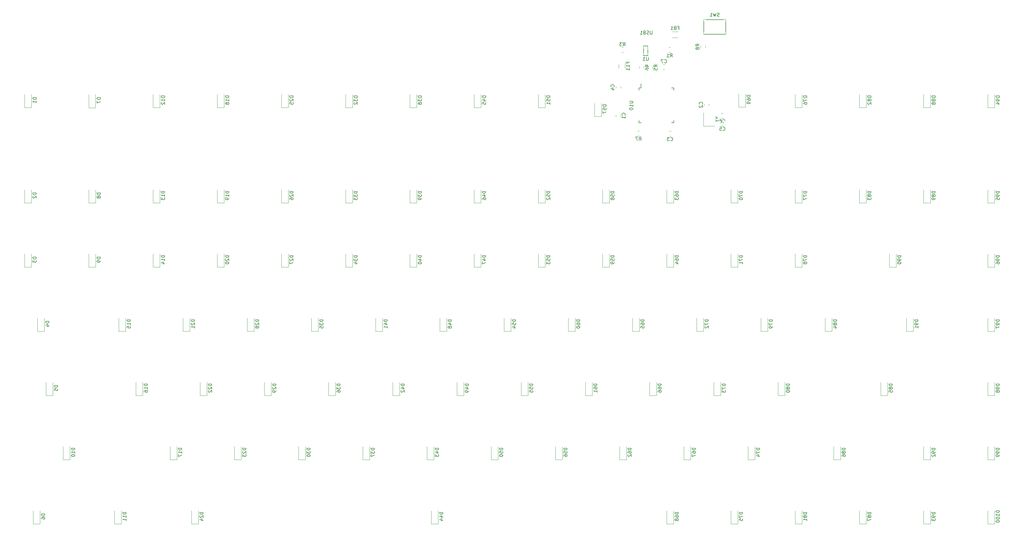
<source format=gbo>
G04 #@! TF.GenerationSoftware,KiCad,Pcbnew,(5.1.9-0-10_14)*
G04 #@! TF.CreationDate,2021-05-12T14:40:02+09:00*
G04 #@! TF.ProjectId,JupiterAdvanced,4a757069-7465-4724-9164-76616e636564,1*
G04 #@! TF.SameCoordinates,Original*
G04 #@! TF.FileFunction,Legend,Bot*
G04 #@! TF.FilePolarity,Positive*
%FSLAX46Y46*%
G04 Gerber Fmt 4.6, Leading zero omitted, Abs format (unit mm)*
G04 Created by KiCad (PCBNEW (5.1.9-0-10_14)) date 2021-05-12 14:40:02*
%MOMM*%
%LPD*%
G01*
G04 APERTURE LIST*
%ADD10C,0.200000*%
%ADD11C,0.120000*%
%ADD12C,0.150000*%
%ADD13R,0.700000X0.600000*%
%ADD14R,1.500000X0.550000*%
%ADD15R,0.550000X1.500000*%
%ADD16C,2.500000*%
%ADD17C,1.750000*%
%ADD18C,2.250000*%
%ADD19C,3.987800*%
%ADD20R,1.200000X1.400000*%
%ADD21O,1.000000X1.600000*%
%ADD22O,1.000000X2.100000*%
%ADD23C,0.650000*%
%ADD24R,0.300000X1.450000*%
%ADD25R,0.600000X1.450000*%
%ADD26R,0.700000X1.000000*%
%ADD27C,3.048000*%
%ADD28R,1.200000X0.900000*%
G04 APERTURE END LIST*
D10*
X286252920Y-83019900D02*
X286252920Y-87319900D01*
X286252920Y-87323820D02*
X279752920Y-87323820D01*
X279755600Y-83019900D02*
X279755600Y-87319900D01*
X286255600Y-83019900D02*
X279755600Y-83019900D01*
D11*
X272022742Y-88385000D02*
X270352258Y-88385000D01*
X272022742Y-86565000D02*
X270352258Y-86565000D01*
D12*
X260550000Y-103300000D02*
X261125000Y-103300000D01*
X260550000Y-113650000D02*
X261225000Y-113650000D01*
X270900000Y-113650000D02*
X270225000Y-113650000D01*
X270900000Y-103300000D02*
X270225000Y-103300000D01*
X260550000Y-103300000D02*
X260550000Y-103975000D01*
X270900000Y-103300000D02*
X270900000Y-103975000D01*
X270900000Y-113650000D02*
X270900000Y-112975000D01*
X260550000Y-113650000D02*
X260550000Y-112975000D01*
X261125000Y-103300000D02*
X261125000Y-102025000D01*
D11*
X260587420Y-97467158D02*
X260587420Y-96950002D01*
X262007420Y-97467158D02*
X262007420Y-96950002D01*
X263107100Y-97467158D02*
X263107100Y-96950002D01*
X264527100Y-97467158D02*
X264527100Y-96950002D01*
X282999100Y-114659520D02*
X279699100Y-114659520D01*
X279699100Y-114659520D02*
X279699100Y-110659520D01*
D12*
X261881860Y-90805340D02*
X261881860Y-93705340D01*
X261881860Y-90805340D02*
X263181860Y-90805340D01*
X263181860Y-90805340D02*
X263181860Y-93705340D01*
X263181860Y-93705340D02*
X261881860Y-93705340D01*
D11*
X278850020Y-90784942D02*
X278850020Y-91302098D01*
X280270020Y-90784942D02*
X280270020Y-91302098D01*
X260128922Y-117485000D02*
X260646078Y-117485000D01*
X260128922Y-116065000D02*
X260646078Y-116065000D01*
X255868698Y-91296420D02*
X255351542Y-91296420D01*
X255868698Y-92716420D02*
X255351542Y-92716420D01*
X269355042Y-92716420D02*
X269872198Y-92716420D01*
X269355042Y-91296420D02*
X269872198Y-91296420D01*
X256365420Y-97447184D02*
X256365420Y-96243056D01*
X254545420Y-97447184D02*
X254545420Y-96243056D01*
X366007120Y-232691620D02*
X364007120Y-232691620D01*
X364007120Y-232691620D02*
X364007120Y-228791620D01*
X366007120Y-232691620D02*
X366007120Y-228791620D01*
X366007120Y-213641620D02*
X364007120Y-213641620D01*
X364007120Y-213641620D02*
X364007120Y-209741620D01*
X366007120Y-213641620D02*
X366007120Y-209741620D01*
X366007120Y-194591620D02*
X364007120Y-194591620D01*
X364007120Y-194591620D02*
X364007120Y-190691620D01*
X366007120Y-194591620D02*
X366007120Y-190691620D01*
X366007120Y-175541620D02*
X364007120Y-175541620D01*
X364007120Y-175541620D02*
X364007120Y-171641620D01*
X366007120Y-175541620D02*
X366007120Y-171641620D01*
X366007120Y-156491620D02*
X364007120Y-156491620D01*
X364007120Y-156491620D02*
X364007120Y-152591620D01*
X366007120Y-156491620D02*
X366007120Y-152591620D01*
X366007120Y-137441620D02*
X364007120Y-137441620D01*
X364007120Y-137441620D02*
X364007120Y-133541620D01*
X366007120Y-137441620D02*
X366007120Y-133541620D01*
X366032520Y-109144820D02*
X364032520Y-109144820D01*
X364032520Y-109144820D02*
X364032520Y-105244820D01*
X366032520Y-109144820D02*
X366032520Y-105244820D01*
X346957120Y-232691620D02*
X344957120Y-232691620D01*
X344957120Y-232691620D02*
X344957120Y-228791620D01*
X346957120Y-232691620D02*
X346957120Y-228791620D01*
X346957120Y-213641620D02*
X344957120Y-213641620D01*
X344957120Y-213641620D02*
X344957120Y-209741620D01*
X346957120Y-213641620D02*
X346957120Y-209741620D01*
X341877120Y-175541620D02*
X339877120Y-175541620D01*
X339877120Y-175541620D02*
X339877120Y-171641620D01*
X341877120Y-175541620D02*
X341877120Y-171641620D01*
X336797120Y-156491620D02*
X334797120Y-156491620D01*
X334797120Y-156491620D02*
X334797120Y-152591620D01*
X336797120Y-156491620D02*
X336797120Y-152591620D01*
X346957120Y-137441620D02*
X344957120Y-137441620D01*
X344957120Y-137441620D02*
X344957120Y-133541620D01*
X346957120Y-137441620D02*
X346957120Y-133541620D01*
X346982520Y-109144820D02*
X344982520Y-109144820D01*
X344982520Y-109144820D02*
X344982520Y-105244820D01*
X346982520Y-109144820D02*
X346982520Y-105244820D01*
X327907120Y-232691620D02*
X325907120Y-232691620D01*
X325907120Y-232691620D02*
X325907120Y-228791620D01*
X327907120Y-232691620D02*
X327907120Y-228791620D01*
X320287120Y-213641620D02*
X318287120Y-213641620D01*
X318287120Y-213641620D02*
X318287120Y-209741620D01*
X320287120Y-213641620D02*
X320287120Y-209741620D01*
X334257120Y-194591620D02*
X332257120Y-194591620D01*
X332257120Y-194591620D02*
X332257120Y-190691620D01*
X334257120Y-194591620D02*
X334257120Y-190691620D01*
X317747120Y-175541620D02*
X315747120Y-175541620D01*
X315747120Y-175541620D02*
X315747120Y-171641620D01*
X317747120Y-175541620D02*
X317747120Y-171641620D01*
X327907120Y-137441620D02*
X325907120Y-137441620D01*
X325907120Y-137441620D02*
X325907120Y-133541620D01*
X327907120Y-137441620D02*
X327907120Y-133541620D01*
X327932520Y-109144820D02*
X325932520Y-109144820D01*
X325932520Y-109144820D02*
X325932520Y-105244820D01*
X327932520Y-109144820D02*
X327932520Y-105244820D01*
X308857120Y-232691620D02*
X306857120Y-232691620D01*
X306857120Y-232691620D02*
X306857120Y-228791620D01*
X308857120Y-232691620D02*
X308857120Y-228791620D01*
X303777120Y-194591620D02*
X301777120Y-194591620D01*
X301777120Y-194591620D02*
X301777120Y-190691620D01*
X303777120Y-194591620D02*
X303777120Y-190691620D01*
X298697120Y-175541620D02*
X296697120Y-175541620D01*
X296697120Y-175541620D02*
X296697120Y-171641620D01*
X298697120Y-175541620D02*
X298697120Y-171641620D01*
X308857120Y-156491620D02*
X306857120Y-156491620D01*
X306857120Y-156491620D02*
X306857120Y-152591620D01*
X308857120Y-156491620D02*
X308857120Y-152591620D01*
X308857120Y-137441620D02*
X306857120Y-137441620D01*
X306857120Y-137441620D02*
X306857120Y-133541620D01*
X308857120Y-137441620D02*
X308857120Y-133541620D01*
X308882520Y-109144820D02*
X306882520Y-109144820D01*
X306882520Y-109144820D02*
X306882520Y-105244820D01*
X308882520Y-109144820D02*
X308882520Y-105244820D01*
X289807120Y-232691620D02*
X287807120Y-232691620D01*
X287807120Y-232691620D02*
X287807120Y-228791620D01*
X289807120Y-232691620D02*
X289807120Y-228791620D01*
X294887120Y-213641620D02*
X292887120Y-213641620D01*
X292887120Y-213641620D02*
X292887120Y-209741620D01*
X294887120Y-213641620D02*
X294887120Y-209741620D01*
X284727120Y-194591620D02*
X282727120Y-194591620D01*
X282727120Y-194591620D02*
X282727120Y-190691620D01*
X284727120Y-194591620D02*
X284727120Y-190691620D01*
X279647120Y-175541620D02*
X277647120Y-175541620D01*
X277647120Y-175541620D02*
X277647120Y-171641620D01*
X279647120Y-175541620D02*
X279647120Y-171641620D01*
X289807120Y-156491620D02*
X287807120Y-156491620D01*
X287807120Y-156491620D02*
X287807120Y-152591620D01*
X289807120Y-156491620D02*
X289807120Y-152591620D01*
X289807120Y-137441620D02*
X287807120Y-137441620D01*
X287807120Y-137441620D02*
X287807120Y-133541620D01*
X289807120Y-137441620D02*
X289807120Y-133541620D01*
X292085020Y-108963020D02*
X290085020Y-108963020D01*
X290085020Y-108963020D02*
X290085020Y-105063020D01*
X292085020Y-108963020D02*
X292085020Y-105063020D01*
X270757120Y-232691620D02*
X268757120Y-232691620D01*
X268757120Y-232691620D02*
X268757120Y-228791620D01*
X270757120Y-232691620D02*
X270757120Y-228791620D01*
X275837120Y-213641620D02*
X273837120Y-213641620D01*
X273837120Y-213641620D02*
X273837120Y-209741620D01*
X275837120Y-213641620D02*
X275837120Y-209741620D01*
X265677120Y-194591620D02*
X263677120Y-194591620D01*
X263677120Y-194591620D02*
X263677120Y-190691620D01*
X265677120Y-194591620D02*
X265677120Y-190691620D01*
X260597120Y-175541620D02*
X258597120Y-175541620D01*
X258597120Y-175541620D02*
X258597120Y-171641620D01*
X260597120Y-175541620D02*
X260597120Y-171641620D01*
X270757120Y-156491620D02*
X268757120Y-156491620D01*
X268757120Y-156491620D02*
X268757120Y-152591620D01*
X270757120Y-156491620D02*
X270757120Y-152591620D01*
X270757120Y-137441620D02*
X268757120Y-137441620D01*
X268757120Y-137441620D02*
X268757120Y-133541620D01*
X270757120Y-137441620D02*
X270757120Y-133541620D01*
X256787120Y-213641620D02*
X254787120Y-213641620D01*
X254787120Y-213641620D02*
X254787120Y-209741620D01*
X256787120Y-213641620D02*
X256787120Y-209741620D01*
X246627120Y-194591620D02*
X244627120Y-194591620D01*
X244627120Y-194591620D02*
X244627120Y-190691620D01*
X246627120Y-194591620D02*
X246627120Y-190691620D01*
X241547120Y-175541620D02*
X239547120Y-175541620D01*
X239547120Y-175541620D02*
X239547120Y-171641620D01*
X241547120Y-175541620D02*
X241547120Y-171641620D01*
X251707120Y-156491620D02*
X249707120Y-156491620D01*
X249707120Y-156491620D02*
X249707120Y-152591620D01*
X251707120Y-156491620D02*
X251707120Y-152591620D01*
X251707120Y-137441620D02*
X249707120Y-137441620D01*
X249707120Y-137441620D02*
X249707120Y-133541620D01*
X251707120Y-137441620D02*
X251707120Y-133541620D01*
X249330720Y-111747860D02*
X247330720Y-111747860D01*
X247330720Y-111747860D02*
X247330720Y-107847860D01*
X249330720Y-111747860D02*
X249330720Y-107847860D01*
X237737120Y-213641620D02*
X235737120Y-213641620D01*
X235737120Y-213641620D02*
X235737120Y-209741620D01*
X237737120Y-213641620D02*
X237737120Y-209741620D01*
X227577120Y-194591620D02*
X225577120Y-194591620D01*
X225577120Y-194591620D02*
X225577120Y-190691620D01*
X227577120Y-194591620D02*
X227577120Y-190691620D01*
X222497120Y-175541620D02*
X220497120Y-175541620D01*
X220497120Y-175541620D02*
X220497120Y-171641620D01*
X222497120Y-175541620D02*
X222497120Y-171641620D01*
X232657120Y-156491620D02*
X230657120Y-156491620D01*
X230657120Y-156491620D02*
X230657120Y-152591620D01*
X232657120Y-156491620D02*
X232657120Y-152591620D01*
X232657120Y-137441620D02*
X230657120Y-137441620D01*
X230657120Y-137441620D02*
X230657120Y-133541620D01*
X232657120Y-137441620D02*
X232657120Y-133541620D01*
X232682520Y-109144820D02*
X230682520Y-109144820D01*
X230682520Y-109144820D02*
X230682520Y-105244820D01*
X232682520Y-109144820D02*
X232682520Y-105244820D01*
X218687120Y-213641620D02*
X216687120Y-213641620D01*
X216687120Y-213641620D02*
X216687120Y-209741620D01*
X218687120Y-213641620D02*
X218687120Y-209741620D01*
X208527120Y-194591620D02*
X206527120Y-194591620D01*
X206527120Y-194591620D02*
X206527120Y-190691620D01*
X208527120Y-194591620D02*
X208527120Y-190691620D01*
X203447120Y-175541620D02*
X201447120Y-175541620D01*
X201447120Y-175541620D02*
X201447120Y-171641620D01*
X203447120Y-175541620D02*
X203447120Y-171641620D01*
X213607120Y-156491620D02*
X211607120Y-156491620D01*
X211607120Y-156491620D02*
X211607120Y-152591620D01*
X213607120Y-156491620D02*
X213607120Y-152591620D01*
X213607120Y-137441620D02*
X211607120Y-137441620D01*
X211607120Y-137441620D02*
X211607120Y-133541620D01*
X213607120Y-137441620D02*
X213607120Y-133541620D01*
X213632520Y-109144820D02*
X211632520Y-109144820D01*
X211632520Y-109144820D02*
X211632520Y-105244820D01*
X213632520Y-109144820D02*
X213632520Y-105244820D01*
X200907120Y-232691620D02*
X198907120Y-232691620D01*
X198907120Y-232691620D02*
X198907120Y-228791620D01*
X200907120Y-232691620D02*
X200907120Y-228791620D01*
X199637120Y-213641620D02*
X197637120Y-213641620D01*
X197637120Y-213641620D02*
X197637120Y-209741620D01*
X199637120Y-213641620D02*
X199637120Y-209741620D01*
X189477120Y-194591620D02*
X187477120Y-194591620D01*
X187477120Y-194591620D02*
X187477120Y-190691620D01*
X189477120Y-194591620D02*
X189477120Y-190691620D01*
X184397120Y-175541620D02*
X182397120Y-175541620D01*
X182397120Y-175541620D02*
X182397120Y-171641620D01*
X184397120Y-175541620D02*
X184397120Y-171641620D01*
X194557120Y-156491620D02*
X192557120Y-156491620D01*
X192557120Y-156491620D02*
X192557120Y-152591620D01*
X194557120Y-156491620D02*
X194557120Y-152591620D01*
X194557120Y-137441620D02*
X192557120Y-137441620D01*
X192557120Y-137441620D02*
X192557120Y-133541620D01*
X194557120Y-137441620D02*
X194557120Y-133541620D01*
X194582520Y-109144820D02*
X192582520Y-109144820D01*
X192582520Y-109144820D02*
X192582520Y-105244820D01*
X194582520Y-109144820D02*
X194582520Y-105244820D01*
X180587120Y-213641620D02*
X178587120Y-213641620D01*
X178587120Y-213641620D02*
X178587120Y-209741620D01*
X180587120Y-213641620D02*
X180587120Y-209741620D01*
X170427120Y-194591620D02*
X168427120Y-194591620D01*
X168427120Y-194591620D02*
X168427120Y-190691620D01*
X170427120Y-194591620D02*
X170427120Y-190691620D01*
X165347120Y-175541620D02*
X163347120Y-175541620D01*
X163347120Y-175541620D02*
X163347120Y-171641620D01*
X165347120Y-175541620D02*
X165347120Y-171641620D01*
X175507120Y-156491620D02*
X173507120Y-156491620D01*
X173507120Y-156491620D02*
X173507120Y-152591620D01*
X175507120Y-156491620D02*
X175507120Y-152591620D01*
X175507120Y-137441620D02*
X173507120Y-137441620D01*
X173507120Y-137441620D02*
X173507120Y-133541620D01*
X175507120Y-137441620D02*
X175507120Y-133541620D01*
X175532520Y-109144820D02*
X173532520Y-109144820D01*
X173532520Y-109144820D02*
X173532520Y-105244820D01*
X175532520Y-109144820D02*
X175532520Y-105244820D01*
X161537120Y-213641620D02*
X159537120Y-213641620D01*
X159537120Y-213641620D02*
X159537120Y-209741620D01*
X161537120Y-213641620D02*
X161537120Y-209741620D01*
X151377120Y-194591620D02*
X149377120Y-194591620D01*
X149377120Y-194591620D02*
X149377120Y-190691620D01*
X151377120Y-194591620D02*
X151377120Y-190691620D01*
X146297120Y-175541620D02*
X144297120Y-175541620D01*
X144297120Y-175541620D02*
X144297120Y-171641620D01*
X146297120Y-175541620D02*
X146297120Y-171641620D01*
X156457120Y-156491620D02*
X154457120Y-156491620D01*
X154457120Y-156491620D02*
X154457120Y-152591620D01*
X156457120Y-156491620D02*
X156457120Y-152591620D01*
X156457120Y-137441620D02*
X154457120Y-137441620D01*
X154457120Y-137441620D02*
X154457120Y-133541620D01*
X156457120Y-137441620D02*
X156457120Y-133541620D01*
X156482520Y-109144820D02*
X154482520Y-109144820D01*
X154482520Y-109144820D02*
X154482520Y-105244820D01*
X156482520Y-109144820D02*
X156482520Y-105244820D01*
X129787120Y-232691620D02*
X127787120Y-232691620D01*
X127787120Y-232691620D02*
X127787120Y-228791620D01*
X129787120Y-232691620D02*
X129787120Y-228791620D01*
X142487120Y-213641620D02*
X140487120Y-213641620D01*
X140487120Y-213641620D02*
X140487120Y-209741620D01*
X142487120Y-213641620D02*
X142487120Y-209741620D01*
X132327120Y-194591620D02*
X130327120Y-194591620D01*
X130327120Y-194591620D02*
X130327120Y-190691620D01*
X132327120Y-194591620D02*
X132327120Y-190691620D01*
X127247120Y-175541620D02*
X125247120Y-175541620D01*
X125247120Y-175541620D02*
X125247120Y-171641620D01*
X127247120Y-175541620D02*
X127247120Y-171641620D01*
X137407120Y-156491620D02*
X135407120Y-156491620D01*
X135407120Y-156491620D02*
X135407120Y-152591620D01*
X137407120Y-156491620D02*
X137407120Y-152591620D01*
X137407120Y-137441620D02*
X135407120Y-137441620D01*
X135407120Y-137441620D02*
X135407120Y-133541620D01*
X137407120Y-137441620D02*
X137407120Y-133541620D01*
X137432520Y-109144820D02*
X135432520Y-109144820D01*
X135432520Y-109144820D02*
X135432520Y-105244820D01*
X137432520Y-109144820D02*
X137432520Y-105244820D01*
X123437120Y-213641620D02*
X121437120Y-213641620D01*
X121437120Y-213641620D02*
X121437120Y-209741620D01*
X123437120Y-213641620D02*
X123437120Y-209741620D01*
X113277120Y-194591620D02*
X111277120Y-194591620D01*
X111277120Y-194591620D02*
X111277120Y-190691620D01*
X113277120Y-194591620D02*
X113277120Y-190691620D01*
X108197120Y-175541620D02*
X106197120Y-175541620D01*
X106197120Y-175541620D02*
X106197120Y-171641620D01*
X108197120Y-175541620D02*
X108197120Y-171641620D01*
X118357120Y-156491620D02*
X116357120Y-156491620D01*
X116357120Y-156491620D02*
X116357120Y-152591620D01*
X118357120Y-156491620D02*
X118357120Y-152591620D01*
X118357120Y-137441620D02*
X116357120Y-137441620D01*
X116357120Y-137441620D02*
X116357120Y-133541620D01*
X118357120Y-137441620D02*
X118357120Y-133541620D01*
X118382520Y-109144820D02*
X116382520Y-109144820D01*
X116382520Y-109144820D02*
X116382520Y-105244820D01*
X118382520Y-109144820D02*
X118382520Y-105244820D01*
X106927120Y-232691620D02*
X104927120Y-232691620D01*
X104927120Y-232691620D02*
X104927120Y-228791620D01*
X106927120Y-232691620D02*
X106927120Y-228791620D01*
X91687120Y-213641620D02*
X89687120Y-213641620D01*
X89687120Y-213641620D02*
X89687120Y-209741620D01*
X91687120Y-213641620D02*
X91687120Y-209741620D01*
X99307120Y-156491620D02*
X97307120Y-156491620D01*
X97307120Y-156491620D02*
X97307120Y-152591620D01*
X99307120Y-156491620D02*
X99307120Y-152591620D01*
X99307120Y-137441620D02*
X97307120Y-137441620D01*
X97307120Y-137441620D02*
X97307120Y-133541620D01*
X99307120Y-137441620D02*
X99307120Y-133541620D01*
X99281720Y-109170220D02*
X97281720Y-109170220D01*
X97281720Y-109170220D02*
X97281720Y-105270220D01*
X99281720Y-109170220D02*
X99281720Y-105270220D01*
X82797120Y-232691620D02*
X80797120Y-232691620D01*
X80797120Y-232691620D02*
X80797120Y-228791620D01*
X82797120Y-232691620D02*
X82797120Y-228791620D01*
X86607120Y-194591620D02*
X84607120Y-194591620D01*
X84607120Y-194591620D02*
X84607120Y-190691620D01*
X86607120Y-194591620D02*
X86607120Y-190691620D01*
X84067120Y-175541620D02*
X82067120Y-175541620D01*
X82067120Y-175541620D02*
X82067120Y-171641620D01*
X84067120Y-175541620D02*
X84067120Y-171641620D01*
X80257120Y-156491620D02*
X78257120Y-156491620D01*
X78257120Y-156491620D02*
X78257120Y-152591620D01*
X80257120Y-156491620D02*
X80257120Y-152591620D01*
X80257120Y-137441620D02*
X78257120Y-137441620D01*
X78257120Y-137441620D02*
X78257120Y-133541620D01*
X80257120Y-137441620D02*
X80257120Y-133541620D01*
X80282520Y-109144820D02*
X78282520Y-109144820D01*
X78282520Y-109144820D02*
X78282520Y-105244820D01*
X80282520Y-109144820D02*
X80282520Y-105244820D01*
X268183578Y-96365000D02*
X267666422Y-96365000D01*
X268183578Y-97785000D02*
X267666422Y-97785000D01*
X284952942Y-112236320D02*
X285470098Y-112236320D01*
X284952942Y-110816320D02*
X285470098Y-110816320D01*
X284978342Y-114509620D02*
X285495498Y-114509620D01*
X284978342Y-113089620D02*
X285495498Y-113089620D01*
X253665920Y-102824542D02*
X253665920Y-103341698D01*
X255085920Y-102824542D02*
X255085920Y-103341698D01*
X269466422Y-117585000D02*
X269983578Y-117585000D01*
X269466422Y-116165000D02*
X269983578Y-116165000D01*
X279866020Y-108054642D02*
X279866020Y-108571798D01*
X281286020Y-108054642D02*
X281286020Y-108571798D01*
X255073220Y-111807998D02*
X255073220Y-111290842D01*
X253653220Y-111807998D02*
X253653220Y-111290842D01*
D12*
X284307113Y-82022581D02*
X284164256Y-82070200D01*
X283926160Y-82070200D01*
X283830922Y-82022581D01*
X283783303Y-81974962D01*
X283735684Y-81879724D01*
X283735684Y-81784486D01*
X283783303Y-81689248D01*
X283830922Y-81641629D01*
X283926160Y-81594010D01*
X284116637Y-81546391D01*
X284211875Y-81498772D01*
X284259494Y-81451153D01*
X284307113Y-81355915D01*
X284307113Y-81260677D01*
X284259494Y-81165439D01*
X284211875Y-81117820D01*
X284116637Y-81070200D01*
X283878541Y-81070200D01*
X283735684Y-81117820D01*
X283402351Y-81070200D02*
X283164256Y-82070200D01*
X282973780Y-81355915D01*
X282783303Y-82070200D01*
X282545208Y-81070200D01*
X281640446Y-82070200D02*
X282211875Y-82070200D01*
X281926160Y-82070200D02*
X281926160Y-81070200D01*
X282021399Y-81213058D01*
X282116637Y-81308296D01*
X282211875Y-81355915D01*
X272020833Y-85503571D02*
X272354166Y-85503571D01*
X272354166Y-86027380D02*
X272354166Y-85027380D01*
X271877976Y-85027380D01*
X271163690Y-85503571D02*
X271020833Y-85551190D01*
X270973214Y-85598809D01*
X270925595Y-85694047D01*
X270925595Y-85836904D01*
X270973214Y-85932142D01*
X271020833Y-85979761D01*
X271116071Y-86027380D01*
X271497023Y-86027380D01*
X271497023Y-85027380D01*
X271163690Y-85027380D01*
X271068452Y-85075000D01*
X271020833Y-85122619D01*
X270973214Y-85217857D01*
X270973214Y-85313095D01*
X271020833Y-85408333D01*
X271068452Y-85455952D01*
X271163690Y-85503571D01*
X271497023Y-85503571D01*
X269973214Y-86027380D02*
X270544642Y-86027380D01*
X270258928Y-86027380D02*
X270258928Y-85027380D01*
X270354166Y-85170238D01*
X270449404Y-85265476D01*
X270544642Y-85313095D01*
X257727380Y-107236904D02*
X258536904Y-107236904D01*
X258632142Y-107284523D01*
X258679761Y-107332142D01*
X258727380Y-107427380D01*
X258727380Y-107617857D01*
X258679761Y-107713095D01*
X258632142Y-107760714D01*
X258536904Y-107808333D01*
X257727380Y-107808333D01*
X258727380Y-108808333D02*
X258727380Y-108236904D01*
X258727380Y-108522619D02*
X257727380Y-108522619D01*
X257870238Y-108427380D01*
X257965476Y-108332142D01*
X258013095Y-108236904D01*
X257727380Y-109427380D02*
X257727380Y-109522619D01*
X257775000Y-109617857D01*
X257822619Y-109665476D01*
X257917857Y-109713095D01*
X258108333Y-109760714D01*
X258346428Y-109760714D01*
X258536904Y-109713095D01*
X258632142Y-109665476D01*
X258679761Y-109617857D01*
X258727380Y-109522619D01*
X258727380Y-109427380D01*
X258679761Y-109332142D01*
X258632142Y-109284523D01*
X258536904Y-109236904D01*
X258346428Y-109189285D01*
X258108333Y-109189285D01*
X257917857Y-109236904D01*
X257822619Y-109284523D01*
X257775000Y-109332142D01*
X257727380Y-109427380D01*
X263399800Y-97041913D02*
X262923610Y-96708580D01*
X263399800Y-96470484D02*
X262399800Y-96470484D01*
X262399800Y-96851437D01*
X262447420Y-96946675D01*
X262495039Y-96994294D01*
X262590277Y-97041913D01*
X262733134Y-97041913D01*
X262828372Y-96994294D01*
X262875991Y-96946675D01*
X262923610Y-96851437D01*
X262923610Y-96470484D01*
X262399800Y-97899056D02*
X262399800Y-97708580D01*
X262447420Y-97613341D01*
X262495039Y-97565722D01*
X262637896Y-97470484D01*
X262828372Y-97422865D01*
X263209324Y-97422865D01*
X263304562Y-97470484D01*
X263352181Y-97518103D01*
X263399800Y-97613341D01*
X263399800Y-97803818D01*
X263352181Y-97899056D01*
X263304562Y-97946675D01*
X263209324Y-97994294D01*
X262971229Y-97994294D01*
X262875991Y-97946675D01*
X262828372Y-97899056D01*
X262780753Y-97803818D01*
X262780753Y-97613341D01*
X262828372Y-97518103D01*
X262875991Y-97470484D01*
X262971229Y-97422865D01*
X265919480Y-97041913D02*
X265443290Y-96708580D01*
X265919480Y-96470484D02*
X264919480Y-96470484D01*
X264919480Y-96851437D01*
X264967100Y-96946675D01*
X265014719Y-96994294D01*
X265109957Y-97041913D01*
X265252814Y-97041913D01*
X265348052Y-96994294D01*
X265395671Y-96946675D01*
X265443290Y-96851437D01*
X265443290Y-96470484D01*
X264919480Y-97946675D02*
X264919480Y-97470484D01*
X265395671Y-97422865D01*
X265348052Y-97470484D01*
X265300433Y-97565722D01*
X265300433Y-97803818D01*
X265348052Y-97899056D01*
X265395671Y-97946675D01*
X265490909Y-97994294D01*
X265729004Y-97994294D01*
X265824242Y-97946675D01*
X265871861Y-97899056D01*
X265919480Y-97803818D01*
X265919480Y-97565722D01*
X265871861Y-97470484D01*
X265824242Y-97422865D01*
X283775290Y-112183329D02*
X284251480Y-112183329D01*
X283251480Y-111849996D02*
X283775290Y-112183329D01*
X283251480Y-112516662D01*
X284251480Y-113373805D02*
X284251480Y-112802377D01*
X284251480Y-113088091D02*
X283251480Y-113088091D01*
X283394338Y-112992853D01*
X283489576Y-112897615D01*
X283537195Y-112802377D01*
X264423095Y-86377380D02*
X264423095Y-87186904D01*
X264375476Y-87282142D01*
X264327857Y-87329761D01*
X264232619Y-87377380D01*
X264042142Y-87377380D01*
X263946904Y-87329761D01*
X263899285Y-87282142D01*
X263851666Y-87186904D01*
X263851666Y-86377380D01*
X263423095Y-87329761D02*
X263280238Y-87377380D01*
X263042142Y-87377380D01*
X262946904Y-87329761D01*
X262899285Y-87282142D01*
X262851666Y-87186904D01*
X262851666Y-87091666D01*
X262899285Y-86996428D01*
X262946904Y-86948809D01*
X263042142Y-86901190D01*
X263232619Y-86853571D01*
X263327857Y-86805952D01*
X263375476Y-86758333D01*
X263423095Y-86663095D01*
X263423095Y-86567857D01*
X263375476Y-86472619D01*
X263327857Y-86425000D01*
X263232619Y-86377380D01*
X262994523Y-86377380D01*
X262851666Y-86425000D01*
X262089761Y-86853571D02*
X261946904Y-86901190D01*
X261899285Y-86948809D01*
X261851666Y-87044047D01*
X261851666Y-87186904D01*
X261899285Y-87282142D01*
X261946904Y-87329761D01*
X262042142Y-87377380D01*
X262423095Y-87377380D01*
X262423095Y-86377380D01*
X262089761Y-86377380D01*
X261994523Y-86425000D01*
X261946904Y-86472619D01*
X261899285Y-86567857D01*
X261899285Y-86663095D01*
X261946904Y-86758333D01*
X261994523Y-86805952D01*
X262089761Y-86853571D01*
X262423095Y-86853571D01*
X260899285Y-87377380D02*
X261470714Y-87377380D01*
X261185000Y-87377380D02*
X261185000Y-86377380D01*
X261280238Y-86520238D01*
X261375476Y-86615476D01*
X261470714Y-86663095D01*
X263293764Y-94157720D02*
X263293764Y-94967244D01*
X263246145Y-95062482D01*
X263198526Y-95110101D01*
X263103288Y-95157720D01*
X262912812Y-95157720D01*
X262817574Y-95110101D01*
X262769955Y-95062482D01*
X262722336Y-94967244D01*
X262722336Y-94157720D01*
X261722336Y-95157720D02*
X262293764Y-95157720D01*
X262008050Y-95157720D02*
X262008050Y-94157720D01*
X262103288Y-94300578D01*
X262198526Y-94395816D01*
X262293764Y-94443435D01*
X278362400Y-90876853D02*
X277886210Y-90543520D01*
X278362400Y-90305424D02*
X277362400Y-90305424D01*
X277362400Y-90686377D01*
X277410020Y-90781615D01*
X277457639Y-90829234D01*
X277552877Y-90876853D01*
X277695734Y-90876853D01*
X277790972Y-90829234D01*
X277838591Y-90781615D01*
X277886210Y-90686377D01*
X277886210Y-90305424D01*
X277790972Y-91448281D02*
X277743353Y-91353043D01*
X277695734Y-91305424D01*
X277600496Y-91257805D01*
X277552877Y-91257805D01*
X277457639Y-91305424D01*
X277410020Y-91353043D01*
X277362400Y-91448281D01*
X277362400Y-91638758D01*
X277410020Y-91733996D01*
X277457639Y-91781615D01*
X277552877Y-91829234D01*
X277600496Y-91829234D01*
X277695734Y-91781615D01*
X277743353Y-91733996D01*
X277790972Y-91638758D01*
X277790972Y-91448281D01*
X277838591Y-91353043D01*
X277886210Y-91305424D01*
X277981448Y-91257805D01*
X278171924Y-91257805D01*
X278267162Y-91305424D01*
X278314781Y-91353043D01*
X278362400Y-91448281D01*
X278362400Y-91638758D01*
X278314781Y-91733996D01*
X278267162Y-91781615D01*
X278171924Y-91829234D01*
X277981448Y-91829234D01*
X277886210Y-91781615D01*
X277838591Y-91733996D01*
X277790972Y-91638758D01*
X260554166Y-118877380D02*
X260887500Y-118401190D01*
X261125595Y-118877380D02*
X261125595Y-117877380D01*
X260744642Y-117877380D01*
X260649404Y-117925000D01*
X260601785Y-117972619D01*
X260554166Y-118067857D01*
X260554166Y-118210714D01*
X260601785Y-118305952D01*
X260649404Y-118353571D01*
X260744642Y-118401190D01*
X261125595Y-118401190D01*
X260220833Y-117877380D02*
X259554166Y-117877380D01*
X259982738Y-118877380D01*
X255776786Y-90808800D02*
X256110120Y-90332610D01*
X256348215Y-90808800D02*
X256348215Y-89808800D01*
X255967262Y-89808800D01*
X255872024Y-89856420D01*
X255824405Y-89904039D01*
X255776786Y-89999277D01*
X255776786Y-90142134D01*
X255824405Y-90237372D01*
X255872024Y-90284991D01*
X255967262Y-90332610D01*
X256348215Y-90332610D01*
X255443453Y-89808800D02*
X254824405Y-89808800D01*
X255157739Y-90189753D01*
X255014881Y-90189753D01*
X254919643Y-90237372D01*
X254872024Y-90284991D01*
X254824405Y-90380229D01*
X254824405Y-90618324D01*
X254872024Y-90713562D01*
X254919643Y-90761181D01*
X255014881Y-90808800D01*
X255300596Y-90808800D01*
X255395834Y-90761181D01*
X255443453Y-90713562D01*
X269780286Y-94108800D02*
X270113620Y-93632610D01*
X270351715Y-94108800D02*
X270351715Y-93108800D01*
X269970762Y-93108800D01*
X269875524Y-93156420D01*
X269827905Y-93204039D01*
X269780286Y-93299277D01*
X269780286Y-93442134D01*
X269827905Y-93537372D01*
X269875524Y-93584991D01*
X269970762Y-93632610D01*
X270351715Y-93632610D01*
X268827905Y-94108800D02*
X269399334Y-94108800D01*
X269113620Y-94108800D02*
X269113620Y-93108800D01*
X269208858Y-93251658D01*
X269304096Y-93346896D01*
X269399334Y-93394515D01*
X257203991Y-96035596D02*
X257203991Y-95702262D01*
X257727800Y-95702262D02*
X256727800Y-95702262D01*
X256727800Y-96178453D01*
X257727800Y-97083215D02*
X257727800Y-96511786D01*
X257727800Y-96797500D02*
X256727800Y-96797500D01*
X256870658Y-96702262D01*
X256965896Y-96607024D01*
X257013515Y-96511786D01*
X257727800Y-98035596D02*
X257727800Y-97464167D01*
X257727800Y-97749881D02*
X256727800Y-97749881D01*
X256870658Y-97654643D01*
X256965896Y-97559405D01*
X257013515Y-97464167D01*
X367459500Y-228751143D02*
X366459500Y-228751143D01*
X366459500Y-228989239D01*
X366507120Y-229132096D01*
X366602358Y-229227334D01*
X366697596Y-229274953D01*
X366888072Y-229322572D01*
X367030929Y-229322572D01*
X367221405Y-229274953D01*
X367316643Y-229227334D01*
X367411881Y-229132096D01*
X367459500Y-228989239D01*
X367459500Y-228751143D01*
X367459500Y-230274953D02*
X367459500Y-229703524D01*
X367459500Y-229989239D02*
X366459500Y-229989239D01*
X366602358Y-229894000D01*
X366697596Y-229798762D01*
X366745215Y-229703524D01*
X366459500Y-230894000D02*
X366459500Y-230989239D01*
X366507120Y-231084477D01*
X366554739Y-231132096D01*
X366649977Y-231179715D01*
X366840453Y-231227334D01*
X367078548Y-231227334D01*
X367269024Y-231179715D01*
X367364262Y-231132096D01*
X367411881Y-231084477D01*
X367459500Y-230989239D01*
X367459500Y-230894000D01*
X367411881Y-230798762D01*
X367364262Y-230751143D01*
X367269024Y-230703524D01*
X367078548Y-230655905D01*
X366840453Y-230655905D01*
X366649977Y-230703524D01*
X366554739Y-230751143D01*
X366507120Y-230798762D01*
X366459500Y-230894000D01*
X366459500Y-231846381D02*
X366459500Y-231941620D01*
X366507120Y-232036858D01*
X366554739Y-232084477D01*
X366649977Y-232132096D01*
X366840453Y-232179715D01*
X367078548Y-232179715D01*
X367269024Y-232132096D01*
X367364262Y-232084477D01*
X367411881Y-232036858D01*
X367459500Y-231941620D01*
X367459500Y-231846381D01*
X367411881Y-231751143D01*
X367364262Y-231703524D01*
X367269024Y-231655905D01*
X367078548Y-231608286D01*
X366840453Y-231608286D01*
X366649977Y-231655905D01*
X366554739Y-231703524D01*
X366507120Y-231751143D01*
X366459500Y-231846381D01*
X367459500Y-210177334D02*
X366459500Y-210177334D01*
X366459500Y-210415429D01*
X366507120Y-210558286D01*
X366602358Y-210653524D01*
X366697596Y-210701143D01*
X366888072Y-210748762D01*
X367030929Y-210748762D01*
X367221405Y-210701143D01*
X367316643Y-210653524D01*
X367411881Y-210558286D01*
X367459500Y-210415429D01*
X367459500Y-210177334D01*
X367459500Y-211224953D02*
X367459500Y-211415429D01*
X367411881Y-211510667D01*
X367364262Y-211558286D01*
X367221405Y-211653524D01*
X367030929Y-211701143D01*
X366649977Y-211701143D01*
X366554739Y-211653524D01*
X366507120Y-211605905D01*
X366459500Y-211510667D01*
X366459500Y-211320191D01*
X366507120Y-211224953D01*
X366554739Y-211177334D01*
X366649977Y-211129715D01*
X366888072Y-211129715D01*
X366983310Y-211177334D01*
X367030929Y-211224953D01*
X367078548Y-211320191D01*
X367078548Y-211510667D01*
X367030929Y-211605905D01*
X366983310Y-211653524D01*
X366888072Y-211701143D01*
X367459500Y-212177334D02*
X367459500Y-212367810D01*
X367411881Y-212463048D01*
X367364262Y-212510667D01*
X367221405Y-212605905D01*
X367030929Y-212653524D01*
X366649977Y-212653524D01*
X366554739Y-212605905D01*
X366507120Y-212558286D01*
X366459500Y-212463048D01*
X366459500Y-212272572D01*
X366507120Y-212177334D01*
X366554739Y-212129715D01*
X366649977Y-212082096D01*
X366888072Y-212082096D01*
X366983310Y-212129715D01*
X367030929Y-212177334D01*
X367078548Y-212272572D01*
X367078548Y-212463048D01*
X367030929Y-212558286D01*
X366983310Y-212605905D01*
X366888072Y-212653524D01*
X367459500Y-191127334D02*
X366459500Y-191127334D01*
X366459500Y-191365429D01*
X366507120Y-191508286D01*
X366602358Y-191603524D01*
X366697596Y-191651143D01*
X366888072Y-191698762D01*
X367030929Y-191698762D01*
X367221405Y-191651143D01*
X367316643Y-191603524D01*
X367411881Y-191508286D01*
X367459500Y-191365429D01*
X367459500Y-191127334D01*
X367459500Y-192174953D02*
X367459500Y-192365429D01*
X367411881Y-192460667D01*
X367364262Y-192508286D01*
X367221405Y-192603524D01*
X367030929Y-192651143D01*
X366649977Y-192651143D01*
X366554739Y-192603524D01*
X366507120Y-192555905D01*
X366459500Y-192460667D01*
X366459500Y-192270191D01*
X366507120Y-192174953D01*
X366554739Y-192127334D01*
X366649977Y-192079715D01*
X366888072Y-192079715D01*
X366983310Y-192127334D01*
X367030929Y-192174953D01*
X367078548Y-192270191D01*
X367078548Y-192460667D01*
X367030929Y-192555905D01*
X366983310Y-192603524D01*
X366888072Y-192651143D01*
X366888072Y-193222572D02*
X366840453Y-193127334D01*
X366792834Y-193079715D01*
X366697596Y-193032096D01*
X366649977Y-193032096D01*
X366554739Y-193079715D01*
X366507120Y-193127334D01*
X366459500Y-193222572D01*
X366459500Y-193413048D01*
X366507120Y-193508286D01*
X366554739Y-193555905D01*
X366649977Y-193603524D01*
X366697596Y-193603524D01*
X366792834Y-193555905D01*
X366840453Y-193508286D01*
X366888072Y-193413048D01*
X366888072Y-193222572D01*
X366935691Y-193127334D01*
X366983310Y-193079715D01*
X367078548Y-193032096D01*
X367269024Y-193032096D01*
X367364262Y-193079715D01*
X367411881Y-193127334D01*
X367459500Y-193222572D01*
X367459500Y-193413048D01*
X367411881Y-193508286D01*
X367364262Y-193555905D01*
X367269024Y-193603524D01*
X367078548Y-193603524D01*
X366983310Y-193555905D01*
X366935691Y-193508286D01*
X366888072Y-193413048D01*
X367459500Y-172077334D02*
X366459500Y-172077334D01*
X366459500Y-172315429D01*
X366507120Y-172458286D01*
X366602358Y-172553524D01*
X366697596Y-172601143D01*
X366888072Y-172648762D01*
X367030929Y-172648762D01*
X367221405Y-172601143D01*
X367316643Y-172553524D01*
X367411881Y-172458286D01*
X367459500Y-172315429D01*
X367459500Y-172077334D01*
X367459500Y-173124953D02*
X367459500Y-173315429D01*
X367411881Y-173410667D01*
X367364262Y-173458286D01*
X367221405Y-173553524D01*
X367030929Y-173601143D01*
X366649977Y-173601143D01*
X366554739Y-173553524D01*
X366507120Y-173505905D01*
X366459500Y-173410667D01*
X366459500Y-173220191D01*
X366507120Y-173124953D01*
X366554739Y-173077334D01*
X366649977Y-173029715D01*
X366888072Y-173029715D01*
X366983310Y-173077334D01*
X367030929Y-173124953D01*
X367078548Y-173220191D01*
X367078548Y-173410667D01*
X367030929Y-173505905D01*
X366983310Y-173553524D01*
X366888072Y-173601143D01*
X366459500Y-173934477D02*
X366459500Y-174601143D01*
X367459500Y-174172572D01*
X367459500Y-153027334D02*
X366459500Y-153027334D01*
X366459500Y-153265429D01*
X366507120Y-153408286D01*
X366602358Y-153503524D01*
X366697596Y-153551143D01*
X366888072Y-153598762D01*
X367030929Y-153598762D01*
X367221405Y-153551143D01*
X367316643Y-153503524D01*
X367411881Y-153408286D01*
X367459500Y-153265429D01*
X367459500Y-153027334D01*
X367459500Y-154074953D02*
X367459500Y-154265429D01*
X367411881Y-154360667D01*
X367364262Y-154408286D01*
X367221405Y-154503524D01*
X367030929Y-154551143D01*
X366649977Y-154551143D01*
X366554739Y-154503524D01*
X366507120Y-154455905D01*
X366459500Y-154360667D01*
X366459500Y-154170191D01*
X366507120Y-154074953D01*
X366554739Y-154027334D01*
X366649977Y-153979715D01*
X366888072Y-153979715D01*
X366983310Y-154027334D01*
X367030929Y-154074953D01*
X367078548Y-154170191D01*
X367078548Y-154360667D01*
X367030929Y-154455905D01*
X366983310Y-154503524D01*
X366888072Y-154551143D01*
X366459500Y-155408286D02*
X366459500Y-155217810D01*
X366507120Y-155122572D01*
X366554739Y-155074953D01*
X366697596Y-154979715D01*
X366888072Y-154932096D01*
X367269024Y-154932096D01*
X367364262Y-154979715D01*
X367411881Y-155027334D01*
X367459500Y-155122572D01*
X367459500Y-155313048D01*
X367411881Y-155408286D01*
X367364262Y-155455905D01*
X367269024Y-155503524D01*
X367030929Y-155503524D01*
X366935691Y-155455905D01*
X366888072Y-155408286D01*
X366840453Y-155313048D01*
X366840453Y-155122572D01*
X366888072Y-155027334D01*
X366935691Y-154979715D01*
X367030929Y-154932096D01*
X367459500Y-133977334D02*
X366459500Y-133977334D01*
X366459500Y-134215429D01*
X366507120Y-134358286D01*
X366602358Y-134453524D01*
X366697596Y-134501143D01*
X366888072Y-134548762D01*
X367030929Y-134548762D01*
X367221405Y-134501143D01*
X367316643Y-134453524D01*
X367411881Y-134358286D01*
X367459500Y-134215429D01*
X367459500Y-133977334D01*
X367459500Y-135024953D02*
X367459500Y-135215429D01*
X367411881Y-135310667D01*
X367364262Y-135358286D01*
X367221405Y-135453524D01*
X367030929Y-135501143D01*
X366649977Y-135501143D01*
X366554739Y-135453524D01*
X366507120Y-135405905D01*
X366459500Y-135310667D01*
X366459500Y-135120191D01*
X366507120Y-135024953D01*
X366554739Y-134977334D01*
X366649977Y-134929715D01*
X366888072Y-134929715D01*
X366983310Y-134977334D01*
X367030929Y-135024953D01*
X367078548Y-135120191D01*
X367078548Y-135310667D01*
X367030929Y-135405905D01*
X366983310Y-135453524D01*
X366888072Y-135501143D01*
X366459500Y-136405905D02*
X366459500Y-135929715D01*
X366935691Y-135882096D01*
X366888072Y-135929715D01*
X366840453Y-136024953D01*
X366840453Y-136263048D01*
X366888072Y-136358286D01*
X366935691Y-136405905D01*
X367030929Y-136453524D01*
X367269024Y-136453524D01*
X367364262Y-136405905D01*
X367411881Y-136358286D01*
X367459500Y-136263048D01*
X367459500Y-136024953D01*
X367411881Y-135929715D01*
X367364262Y-135882096D01*
X367484900Y-105680534D02*
X366484900Y-105680534D01*
X366484900Y-105918629D01*
X366532520Y-106061486D01*
X366627758Y-106156724D01*
X366722996Y-106204343D01*
X366913472Y-106251962D01*
X367056329Y-106251962D01*
X367246805Y-106204343D01*
X367342043Y-106156724D01*
X367437281Y-106061486D01*
X367484900Y-105918629D01*
X367484900Y-105680534D01*
X367484900Y-106728153D02*
X367484900Y-106918629D01*
X367437281Y-107013867D01*
X367389662Y-107061486D01*
X367246805Y-107156724D01*
X367056329Y-107204343D01*
X366675377Y-107204343D01*
X366580139Y-107156724D01*
X366532520Y-107109105D01*
X366484900Y-107013867D01*
X366484900Y-106823391D01*
X366532520Y-106728153D01*
X366580139Y-106680534D01*
X366675377Y-106632915D01*
X366913472Y-106632915D01*
X367008710Y-106680534D01*
X367056329Y-106728153D01*
X367103948Y-106823391D01*
X367103948Y-107013867D01*
X367056329Y-107109105D01*
X367008710Y-107156724D01*
X366913472Y-107204343D01*
X366818234Y-108061486D02*
X367484900Y-108061486D01*
X366437281Y-107823391D02*
X367151567Y-107585296D01*
X367151567Y-108204343D01*
X348409500Y-229227334D02*
X347409500Y-229227334D01*
X347409500Y-229465429D01*
X347457120Y-229608286D01*
X347552358Y-229703524D01*
X347647596Y-229751143D01*
X347838072Y-229798762D01*
X347980929Y-229798762D01*
X348171405Y-229751143D01*
X348266643Y-229703524D01*
X348361881Y-229608286D01*
X348409500Y-229465429D01*
X348409500Y-229227334D01*
X348409500Y-230274953D02*
X348409500Y-230465429D01*
X348361881Y-230560667D01*
X348314262Y-230608286D01*
X348171405Y-230703524D01*
X347980929Y-230751143D01*
X347599977Y-230751143D01*
X347504739Y-230703524D01*
X347457120Y-230655905D01*
X347409500Y-230560667D01*
X347409500Y-230370191D01*
X347457120Y-230274953D01*
X347504739Y-230227334D01*
X347599977Y-230179715D01*
X347838072Y-230179715D01*
X347933310Y-230227334D01*
X347980929Y-230274953D01*
X348028548Y-230370191D01*
X348028548Y-230560667D01*
X347980929Y-230655905D01*
X347933310Y-230703524D01*
X347838072Y-230751143D01*
X347409500Y-231084477D02*
X347409500Y-231703524D01*
X347790453Y-231370191D01*
X347790453Y-231513048D01*
X347838072Y-231608286D01*
X347885691Y-231655905D01*
X347980929Y-231703524D01*
X348219024Y-231703524D01*
X348314262Y-231655905D01*
X348361881Y-231608286D01*
X348409500Y-231513048D01*
X348409500Y-231227334D01*
X348361881Y-231132096D01*
X348314262Y-231084477D01*
X348409500Y-210177334D02*
X347409500Y-210177334D01*
X347409500Y-210415429D01*
X347457120Y-210558286D01*
X347552358Y-210653524D01*
X347647596Y-210701143D01*
X347838072Y-210748762D01*
X347980929Y-210748762D01*
X348171405Y-210701143D01*
X348266643Y-210653524D01*
X348361881Y-210558286D01*
X348409500Y-210415429D01*
X348409500Y-210177334D01*
X348409500Y-211224953D02*
X348409500Y-211415429D01*
X348361881Y-211510667D01*
X348314262Y-211558286D01*
X348171405Y-211653524D01*
X347980929Y-211701143D01*
X347599977Y-211701143D01*
X347504739Y-211653524D01*
X347457120Y-211605905D01*
X347409500Y-211510667D01*
X347409500Y-211320191D01*
X347457120Y-211224953D01*
X347504739Y-211177334D01*
X347599977Y-211129715D01*
X347838072Y-211129715D01*
X347933310Y-211177334D01*
X347980929Y-211224953D01*
X348028548Y-211320191D01*
X348028548Y-211510667D01*
X347980929Y-211605905D01*
X347933310Y-211653524D01*
X347838072Y-211701143D01*
X347504739Y-212082096D02*
X347457120Y-212129715D01*
X347409500Y-212224953D01*
X347409500Y-212463048D01*
X347457120Y-212558286D01*
X347504739Y-212605905D01*
X347599977Y-212653524D01*
X347695215Y-212653524D01*
X347838072Y-212605905D01*
X348409500Y-212034477D01*
X348409500Y-212653524D01*
X343329500Y-172077334D02*
X342329500Y-172077334D01*
X342329500Y-172315429D01*
X342377120Y-172458286D01*
X342472358Y-172553524D01*
X342567596Y-172601143D01*
X342758072Y-172648762D01*
X342900929Y-172648762D01*
X343091405Y-172601143D01*
X343186643Y-172553524D01*
X343281881Y-172458286D01*
X343329500Y-172315429D01*
X343329500Y-172077334D01*
X343329500Y-173124953D02*
X343329500Y-173315429D01*
X343281881Y-173410667D01*
X343234262Y-173458286D01*
X343091405Y-173553524D01*
X342900929Y-173601143D01*
X342519977Y-173601143D01*
X342424739Y-173553524D01*
X342377120Y-173505905D01*
X342329500Y-173410667D01*
X342329500Y-173220191D01*
X342377120Y-173124953D01*
X342424739Y-173077334D01*
X342519977Y-173029715D01*
X342758072Y-173029715D01*
X342853310Y-173077334D01*
X342900929Y-173124953D01*
X342948548Y-173220191D01*
X342948548Y-173410667D01*
X342900929Y-173505905D01*
X342853310Y-173553524D01*
X342758072Y-173601143D01*
X343329500Y-174553524D02*
X343329500Y-173982096D01*
X343329500Y-174267810D02*
X342329500Y-174267810D01*
X342472358Y-174172572D01*
X342567596Y-174077334D01*
X342615215Y-173982096D01*
X338249500Y-153027334D02*
X337249500Y-153027334D01*
X337249500Y-153265429D01*
X337297120Y-153408286D01*
X337392358Y-153503524D01*
X337487596Y-153551143D01*
X337678072Y-153598762D01*
X337820929Y-153598762D01*
X338011405Y-153551143D01*
X338106643Y-153503524D01*
X338201881Y-153408286D01*
X338249500Y-153265429D01*
X338249500Y-153027334D01*
X338249500Y-154074953D02*
X338249500Y-154265429D01*
X338201881Y-154360667D01*
X338154262Y-154408286D01*
X338011405Y-154503524D01*
X337820929Y-154551143D01*
X337439977Y-154551143D01*
X337344739Y-154503524D01*
X337297120Y-154455905D01*
X337249500Y-154360667D01*
X337249500Y-154170191D01*
X337297120Y-154074953D01*
X337344739Y-154027334D01*
X337439977Y-153979715D01*
X337678072Y-153979715D01*
X337773310Y-154027334D01*
X337820929Y-154074953D01*
X337868548Y-154170191D01*
X337868548Y-154360667D01*
X337820929Y-154455905D01*
X337773310Y-154503524D01*
X337678072Y-154551143D01*
X337249500Y-155170191D02*
X337249500Y-155265429D01*
X337297120Y-155360667D01*
X337344739Y-155408286D01*
X337439977Y-155455905D01*
X337630453Y-155503524D01*
X337868548Y-155503524D01*
X338059024Y-155455905D01*
X338154262Y-155408286D01*
X338201881Y-155360667D01*
X338249500Y-155265429D01*
X338249500Y-155170191D01*
X338201881Y-155074953D01*
X338154262Y-155027334D01*
X338059024Y-154979715D01*
X337868548Y-154932096D01*
X337630453Y-154932096D01*
X337439977Y-154979715D01*
X337344739Y-155027334D01*
X337297120Y-155074953D01*
X337249500Y-155170191D01*
X348409500Y-133977334D02*
X347409500Y-133977334D01*
X347409500Y-134215429D01*
X347457120Y-134358286D01*
X347552358Y-134453524D01*
X347647596Y-134501143D01*
X347838072Y-134548762D01*
X347980929Y-134548762D01*
X348171405Y-134501143D01*
X348266643Y-134453524D01*
X348361881Y-134358286D01*
X348409500Y-134215429D01*
X348409500Y-133977334D01*
X347838072Y-135120191D02*
X347790453Y-135024953D01*
X347742834Y-134977334D01*
X347647596Y-134929715D01*
X347599977Y-134929715D01*
X347504739Y-134977334D01*
X347457120Y-135024953D01*
X347409500Y-135120191D01*
X347409500Y-135310667D01*
X347457120Y-135405905D01*
X347504739Y-135453524D01*
X347599977Y-135501143D01*
X347647596Y-135501143D01*
X347742834Y-135453524D01*
X347790453Y-135405905D01*
X347838072Y-135310667D01*
X347838072Y-135120191D01*
X347885691Y-135024953D01*
X347933310Y-134977334D01*
X348028548Y-134929715D01*
X348219024Y-134929715D01*
X348314262Y-134977334D01*
X348361881Y-135024953D01*
X348409500Y-135120191D01*
X348409500Y-135310667D01*
X348361881Y-135405905D01*
X348314262Y-135453524D01*
X348219024Y-135501143D01*
X348028548Y-135501143D01*
X347933310Y-135453524D01*
X347885691Y-135405905D01*
X347838072Y-135310667D01*
X348409500Y-135977334D02*
X348409500Y-136167810D01*
X348361881Y-136263048D01*
X348314262Y-136310667D01*
X348171405Y-136405905D01*
X347980929Y-136453524D01*
X347599977Y-136453524D01*
X347504739Y-136405905D01*
X347457120Y-136358286D01*
X347409500Y-136263048D01*
X347409500Y-136072572D01*
X347457120Y-135977334D01*
X347504739Y-135929715D01*
X347599977Y-135882096D01*
X347838072Y-135882096D01*
X347933310Y-135929715D01*
X347980929Y-135977334D01*
X348028548Y-136072572D01*
X348028548Y-136263048D01*
X347980929Y-136358286D01*
X347933310Y-136405905D01*
X347838072Y-136453524D01*
X348434900Y-105680534D02*
X347434900Y-105680534D01*
X347434900Y-105918629D01*
X347482520Y-106061486D01*
X347577758Y-106156724D01*
X347672996Y-106204343D01*
X347863472Y-106251962D01*
X348006329Y-106251962D01*
X348196805Y-106204343D01*
X348292043Y-106156724D01*
X348387281Y-106061486D01*
X348434900Y-105918629D01*
X348434900Y-105680534D01*
X347863472Y-106823391D02*
X347815853Y-106728153D01*
X347768234Y-106680534D01*
X347672996Y-106632915D01*
X347625377Y-106632915D01*
X347530139Y-106680534D01*
X347482520Y-106728153D01*
X347434900Y-106823391D01*
X347434900Y-107013867D01*
X347482520Y-107109105D01*
X347530139Y-107156724D01*
X347625377Y-107204343D01*
X347672996Y-107204343D01*
X347768234Y-107156724D01*
X347815853Y-107109105D01*
X347863472Y-107013867D01*
X347863472Y-106823391D01*
X347911091Y-106728153D01*
X347958710Y-106680534D01*
X348053948Y-106632915D01*
X348244424Y-106632915D01*
X348339662Y-106680534D01*
X348387281Y-106728153D01*
X348434900Y-106823391D01*
X348434900Y-107013867D01*
X348387281Y-107109105D01*
X348339662Y-107156724D01*
X348244424Y-107204343D01*
X348053948Y-107204343D01*
X347958710Y-107156724D01*
X347911091Y-107109105D01*
X347863472Y-107013867D01*
X347863472Y-107775772D02*
X347815853Y-107680534D01*
X347768234Y-107632915D01*
X347672996Y-107585296D01*
X347625377Y-107585296D01*
X347530139Y-107632915D01*
X347482520Y-107680534D01*
X347434900Y-107775772D01*
X347434900Y-107966248D01*
X347482520Y-108061486D01*
X347530139Y-108109105D01*
X347625377Y-108156724D01*
X347672996Y-108156724D01*
X347768234Y-108109105D01*
X347815853Y-108061486D01*
X347863472Y-107966248D01*
X347863472Y-107775772D01*
X347911091Y-107680534D01*
X347958710Y-107632915D01*
X348053948Y-107585296D01*
X348244424Y-107585296D01*
X348339662Y-107632915D01*
X348387281Y-107680534D01*
X348434900Y-107775772D01*
X348434900Y-107966248D01*
X348387281Y-108061486D01*
X348339662Y-108109105D01*
X348244424Y-108156724D01*
X348053948Y-108156724D01*
X347958710Y-108109105D01*
X347911091Y-108061486D01*
X347863472Y-107966248D01*
X329359500Y-229227334D02*
X328359500Y-229227334D01*
X328359500Y-229465429D01*
X328407120Y-229608286D01*
X328502358Y-229703524D01*
X328597596Y-229751143D01*
X328788072Y-229798762D01*
X328930929Y-229798762D01*
X329121405Y-229751143D01*
X329216643Y-229703524D01*
X329311881Y-229608286D01*
X329359500Y-229465429D01*
X329359500Y-229227334D01*
X328788072Y-230370191D02*
X328740453Y-230274953D01*
X328692834Y-230227334D01*
X328597596Y-230179715D01*
X328549977Y-230179715D01*
X328454739Y-230227334D01*
X328407120Y-230274953D01*
X328359500Y-230370191D01*
X328359500Y-230560667D01*
X328407120Y-230655905D01*
X328454739Y-230703524D01*
X328549977Y-230751143D01*
X328597596Y-230751143D01*
X328692834Y-230703524D01*
X328740453Y-230655905D01*
X328788072Y-230560667D01*
X328788072Y-230370191D01*
X328835691Y-230274953D01*
X328883310Y-230227334D01*
X328978548Y-230179715D01*
X329169024Y-230179715D01*
X329264262Y-230227334D01*
X329311881Y-230274953D01*
X329359500Y-230370191D01*
X329359500Y-230560667D01*
X329311881Y-230655905D01*
X329264262Y-230703524D01*
X329169024Y-230751143D01*
X328978548Y-230751143D01*
X328883310Y-230703524D01*
X328835691Y-230655905D01*
X328788072Y-230560667D01*
X328359500Y-231084477D02*
X328359500Y-231751143D01*
X329359500Y-231322572D01*
X321739500Y-210177334D02*
X320739500Y-210177334D01*
X320739500Y-210415429D01*
X320787120Y-210558286D01*
X320882358Y-210653524D01*
X320977596Y-210701143D01*
X321168072Y-210748762D01*
X321310929Y-210748762D01*
X321501405Y-210701143D01*
X321596643Y-210653524D01*
X321691881Y-210558286D01*
X321739500Y-210415429D01*
X321739500Y-210177334D01*
X321168072Y-211320191D02*
X321120453Y-211224953D01*
X321072834Y-211177334D01*
X320977596Y-211129715D01*
X320929977Y-211129715D01*
X320834739Y-211177334D01*
X320787120Y-211224953D01*
X320739500Y-211320191D01*
X320739500Y-211510667D01*
X320787120Y-211605905D01*
X320834739Y-211653524D01*
X320929977Y-211701143D01*
X320977596Y-211701143D01*
X321072834Y-211653524D01*
X321120453Y-211605905D01*
X321168072Y-211510667D01*
X321168072Y-211320191D01*
X321215691Y-211224953D01*
X321263310Y-211177334D01*
X321358548Y-211129715D01*
X321549024Y-211129715D01*
X321644262Y-211177334D01*
X321691881Y-211224953D01*
X321739500Y-211320191D01*
X321739500Y-211510667D01*
X321691881Y-211605905D01*
X321644262Y-211653524D01*
X321549024Y-211701143D01*
X321358548Y-211701143D01*
X321263310Y-211653524D01*
X321215691Y-211605905D01*
X321168072Y-211510667D01*
X320739500Y-212558286D02*
X320739500Y-212367810D01*
X320787120Y-212272572D01*
X320834739Y-212224953D01*
X320977596Y-212129715D01*
X321168072Y-212082096D01*
X321549024Y-212082096D01*
X321644262Y-212129715D01*
X321691881Y-212177334D01*
X321739500Y-212272572D01*
X321739500Y-212463048D01*
X321691881Y-212558286D01*
X321644262Y-212605905D01*
X321549024Y-212653524D01*
X321310929Y-212653524D01*
X321215691Y-212605905D01*
X321168072Y-212558286D01*
X321120453Y-212463048D01*
X321120453Y-212272572D01*
X321168072Y-212177334D01*
X321215691Y-212129715D01*
X321310929Y-212082096D01*
X335709500Y-191127334D02*
X334709500Y-191127334D01*
X334709500Y-191365429D01*
X334757120Y-191508286D01*
X334852358Y-191603524D01*
X334947596Y-191651143D01*
X335138072Y-191698762D01*
X335280929Y-191698762D01*
X335471405Y-191651143D01*
X335566643Y-191603524D01*
X335661881Y-191508286D01*
X335709500Y-191365429D01*
X335709500Y-191127334D01*
X335138072Y-192270191D02*
X335090453Y-192174953D01*
X335042834Y-192127334D01*
X334947596Y-192079715D01*
X334899977Y-192079715D01*
X334804739Y-192127334D01*
X334757120Y-192174953D01*
X334709500Y-192270191D01*
X334709500Y-192460667D01*
X334757120Y-192555905D01*
X334804739Y-192603524D01*
X334899977Y-192651143D01*
X334947596Y-192651143D01*
X335042834Y-192603524D01*
X335090453Y-192555905D01*
X335138072Y-192460667D01*
X335138072Y-192270191D01*
X335185691Y-192174953D01*
X335233310Y-192127334D01*
X335328548Y-192079715D01*
X335519024Y-192079715D01*
X335614262Y-192127334D01*
X335661881Y-192174953D01*
X335709500Y-192270191D01*
X335709500Y-192460667D01*
X335661881Y-192555905D01*
X335614262Y-192603524D01*
X335519024Y-192651143D01*
X335328548Y-192651143D01*
X335233310Y-192603524D01*
X335185691Y-192555905D01*
X335138072Y-192460667D01*
X334709500Y-193555905D02*
X334709500Y-193079715D01*
X335185691Y-193032096D01*
X335138072Y-193079715D01*
X335090453Y-193174953D01*
X335090453Y-193413048D01*
X335138072Y-193508286D01*
X335185691Y-193555905D01*
X335280929Y-193603524D01*
X335519024Y-193603524D01*
X335614262Y-193555905D01*
X335661881Y-193508286D01*
X335709500Y-193413048D01*
X335709500Y-193174953D01*
X335661881Y-193079715D01*
X335614262Y-193032096D01*
X319199500Y-172077334D02*
X318199500Y-172077334D01*
X318199500Y-172315429D01*
X318247120Y-172458286D01*
X318342358Y-172553524D01*
X318437596Y-172601143D01*
X318628072Y-172648762D01*
X318770929Y-172648762D01*
X318961405Y-172601143D01*
X319056643Y-172553524D01*
X319151881Y-172458286D01*
X319199500Y-172315429D01*
X319199500Y-172077334D01*
X318628072Y-173220191D02*
X318580453Y-173124953D01*
X318532834Y-173077334D01*
X318437596Y-173029715D01*
X318389977Y-173029715D01*
X318294739Y-173077334D01*
X318247120Y-173124953D01*
X318199500Y-173220191D01*
X318199500Y-173410667D01*
X318247120Y-173505905D01*
X318294739Y-173553524D01*
X318389977Y-173601143D01*
X318437596Y-173601143D01*
X318532834Y-173553524D01*
X318580453Y-173505905D01*
X318628072Y-173410667D01*
X318628072Y-173220191D01*
X318675691Y-173124953D01*
X318723310Y-173077334D01*
X318818548Y-173029715D01*
X319009024Y-173029715D01*
X319104262Y-173077334D01*
X319151881Y-173124953D01*
X319199500Y-173220191D01*
X319199500Y-173410667D01*
X319151881Y-173505905D01*
X319104262Y-173553524D01*
X319009024Y-173601143D01*
X318818548Y-173601143D01*
X318723310Y-173553524D01*
X318675691Y-173505905D01*
X318628072Y-173410667D01*
X318532834Y-174458286D02*
X319199500Y-174458286D01*
X318151881Y-174220191D02*
X318866167Y-173982096D01*
X318866167Y-174601143D01*
X329359500Y-133977334D02*
X328359500Y-133977334D01*
X328359500Y-134215429D01*
X328407120Y-134358286D01*
X328502358Y-134453524D01*
X328597596Y-134501143D01*
X328788072Y-134548762D01*
X328930929Y-134548762D01*
X329121405Y-134501143D01*
X329216643Y-134453524D01*
X329311881Y-134358286D01*
X329359500Y-134215429D01*
X329359500Y-133977334D01*
X328788072Y-135120191D02*
X328740453Y-135024953D01*
X328692834Y-134977334D01*
X328597596Y-134929715D01*
X328549977Y-134929715D01*
X328454739Y-134977334D01*
X328407120Y-135024953D01*
X328359500Y-135120191D01*
X328359500Y-135310667D01*
X328407120Y-135405905D01*
X328454739Y-135453524D01*
X328549977Y-135501143D01*
X328597596Y-135501143D01*
X328692834Y-135453524D01*
X328740453Y-135405905D01*
X328788072Y-135310667D01*
X328788072Y-135120191D01*
X328835691Y-135024953D01*
X328883310Y-134977334D01*
X328978548Y-134929715D01*
X329169024Y-134929715D01*
X329264262Y-134977334D01*
X329311881Y-135024953D01*
X329359500Y-135120191D01*
X329359500Y-135310667D01*
X329311881Y-135405905D01*
X329264262Y-135453524D01*
X329169024Y-135501143D01*
X328978548Y-135501143D01*
X328883310Y-135453524D01*
X328835691Y-135405905D01*
X328788072Y-135310667D01*
X328359500Y-135834477D02*
X328359500Y-136453524D01*
X328740453Y-136120191D01*
X328740453Y-136263048D01*
X328788072Y-136358286D01*
X328835691Y-136405905D01*
X328930929Y-136453524D01*
X329169024Y-136453524D01*
X329264262Y-136405905D01*
X329311881Y-136358286D01*
X329359500Y-136263048D01*
X329359500Y-135977334D01*
X329311881Y-135882096D01*
X329264262Y-135834477D01*
X329384900Y-105680534D02*
X328384900Y-105680534D01*
X328384900Y-105918629D01*
X328432520Y-106061486D01*
X328527758Y-106156724D01*
X328622996Y-106204343D01*
X328813472Y-106251962D01*
X328956329Y-106251962D01*
X329146805Y-106204343D01*
X329242043Y-106156724D01*
X329337281Y-106061486D01*
X329384900Y-105918629D01*
X329384900Y-105680534D01*
X328813472Y-106823391D02*
X328765853Y-106728153D01*
X328718234Y-106680534D01*
X328622996Y-106632915D01*
X328575377Y-106632915D01*
X328480139Y-106680534D01*
X328432520Y-106728153D01*
X328384900Y-106823391D01*
X328384900Y-107013867D01*
X328432520Y-107109105D01*
X328480139Y-107156724D01*
X328575377Y-107204343D01*
X328622996Y-107204343D01*
X328718234Y-107156724D01*
X328765853Y-107109105D01*
X328813472Y-107013867D01*
X328813472Y-106823391D01*
X328861091Y-106728153D01*
X328908710Y-106680534D01*
X329003948Y-106632915D01*
X329194424Y-106632915D01*
X329289662Y-106680534D01*
X329337281Y-106728153D01*
X329384900Y-106823391D01*
X329384900Y-107013867D01*
X329337281Y-107109105D01*
X329289662Y-107156724D01*
X329194424Y-107204343D01*
X329003948Y-107204343D01*
X328908710Y-107156724D01*
X328861091Y-107109105D01*
X328813472Y-107013867D01*
X328480139Y-107585296D02*
X328432520Y-107632915D01*
X328384900Y-107728153D01*
X328384900Y-107966248D01*
X328432520Y-108061486D01*
X328480139Y-108109105D01*
X328575377Y-108156724D01*
X328670615Y-108156724D01*
X328813472Y-108109105D01*
X329384900Y-107537677D01*
X329384900Y-108156724D01*
X310309500Y-229227334D02*
X309309500Y-229227334D01*
X309309500Y-229465429D01*
X309357120Y-229608286D01*
X309452358Y-229703524D01*
X309547596Y-229751143D01*
X309738072Y-229798762D01*
X309880929Y-229798762D01*
X310071405Y-229751143D01*
X310166643Y-229703524D01*
X310261881Y-229608286D01*
X310309500Y-229465429D01*
X310309500Y-229227334D01*
X309738072Y-230370191D02*
X309690453Y-230274953D01*
X309642834Y-230227334D01*
X309547596Y-230179715D01*
X309499977Y-230179715D01*
X309404739Y-230227334D01*
X309357120Y-230274953D01*
X309309500Y-230370191D01*
X309309500Y-230560667D01*
X309357120Y-230655905D01*
X309404739Y-230703524D01*
X309499977Y-230751143D01*
X309547596Y-230751143D01*
X309642834Y-230703524D01*
X309690453Y-230655905D01*
X309738072Y-230560667D01*
X309738072Y-230370191D01*
X309785691Y-230274953D01*
X309833310Y-230227334D01*
X309928548Y-230179715D01*
X310119024Y-230179715D01*
X310214262Y-230227334D01*
X310261881Y-230274953D01*
X310309500Y-230370191D01*
X310309500Y-230560667D01*
X310261881Y-230655905D01*
X310214262Y-230703524D01*
X310119024Y-230751143D01*
X309928548Y-230751143D01*
X309833310Y-230703524D01*
X309785691Y-230655905D01*
X309738072Y-230560667D01*
X310309500Y-231703524D02*
X310309500Y-231132096D01*
X310309500Y-231417810D02*
X309309500Y-231417810D01*
X309452358Y-231322572D01*
X309547596Y-231227334D01*
X309595215Y-231132096D01*
X305229500Y-191127334D02*
X304229500Y-191127334D01*
X304229500Y-191365429D01*
X304277120Y-191508286D01*
X304372358Y-191603524D01*
X304467596Y-191651143D01*
X304658072Y-191698762D01*
X304800929Y-191698762D01*
X304991405Y-191651143D01*
X305086643Y-191603524D01*
X305181881Y-191508286D01*
X305229500Y-191365429D01*
X305229500Y-191127334D01*
X304658072Y-192270191D02*
X304610453Y-192174953D01*
X304562834Y-192127334D01*
X304467596Y-192079715D01*
X304419977Y-192079715D01*
X304324739Y-192127334D01*
X304277120Y-192174953D01*
X304229500Y-192270191D01*
X304229500Y-192460667D01*
X304277120Y-192555905D01*
X304324739Y-192603524D01*
X304419977Y-192651143D01*
X304467596Y-192651143D01*
X304562834Y-192603524D01*
X304610453Y-192555905D01*
X304658072Y-192460667D01*
X304658072Y-192270191D01*
X304705691Y-192174953D01*
X304753310Y-192127334D01*
X304848548Y-192079715D01*
X305039024Y-192079715D01*
X305134262Y-192127334D01*
X305181881Y-192174953D01*
X305229500Y-192270191D01*
X305229500Y-192460667D01*
X305181881Y-192555905D01*
X305134262Y-192603524D01*
X305039024Y-192651143D01*
X304848548Y-192651143D01*
X304753310Y-192603524D01*
X304705691Y-192555905D01*
X304658072Y-192460667D01*
X304229500Y-193270191D02*
X304229500Y-193365429D01*
X304277120Y-193460667D01*
X304324739Y-193508286D01*
X304419977Y-193555905D01*
X304610453Y-193603524D01*
X304848548Y-193603524D01*
X305039024Y-193555905D01*
X305134262Y-193508286D01*
X305181881Y-193460667D01*
X305229500Y-193365429D01*
X305229500Y-193270191D01*
X305181881Y-193174953D01*
X305134262Y-193127334D01*
X305039024Y-193079715D01*
X304848548Y-193032096D01*
X304610453Y-193032096D01*
X304419977Y-193079715D01*
X304324739Y-193127334D01*
X304277120Y-193174953D01*
X304229500Y-193270191D01*
X300149500Y-172077334D02*
X299149500Y-172077334D01*
X299149500Y-172315429D01*
X299197120Y-172458286D01*
X299292358Y-172553524D01*
X299387596Y-172601143D01*
X299578072Y-172648762D01*
X299720929Y-172648762D01*
X299911405Y-172601143D01*
X300006643Y-172553524D01*
X300101881Y-172458286D01*
X300149500Y-172315429D01*
X300149500Y-172077334D01*
X299149500Y-172982096D02*
X299149500Y-173648762D01*
X300149500Y-173220191D01*
X300149500Y-174077334D02*
X300149500Y-174267810D01*
X300101881Y-174363048D01*
X300054262Y-174410667D01*
X299911405Y-174505905D01*
X299720929Y-174553524D01*
X299339977Y-174553524D01*
X299244739Y-174505905D01*
X299197120Y-174458286D01*
X299149500Y-174363048D01*
X299149500Y-174172572D01*
X299197120Y-174077334D01*
X299244739Y-174029715D01*
X299339977Y-173982096D01*
X299578072Y-173982096D01*
X299673310Y-174029715D01*
X299720929Y-174077334D01*
X299768548Y-174172572D01*
X299768548Y-174363048D01*
X299720929Y-174458286D01*
X299673310Y-174505905D01*
X299578072Y-174553524D01*
X310309500Y-153027334D02*
X309309500Y-153027334D01*
X309309500Y-153265429D01*
X309357120Y-153408286D01*
X309452358Y-153503524D01*
X309547596Y-153551143D01*
X309738072Y-153598762D01*
X309880929Y-153598762D01*
X310071405Y-153551143D01*
X310166643Y-153503524D01*
X310261881Y-153408286D01*
X310309500Y-153265429D01*
X310309500Y-153027334D01*
X309309500Y-153932096D02*
X309309500Y-154598762D01*
X310309500Y-154170191D01*
X309738072Y-155122572D02*
X309690453Y-155027334D01*
X309642834Y-154979715D01*
X309547596Y-154932096D01*
X309499977Y-154932096D01*
X309404739Y-154979715D01*
X309357120Y-155027334D01*
X309309500Y-155122572D01*
X309309500Y-155313048D01*
X309357120Y-155408286D01*
X309404739Y-155455905D01*
X309499977Y-155503524D01*
X309547596Y-155503524D01*
X309642834Y-155455905D01*
X309690453Y-155408286D01*
X309738072Y-155313048D01*
X309738072Y-155122572D01*
X309785691Y-155027334D01*
X309833310Y-154979715D01*
X309928548Y-154932096D01*
X310119024Y-154932096D01*
X310214262Y-154979715D01*
X310261881Y-155027334D01*
X310309500Y-155122572D01*
X310309500Y-155313048D01*
X310261881Y-155408286D01*
X310214262Y-155455905D01*
X310119024Y-155503524D01*
X309928548Y-155503524D01*
X309833310Y-155455905D01*
X309785691Y-155408286D01*
X309738072Y-155313048D01*
X310309500Y-133977334D02*
X309309500Y-133977334D01*
X309309500Y-134215429D01*
X309357120Y-134358286D01*
X309452358Y-134453524D01*
X309547596Y-134501143D01*
X309738072Y-134548762D01*
X309880929Y-134548762D01*
X310071405Y-134501143D01*
X310166643Y-134453524D01*
X310261881Y-134358286D01*
X310309500Y-134215429D01*
X310309500Y-133977334D01*
X309309500Y-134882096D02*
X309309500Y-135548762D01*
X310309500Y-135120191D01*
X309309500Y-135834477D02*
X309309500Y-136501143D01*
X310309500Y-136072572D01*
X310334900Y-105680534D02*
X309334900Y-105680534D01*
X309334900Y-105918629D01*
X309382520Y-106061486D01*
X309477758Y-106156724D01*
X309572996Y-106204343D01*
X309763472Y-106251962D01*
X309906329Y-106251962D01*
X310096805Y-106204343D01*
X310192043Y-106156724D01*
X310287281Y-106061486D01*
X310334900Y-105918629D01*
X310334900Y-105680534D01*
X309334900Y-106585296D02*
X309334900Y-107251962D01*
X310334900Y-106823391D01*
X309334900Y-108061486D02*
X309334900Y-107871010D01*
X309382520Y-107775772D01*
X309430139Y-107728153D01*
X309572996Y-107632915D01*
X309763472Y-107585296D01*
X310144424Y-107585296D01*
X310239662Y-107632915D01*
X310287281Y-107680534D01*
X310334900Y-107775772D01*
X310334900Y-107966248D01*
X310287281Y-108061486D01*
X310239662Y-108109105D01*
X310144424Y-108156724D01*
X309906329Y-108156724D01*
X309811091Y-108109105D01*
X309763472Y-108061486D01*
X309715853Y-107966248D01*
X309715853Y-107775772D01*
X309763472Y-107680534D01*
X309811091Y-107632915D01*
X309906329Y-107585296D01*
X291259500Y-229227334D02*
X290259500Y-229227334D01*
X290259500Y-229465429D01*
X290307120Y-229608286D01*
X290402358Y-229703524D01*
X290497596Y-229751143D01*
X290688072Y-229798762D01*
X290830929Y-229798762D01*
X291021405Y-229751143D01*
X291116643Y-229703524D01*
X291211881Y-229608286D01*
X291259500Y-229465429D01*
X291259500Y-229227334D01*
X290259500Y-230132096D02*
X290259500Y-230798762D01*
X291259500Y-230370191D01*
X290259500Y-231655905D02*
X290259500Y-231179715D01*
X290735691Y-231132096D01*
X290688072Y-231179715D01*
X290640453Y-231274953D01*
X290640453Y-231513048D01*
X290688072Y-231608286D01*
X290735691Y-231655905D01*
X290830929Y-231703524D01*
X291069024Y-231703524D01*
X291164262Y-231655905D01*
X291211881Y-231608286D01*
X291259500Y-231513048D01*
X291259500Y-231274953D01*
X291211881Y-231179715D01*
X291164262Y-231132096D01*
X296339500Y-210177334D02*
X295339500Y-210177334D01*
X295339500Y-210415429D01*
X295387120Y-210558286D01*
X295482358Y-210653524D01*
X295577596Y-210701143D01*
X295768072Y-210748762D01*
X295910929Y-210748762D01*
X296101405Y-210701143D01*
X296196643Y-210653524D01*
X296291881Y-210558286D01*
X296339500Y-210415429D01*
X296339500Y-210177334D01*
X295339500Y-211082096D02*
X295339500Y-211748762D01*
X296339500Y-211320191D01*
X295672834Y-212558286D02*
X296339500Y-212558286D01*
X295291881Y-212320191D02*
X296006167Y-212082096D01*
X296006167Y-212701143D01*
X286179500Y-191127334D02*
X285179500Y-191127334D01*
X285179500Y-191365429D01*
X285227120Y-191508286D01*
X285322358Y-191603524D01*
X285417596Y-191651143D01*
X285608072Y-191698762D01*
X285750929Y-191698762D01*
X285941405Y-191651143D01*
X286036643Y-191603524D01*
X286131881Y-191508286D01*
X286179500Y-191365429D01*
X286179500Y-191127334D01*
X285179500Y-192032096D02*
X285179500Y-192698762D01*
X286179500Y-192270191D01*
X285179500Y-192984477D02*
X285179500Y-193603524D01*
X285560453Y-193270191D01*
X285560453Y-193413048D01*
X285608072Y-193508286D01*
X285655691Y-193555905D01*
X285750929Y-193603524D01*
X285989024Y-193603524D01*
X286084262Y-193555905D01*
X286131881Y-193508286D01*
X286179500Y-193413048D01*
X286179500Y-193127334D01*
X286131881Y-193032096D01*
X286084262Y-192984477D01*
X281099500Y-172077334D02*
X280099500Y-172077334D01*
X280099500Y-172315429D01*
X280147120Y-172458286D01*
X280242358Y-172553524D01*
X280337596Y-172601143D01*
X280528072Y-172648762D01*
X280670929Y-172648762D01*
X280861405Y-172601143D01*
X280956643Y-172553524D01*
X281051881Y-172458286D01*
X281099500Y-172315429D01*
X281099500Y-172077334D01*
X280099500Y-172982096D02*
X280099500Y-173648762D01*
X281099500Y-173220191D01*
X280194739Y-173982096D02*
X280147120Y-174029715D01*
X280099500Y-174124953D01*
X280099500Y-174363048D01*
X280147120Y-174458286D01*
X280194739Y-174505905D01*
X280289977Y-174553524D01*
X280385215Y-174553524D01*
X280528072Y-174505905D01*
X281099500Y-173934477D01*
X281099500Y-174553524D01*
X291259500Y-153027334D02*
X290259500Y-153027334D01*
X290259500Y-153265429D01*
X290307120Y-153408286D01*
X290402358Y-153503524D01*
X290497596Y-153551143D01*
X290688072Y-153598762D01*
X290830929Y-153598762D01*
X291021405Y-153551143D01*
X291116643Y-153503524D01*
X291211881Y-153408286D01*
X291259500Y-153265429D01*
X291259500Y-153027334D01*
X290259500Y-153932096D02*
X290259500Y-154598762D01*
X291259500Y-154170191D01*
X291259500Y-155503524D02*
X291259500Y-154932096D01*
X291259500Y-155217810D02*
X290259500Y-155217810D01*
X290402358Y-155122572D01*
X290497596Y-155027334D01*
X290545215Y-154932096D01*
X291259500Y-133977334D02*
X290259500Y-133977334D01*
X290259500Y-134215429D01*
X290307120Y-134358286D01*
X290402358Y-134453524D01*
X290497596Y-134501143D01*
X290688072Y-134548762D01*
X290830929Y-134548762D01*
X291021405Y-134501143D01*
X291116643Y-134453524D01*
X291211881Y-134358286D01*
X291259500Y-134215429D01*
X291259500Y-133977334D01*
X290259500Y-134882096D02*
X290259500Y-135548762D01*
X291259500Y-135120191D01*
X290259500Y-136120191D02*
X290259500Y-136215429D01*
X290307120Y-136310667D01*
X290354739Y-136358286D01*
X290449977Y-136405905D01*
X290640453Y-136453524D01*
X290878548Y-136453524D01*
X291069024Y-136405905D01*
X291164262Y-136358286D01*
X291211881Y-136310667D01*
X291259500Y-136215429D01*
X291259500Y-136120191D01*
X291211881Y-136024953D01*
X291164262Y-135977334D01*
X291069024Y-135929715D01*
X290878548Y-135882096D01*
X290640453Y-135882096D01*
X290449977Y-135929715D01*
X290354739Y-135977334D01*
X290307120Y-136024953D01*
X290259500Y-136120191D01*
X293537400Y-105498734D02*
X292537400Y-105498734D01*
X292537400Y-105736829D01*
X292585020Y-105879686D01*
X292680258Y-105974924D01*
X292775496Y-106022543D01*
X292965972Y-106070162D01*
X293108829Y-106070162D01*
X293299305Y-106022543D01*
X293394543Y-105974924D01*
X293489781Y-105879686D01*
X293537400Y-105736829D01*
X293537400Y-105498734D01*
X292537400Y-106927305D02*
X292537400Y-106736829D01*
X292585020Y-106641591D01*
X292632639Y-106593972D01*
X292775496Y-106498734D01*
X292965972Y-106451115D01*
X293346924Y-106451115D01*
X293442162Y-106498734D01*
X293489781Y-106546353D01*
X293537400Y-106641591D01*
X293537400Y-106832067D01*
X293489781Y-106927305D01*
X293442162Y-106974924D01*
X293346924Y-107022543D01*
X293108829Y-107022543D01*
X293013591Y-106974924D01*
X292965972Y-106927305D01*
X292918353Y-106832067D01*
X292918353Y-106641591D01*
X292965972Y-106546353D01*
X293013591Y-106498734D01*
X293108829Y-106451115D01*
X293537400Y-107498734D02*
X293537400Y-107689210D01*
X293489781Y-107784448D01*
X293442162Y-107832067D01*
X293299305Y-107927305D01*
X293108829Y-107974924D01*
X292727877Y-107974924D01*
X292632639Y-107927305D01*
X292585020Y-107879686D01*
X292537400Y-107784448D01*
X292537400Y-107593972D01*
X292585020Y-107498734D01*
X292632639Y-107451115D01*
X292727877Y-107403496D01*
X292965972Y-107403496D01*
X293061210Y-107451115D01*
X293108829Y-107498734D01*
X293156448Y-107593972D01*
X293156448Y-107784448D01*
X293108829Y-107879686D01*
X293061210Y-107927305D01*
X292965972Y-107974924D01*
X272209500Y-229227334D02*
X271209500Y-229227334D01*
X271209500Y-229465429D01*
X271257120Y-229608286D01*
X271352358Y-229703524D01*
X271447596Y-229751143D01*
X271638072Y-229798762D01*
X271780929Y-229798762D01*
X271971405Y-229751143D01*
X272066643Y-229703524D01*
X272161881Y-229608286D01*
X272209500Y-229465429D01*
X272209500Y-229227334D01*
X271209500Y-230655905D02*
X271209500Y-230465429D01*
X271257120Y-230370191D01*
X271304739Y-230322572D01*
X271447596Y-230227334D01*
X271638072Y-230179715D01*
X272019024Y-230179715D01*
X272114262Y-230227334D01*
X272161881Y-230274953D01*
X272209500Y-230370191D01*
X272209500Y-230560667D01*
X272161881Y-230655905D01*
X272114262Y-230703524D01*
X272019024Y-230751143D01*
X271780929Y-230751143D01*
X271685691Y-230703524D01*
X271638072Y-230655905D01*
X271590453Y-230560667D01*
X271590453Y-230370191D01*
X271638072Y-230274953D01*
X271685691Y-230227334D01*
X271780929Y-230179715D01*
X271638072Y-231322572D02*
X271590453Y-231227334D01*
X271542834Y-231179715D01*
X271447596Y-231132096D01*
X271399977Y-231132096D01*
X271304739Y-231179715D01*
X271257120Y-231227334D01*
X271209500Y-231322572D01*
X271209500Y-231513048D01*
X271257120Y-231608286D01*
X271304739Y-231655905D01*
X271399977Y-231703524D01*
X271447596Y-231703524D01*
X271542834Y-231655905D01*
X271590453Y-231608286D01*
X271638072Y-231513048D01*
X271638072Y-231322572D01*
X271685691Y-231227334D01*
X271733310Y-231179715D01*
X271828548Y-231132096D01*
X272019024Y-231132096D01*
X272114262Y-231179715D01*
X272161881Y-231227334D01*
X272209500Y-231322572D01*
X272209500Y-231513048D01*
X272161881Y-231608286D01*
X272114262Y-231655905D01*
X272019024Y-231703524D01*
X271828548Y-231703524D01*
X271733310Y-231655905D01*
X271685691Y-231608286D01*
X271638072Y-231513048D01*
X277289500Y-210177334D02*
X276289500Y-210177334D01*
X276289500Y-210415429D01*
X276337120Y-210558286D01*
X276432358Y-210653524D01*
X276527596Y-210701143D01*
X276718072Y-210748762D01*
X276860929Y-210748762D01*
X277051405Y-210701143D01*
X277146643Y-210653524D01*
X277241881Y-210558286D01*
X277289500Y-210415429D01*
X277289500Y-210177334D01*
X276289500Y-211605905D02*
X276289500Y-211415429D01*
X276337120Y-211320191D01*
X276384739Y-211272572D01*
X276527596Y-211177334D01*
X276718072Y-211129715D01*
X277099024Y-211129715D01*
X277194262Y-211177334D01*
X277241881Y-211224953D01*
X277289500Y-211320191D01*
X277289500Y-211510667D01*
X277241881Y-211605905D01*
X277194262Y-211653524D01*
X277099024Y-211701143D01*
X276860929Y-211701143D01*
X276765691Y-211653524D01*
X276718072Y-211605905D01*
X276670453Y-211510667D01*
X276670453Y-211320191D01*
X276718072Y-211224953D01*
X276765691Y-211177334D01*
X276860929Y-211129715D01*
X276289500Y-212034477D02*
X276289500Y-212701143D01*
X277289500Y-212272572D01*
X267129500Y-191127334D02*
X266129500Y-191127334D01*
X266129500Y-191365429D01*
X266177120Y-191508286D01*
X266272358Y-191603524D01*
X266367596Y-191651143D01*
X266558072Y-191698762D01*
X266700929Y-191698762D01*
X266891405Y-191651143D01*
X266986643Y-191603524D01*
X267081881Y-191508286D01*
X267129500Y-191365429D01*
X267129500Y-191127334D01*
X266129500Y-192555905D02*
X266129500Y-192365429D01*
X266177120Y-192270191D01*
X266224739Y-192222572D01*
X266367596Y-192127334D01*
X266558072Y-192079715D01*
X266939024Y-192079715D01*
X267034262Y-192127334D01*
X267081881Y-192174953D01*
X267129500Y-192270191D01*
X267129500Y-192460667D01*
X267081881Y-192555905D01*
X267034262Y-192603524D01*
X266939024Y-192651143D01*
X266700929Y-192651143D01*
X266605691Y-192603524D01*
X266558072Y-192555905D01*
X266510453Y-192460667D01*
X266510453Y-192270191D01*
X266558072Y-192174953D01*
X266605691Y-192127334D01*
X266700929Y-192079715D01*
X266129500Y-193508286D02*
X266129500Y-193317810D01*
X266177120Y-193222572D01*
X266224739Y-193174953D01*
X266367596Y-193079715D01*
X266558072Y-193032096D01*
X266939024Y-193032096D01*
X267034262Y-193079715D01*
X267081881Y-193127334D01*
X267129500Y-193222572D01*
X267129500Y-193413048D01*
X267081881Y-193508286D01*
X267034262Y-193555905D01*
X266939024Y-193603524D01*
X266700929Y-193603524D01*
X266605691Y-193555905D01*
X266558072Y-193508286D01*
X266510453Y-193413048D01*
X266510453Y-193222572D01*
X266558072Y-193127334D01*
X266605691Y-193079715D01*
X266700929Y-193032096D01*
X262049500Y-172077334D02*
X261049500Y-172077334D01*
X261049500Y-172315429D01*
X261097120Y-172458286D01*
X261192358Y-172553524D01*
X261287596Y-172601143D01*
X261478072Y-172648762D01*
X261620929Y-172648762D01*
X261811405Y-172601143D01*
X261906643Y-172553524D01*
X262001881Y-172458286D01*
X262049500Y-172315429D01*
X262049500Y-172077334D01*
X261049500Y-173505905D02*
X261049500Y-173315429D01*
X261097120Y-173220191D01*
X261144739Y-173172572D01*
X261287596Y-173077334D01*
X261478072Y-173029715D01*
X261859024Y-173029715D01*
X261954262Y-173077334D01*
X262001881Y-173124953D01*
X262049500Y-173220191D01*
X262049500Y-173410667D01*
X262001881Y-173505905D01*
X261954262Y-173553524D01*
X261859024Y-173601143D01*
X261620929Y-173601143D01*
X261525691Y-173553524D01*
X261478072Y-173505905D01*
X261430453Y-173410667D01*
X261430453Y-173220191D01*
X261478072Y-173124953D01*
X261525691Y-173077334D01*
X261620929Y-173029715D01*
X261049500Y-174505905D02*
X261049500Y-174029715D01*
X261525691Y-173982096D01*
X261478072Y-174029715D01*
X261430453Y-174124953D01*
X261430453Y-174363048D01*
X261478072Y-174458286D01*
X261525691Y-174505905D01*
X261620929Y-174553524D01*
X261859024Y-174553524D01*
X261954262Y-174505905D01*
X262001881Y-174458286D01*
X262049500Y-174363048D01*
X262049500Y-174124953D01*
X262001881Y-174029715D01*
X261954262Y-173982096D01*
X272209500Y-153027334D02*
X271209500Y-153027334D01*
X271209500Y-153265429D01*
X271257120Y-153408286D01*
X271352358Y-153503524D01*
X271447596Y-153551143D01*
X271638072Y-153598762D01*
X271780929Y-153598762D01*
X271971405Y-153551143D01*
X272066643Y-153503524D01*
X272161881Y-153408286D01*
X272209500Y-153265429D01*
X272209500Y-153027334D01*
X271209500Y-154455905D02*
X271209500Y-154265429D01*
X271257120Y-154170191D01*
X271304739Y-154122572D01*
X271447596Y-154027334D01*
X271638072Y-153979715D01*
X272019024Y-153979715D01*
X272114262Y-154027334D01*
X272161881Y-154074953D01*
X272209500Y-154170191D01*
X272209500Y-154360667D01*
X272161881Y-154455905D01*
X272114262Y-154503524D01*
X272019024Y-154551143D01*
X271780929Y-154551143D01*
X271685691Y-154503524D01*
X271638072Y-154455905D01*
X271590453Y-154360667D01*
X271590453Y-154170191D01*
X271638072Y-154074953D01*
X271685691Y-154027334D01*
X271780929Y-153979715D01*
X271542834Y-155408286D02*
X272209500Y-155408286D01*
X271161881Y-155170191D02*
X271876167Y-154932096D01*
X271876167Y-155551143D01*
X272209500Y-133977334D02*
X271209500Y-133977334D01*
X271209500Y-134215429D01*
X271257120Y-134358286D01*
X271352358Y-134453524D01*
X271447596Y-134501143D01*
X271638072Y-134548762D01*
X271780929Y-134548762D01*
X271971405Y-134501143D01*
X272066643Y-134453524D01*
X272161881Y-134358286D01*
X272209500Y-134215429D01*
X272209500Y-133977334D01*
X271209500Y-135405905D02*
X271209500Y-135215429D01*
X271257120Y-135120191D01*
X271304739Y-135072572D01*
X271447596Y-134977334D01*
X271638072Y-134929715D01*
X272019024Y-134929715D01*
X272114262Y-134977334D01*
X272161881Y-135024953D01*
X272209500Y-135120191D01*
X272209500Y-135310667D01*
X272161881Y-135405905D01*
X272114262Y-135453524D01*
X272019024Y-135501143D01*
X271780929Y-135501143D01*
X271685691Y-135453524D01*
X271638072Y-135405905D01*
X271590453Y-135310667D01*
X271590453Y-135120191D01*
X271638072Y-135024953D01*
X271685691Y-134977334D01*
X271780929Y-134929715D01*
X271209500Y-135834477D02*
X271209500Y-136453524D01*
X271590453Y-136120191D01*
X271590453Y-136263048D01*
X271638072Y-136358286D01*
X271685691Y-136405905D01*
X271780929Y-136453524D01*
X272019024Y-136453524D01*
X272114262Y-136405905D01*
X272161881Y-136358286D01*
X272209500Y-136263048D01*
X272209500Y-135977334D01*
X272161881Y-135882096D01*
X272114262Y-135834477D01*
X258239500Y-210177334D02*
X257239500Y-210177334D01*
X257239500Y-210415429D01*
X257287120Y-210558286D01*
X257382358Y-210653524D01*
X257477596Y-210701143D01*
X257668072Y-210748762D01*
X257810929Y-210748762D01*
X258001405Y-210701143D01*
X258096643Y-210653524D01*
X258191881Y-210558286D01*
X258239500Y-210415429D01*
X258239500Y-210177334D01*
X257239500Y-211605905D02*
X257239500Y-211415429D01*
X257287120Y-211320191D01*
X257334739Y-211272572D01*
X257477596Y-211177334D01*
X257668072Y-211129715D01*
X258049024Y-211129715D01*
X258144262Y-211177334D01*
X258191881Y-211224953D01*
X258239500Y-211320191D01*
X258239500Y-211510667D01*
X258191881Y-211605905D01*
X258144262Y-211653524D01*
X258049024Y-211701143D01*
X257810929Y-211701143D01*
X257715691Y-211653524D01*
X257668072Y-211605905D01*
X257620453Y-211510667D01*
X257620453Y-211320191D01*
X257668072Y-211224953D01*
X257715691Y-211177334D01*
X257810929Y-211129715D01*
X257334739Y-212082096D02*
X257287120Y-212129715D01*
X257239500Y-212224953D01*
X257239500Y-212463048D01*
X257287120Y-212558286D01*
X257334739Y-212605905D01*
X257429977Y-212653524D01*
X257525215Y-212653524D01*
X257668072Y-212605905D01*
X258239500Y-212034477D01*
X258239500Y-212653524D01*
X248079500Y-191127334D02*
X247079500Y-191127334D01*
X247079500Y-191365429D01*
X247127120Y-191508286D01*
X247222358Y-191603524D01*
X247317596Y-191651143D01*
X247508072Y-191698762D01*
X247650929Y-191698762D01*
X247841405Y-191651143D01*
X247936643Y-191603524D01*
X248031881Y-191508286D01*
X248079500Y-191365429D01*
X248079500Y-191127334D01*
X247079500Y-192555905D02*
X247079500Y-192365429D01*
X247127120Y-192270191D01*
X247174739Y-192222572D01*
X247317596Y-192127334D01*
X247508072Y-192079715D01*
X247889024Y-192079715D01*
X247984262Y-192127334D01*
X248031881Y-192174953D01*
X248079500Y-192270191D01*
X248079500Y-192460667D01*
X248031881Y-192555905D01*
X247984262Y-192603524D01*
X247889024Y-192651143D01*
X247650929Y-192651143D01*
X247555691Y-192603524D01*
X247508072Y-192555905D01*
X247460453Y-192460667D01*
X247460453Y-192270191D01*
X247508072Y-192174953D01*
X247555691Y-192127334D01*
X247650929Y-192079715D01*
X248079500Y-193603524D02*
X248079500Y-193032096D01*
X248079500Y-193317810D02*
X247079500Y-193317810D01*
X247222358Y-193222572D01*
X247317596Y-193127334D01*
X247365215Y-193032096D01*
X242999500Y-172077334D02*
X241999500Y-172077334D01*
X241999500Y-172315429D01*
X242047120Y-172458286D01*
X242142358Y-172553524D01*
X242237596Y-172601143D01*
X242428072Y-172648762D01*
X242570929Y-172648762D01*
X242761405Y-172601143D01*
X242856643Y-172553524D01*
X242951881Y-172458286D01*
X242999500Y-172315429D01*
X242999500Y-172077334D01*
X241999500Y-173505905D02*
X241999500Y-173315429D01*
X242047120Y-173220191D01*
X242094739Y-173172572D01*
X242237596Y-173077334D01*
X242428072Y-173029715D01*
X242809024Y-173029715D01*
X242904262Y-173077334D01*
X242951881Y-173124953D01*
X242999500Y-173220191D01*
X242999500Y-173410667D01*
X242951881Y-173505905D01*
X242904262Y-173553524D01*
X242809024Y-173601143D01*
X242570929Y-173601143D01*
X242475691Y-173553524D01*
X242428072Y-173505905D01*
X242380453Y-173410667D01*
X242380453Y-173220191D01*
X242428072Y-173124953D01*
X242475691Y-173077334D01*
X242570929Y-173029715D01*
X241999500Y-174220191D02*
X241999500Y-174315429D01*
X242047120Y-174410667D01*
X242094739Y-174458286D01*
X242189977Y-174505905D01*
X242380453Y-174553524D01*
X242618548Y-174553524D01*
X242809024Y-174505905D01*
X242904262Y-174458286D01*
X242951881Y-174410667D01*
X242999500Y-174315429D01*
X242999500Y-174220191D01*
X242951881Y-174124953D01*
X242904262Y-174077334D01*
X242809024Y-174029715D01*
X242618548Y-173982096D01*
X242380453Y-173982096D01*
X242189977Y-174029715D01*
X242094739Y-174077334D01*
X242047120Y-174124953D01*
X241999500Y-174220191D01*
X253159500Y-153027334D02*
X252159500Y-153027334D01*
X252159500Y-153265429D01*
X252207120Y-153408286D01*
X252302358Y-153503524D01*
X252397596Y-153551143D01*
X252588072Y-153598762D01*
X252730929Y-153598762D01*
X252921405Y-153551143D01*
X253016643Y-153503524D01*
X253111881Y-153408286D01*
X253159500Y-153265429D01*
X253159500Y-153027334D01*
X252159500Y-154503524D02*
X252159500Y-154027334D01*
X252635691Y-153979715D01*
X252588072Y-154027334D01*
X252540453Y-154122572D01*
X252540453Y-154360667D01*
X252588072Y-154455905D01*
X252635691Y-154503524D01*
X252730929Y-154551143D01*
X252969024Y-154551143D01*
X253064262Y-154503524D01*
X253111881Y-154455905D01*
X253159500Y-154360667D01*
X253159500Y-154122572D01*
X253111881Y-154027334D01*
X253064262Y-153979715D01*
X253159500Y-155027334D02*
X253159500Y-155217810D01*
X253111881Y-155313048D01*
X253064262Y-155360667D01*
X252921405Y-155455905D01*
X252730929Y-155503524D01*
X252349977Y-155503524D01*
X252254739Y-155455905D01*
X252207120Y-155408286D01*
X252159500Y-155313048D01*
X252159500Y-155122572D01*
X252207120Y-155027334D01*
X252254739Y-154979715D01*
X252349977Y-154932096D01*
X252588072Y-154932096D01*
X252683310Y-154979715D01*
X252730929Y-155027334D01*
X252778548Y-155122572D01*
X252778548Y-155313048D01*
X252730929Y-155408286D01*
X252683310Y-155455905D01*
X252588072Y-155503524D01*
X253159500Y-133977334D02*
X252159500Y-133977334D01*
X252159500Y-134215429D01*
X252207120Y-134358286D01*
X252302358Y-134453524D01*
X252397596Y-134501143D01*
X252588072Y-134548762D01*
X252730929Y-134548762D01*
X252921405Y-134501143D01*
X253016643Y-134453524D01*
X253111881Y-134358286D01*
X253159500Y-134215429D01*
X253159500Y-133977334D01*
X252159500Y-135453524D02*
X252159500Y-134977334D01*
X252635691Y-134929715D01*
X252588072Y-134977334D01*
X252540453Y-135072572D01*
X252540453Y-135310667D01*
X252588072Y-135405905D01*
X252635691Y-135453524D01*
X252730929Y-135501143D01*
X252969024Y-135501143D01*
X253064262Y-135453524D01*
X253111881Y-135405905D01*
X253159500Y-135310667D01*
X253159500Y-135072572D01*
X253111881Y-134977334D01*
X253064262Y-134929715D01*
X252588072Y-136072572D02*
X252540453Y-135977334D01*
X252492834Y-135929715D01*
X252397596Y-135882096D01*
X252349977Y-135882096D01*
X252254739Y-135929715D01*
X252207120Y-135977334D01*
X252159500Y-136072572D01*
X252159500Y-136263048D01*
X252207120Y-136358286D01*
X252254739Y-136405905D01*
X252349977Y-136453524D01*
X252397596Y-136453524D01*
X252492834Y-136405905D01*
X252540453Y-136358286D01*
X252588072Y-136263048D01*
X252588072Y-136072572D01*
X252635691Y-135977334D01*
X252683310Y-135929715D01*
X252778548Y-135882096D01*
X252969024Y-135882096D01*
X253064262Y-135929715D01*
X253111881Y-135977334D01*
X253159500Y-136072572D01*
X253159500Y-136263048D01*
X253111881Y-136358286D01*
X253064262Y-136405905D01*
X252969024Y-136453524D01*
X252778548Y-136453524D01*
X252683310Y-136405905D01*
X252635691Y-136358286D01*
X252588072Y-136263048D01*
X250783100Y-108283574D02*
X249783100Y-108283574D01*
X249783100Y-108521669D01*
X249830720Y-108664526D01*
X249925958Y-108759764D01*
X250021196Y-108807383D01*
X250211672Y-108855002D01*
X250354529Y-108855002D01*
X250545005Y-108807383D01*
X250640243Y-108759764D01*
X250735481Y-108664526D01*
X250783100Y-108521669D01*
X250783100Y-108283574D01*
X249783100Y-109759764D02*
X249783100Y-109283574D01*
X250259291Y-109235955D01*
X250211672Y-109283574D01*
X250164053Y-109378812D01*
X250164053Y-109616907D01*
X250211672Y-109712145D01*
X250259291Y-109759764D01*
X250354529Y-109807383D01*
X250592624Y-109807383D01*
X250687862Y-109759764D01*
X250735481Y-109712145D01*
X250783100Y-109616907D01*
X250783100Y-109378812D01*
X250735481Y-109283574D01*
X250687862Y-109235955D01*
X249783100Y-110140717D02*
X249783100Y-110807383D01*
X250783100Y-110378812D01*
X239189500Y-210177334D02*
X238189500Y-210177334D01*
X238189500Y-210415429D01*
X238237120Y-210558286D01*
X238332358Y-210653524D01*
X238427596Y-210701143D01*
X238618072Y-210748762D01*
X238760929Y-210748762D01*
X238951405Y-210701143D01*
X239046643Y-210653524D01*
X239141881Y-210558286D01*
X239189500Y-210415429D01*
X239189500Y-210177334D01*
X238189500Y-211653524D02*
X238189500Y-211177334D01*
X238665691Y-211129715D01*
X238618072Y-211177334D01*
X238570453Y-211272572D01*
X238570453Y-211510667D01*
X238618072Y-211605905D01*
X238665691Y-211653524D01*
X238760929Y-211701143D01*
X238999024Y-211701143D01*
X239094262Y-211653524D01*
X239141881Y-211605905D01*
X239189500Y-211510667D01*
X239189500Y-211272572D01*
X239141881Y-211177334D01*
X239094262Y-211129715D01*
X238189500Y-212558286D02*
X238189500Y-212367810D01*
X238237120Y-212272572D01*
X238284739Y-212224953D01*
X238427596Y-212129715D01*
X238618072Y-212082096D01*
X238999024Y-212082096D01*
X239094262Y-212129715D01*
X239141881Y-212177334D01*
X239189500Y-212272572D01*
X239189500Y-212463048D01*
X239141881Y-212558286D01*
X239094262Y-212605905D01*
X238999024Y-212653524D01*
X238760929Y-212653524D01*
X238665691Y-212605905D01*
X238618072Y-212558286D01*
X238570453Y-212463048D01*
X238570453Y-212272572D01*
X238618072Y-212177334D01*
X238665691Y-212129715D01*
X238760929Y-212082096D01*
X229029500Y-191127334D02*
X228029500Y-191127334D01*
X228029500Y-191365429D01*
X228077120Y-191508286D01*
X228172358Y-191603524D01*
X228267596Y-191651143D01*
X228458072Y-191698762D01*
X228600929Y-191698762D01*
X228791405Y-191651143D01*
X228886643Y-191603524D01*
X228981881Y-191508286D01*
X229029500Y-191365429D01*
X229029500Y-191127334D01*
X228029500Y-192603524D02*
X228029500Y-192127334D01*
X228505691Y-192079715D01*
X228458072Y-192127334D01*
X228410453Y-192222572D01*
X228410453Y-192460667D01*
X228458072Y-192555905D01*
X228505691Y-192603524D01*
X228600929Y-192651143D01*
X228839024Y-192651143D01*
X228934262Y-192603524D01*
X228981881Y-192555905D01*
X229029500Y-192460667D01*
X229029500Y-192222572D01*
X228981881Y-192127334D01*
X228934262Y-192079715D01*
X228029500Y-193555905D02*
X228029500Y-193079715D01*
X228505691Y-193032096D01*
X228458072Y-193079715D01*
X228410453Y-193174953D01*
X228410453Y-193413048D01*
X228458072Y-193508286D01*
X228505691Y-193555905D01*
X228600929Y-193603524D01*
X228839024Y-193603524D01*
X228934262Y-193555905D01*
X228981881Y-193508286D01*
X229029500Y-193413048D01*
X229029500Y-193174953D01*
X228981881Y-193079715D01*
X228934262Y-193032096D01*
X223949500Y-172077334D02*
X222949500Y-172077334D01*
X222949500Y-172315429D01*
X222997120Y-172458286D01*
X223092358Y-172553524D01*
X223187596Y-172601143D01*
X223378072Y-172648762D01*
X223520929Y-172648762D01*
X223711405Y-172601143D01*
X223806643Y-172553524D01*
X223901881Y-172458286D01*
X223949500Y-172315429D01*
X223949500Y-172077334D01*
X222949500Y-173553524D02*
X222949500Y-173077334D01*
X223425691Y-173029715D01*
X223378072Y-173077334D01*
X223330453Y-173172572D01*
X223330453Y-173410667D01*
X223378072Y-173505905D01*
X223425691Y-173553524D01*
X223520929Y-173601143D01*
X223759024Y-173601143D01*
X223854262Y-173553524D01*
X223901881Y-173505905D01*
X223949500Y-173410667D01*
X223949500Y-173172572D01*
X223901881Y-173077334D01*
X223854262Y-173029715D01*
X223282834Y-174458286D02*
X223949500Y-174458286D01*
X222901881Y-174220191D02*
X223616167Y-173982096D01*
X223616167Y-174601143D01*
X234109500Y-153027334D02*
X233109500Y-153027334D01*
X233109500Y-153265429D01*
X233157120Y-153408286D01*
X233252358Y-153503524D01*
X233347596Y-153551143D01*
X233538072Y-153598762D01*
X233680929Y-153598762D01*
X233871405Y-153551143D01*
X233966643Y-153503524D01*
X234061881Y-153408286D01*
X234109500Y-153265429D01*
X234109500Y-153027334D01*
X233109500Y-154503524D02*
X233109500Y-154027334D01*
X233585691Y-153979715D01*
X233538072Y-154027334D01*
X233490453Y-154122572D01*
X233490453Y-154360667D01*
X233538072Y-154455905D01*
X233585691Y-154503524D01*
X233680929Y-154551143D01*
X233919024Y-154551143D01*
X234014262Y-154503524D01*
X234061881Y-154455905D01*
X234109500Y-154360667D01*
X234109500Y-154122572D01*
X234061881Y-154027334D01*
X234014262Y-153979715D01*
X233109500Y-154884477D02*
X233109500Y-155503524D01*
X233490453Y-155170191D01*
X233490453Y-155313048D01*
X233538072Y-155408286D01*
X233585691Y-155455905D01*
X233680929Y-155503524D01*
X233919024Y-155503524D01*
X234014262Y-155455905D01*
X234061881Y-155408286D01*
X234109500Y-155313048D01*
X234109500Y-155027334D01*
X234061881Y-154932096D01*
X234014262Y-154884477D01*
X234109500Y-133977334D02*
X233109500Y-133977334D01*
X233109500Y-134215429D01*
X233157120Y-134358286D01*
X233252358Y-134453524D01*
X233347596Y-134501143D01*
X233538072Y-134548762D01*
X233680929Y-134548762D01*
X233871405Y-134501143D01*
X233966643Y-134453524D01*
X234061881Y-134358286D01*
X234109500Y-134215429D01*
X234109500Y-133977334D01*
X233109500Y-135453524D02*
X233109500Y-134977334D01*
X233585691Y-134929715D01*
X233538072Y-134977334D01*
X233490453Y-135072572D01*
X233490453Y-135310667D01*
X233538072Y-135405905D01*
X233585691Y-135453524D01*
X233680929Y-135501143D01*
X233919024Y-135501143D01*
X234014262Y-135453524D01*
X234061881Y-135405905D01*
X234109500Y-135310667D01*
X234109500Y-135072572D01*
X234061881Y-134977334D01*
X234014262Y-134929715D01*
X233204739Y-135882096D02*
X233157120Y-135929715D01*
X233109500Y-136024953D01*
X233109500Y-136263048D01*
X233157120Y-136358286D01*
X233204739Y-136405905D01*
X233299977Y-136453524D01*
X233395215Y-136453524D01*
X233538072Y-136405905D01*
X234109500Y-135834477D01*
X234109500Y-136453524D01*
X234134900Y-105680534D02*
X233134900Y-105680534D01*
X233134900Y-105918629D01*
X233182520Y-106061486D01*
X233277758Y-106156724D01*
X233372996Y-106204343D01*
X233563472Y-106251962D01*
X233706329Y-106251962D01*
X233896805Y-106204343D01*
X233992043Y-106156724D01*
X234087281Y-106061486D01*
X234134900Y-105918629D01*
X234134900Y-105680534D01*
X233134900Y-107156724D02*
X233134900Y-106680534D01*
X233611091Y-106632915D01*
X233563472Y-106680534D01*
X233515853Y-106775772D01*
X233515853Y-107013867D01*
X233563472Y-107109105D01*
X233611091Y-107156724D01*
X233706329Y-107204343D01*
X233944424Y-107204343D01*
X234039662Y-107156724D01*
X234087281Y-107109105D01*
X234134900Y-107013867D01*
X234134900Y-106775772D01*
X234087281Y-106680534D01*
X234039662Y-106632915D01*
X234134900Y-108156724D02*
X234134900Y-107585296D01*
X234134900Y-107871010D02*
X233134900Y-107871010D01*
X233277758Y-107775772D01*
X233372996Y-107680534D01*
X233420615Y-107585296D01*
X220139500Y-210177334D02*
X219139500Y-210177334D01*
X219139500Y-210415429D01*
X219187120Y-210558286D01*
X219282358Y-210653524D01*
X219377596Y-210701143D01*
X219568072Y-210748762D01*
X219710929Y-210748762D01*
X219901405Y-210701143D01*
X219996643Y-210653524D01*
X220091881Y-210558286D01*
X220139500Y-210415429D01*
X220139500Y-210177334D01*
X219139500Y-211653524D02*
X219139500Y-211177334D01*
X219615691Y-211129715D01*
X219568072Y-211177334D01*
X219520453Y-211272572D01*
X219520453Y-211510667D01*
X219568072Y-211605905D01*
X219615691Y-211653524D01*
X219710929Y-211701143D01*
X219949024Y-211701143D01*
X220044262Y-211653524D01*
X220091881Y-211605905D01*
X220139500Y-211510667D01*
X220139500Y-211272572D01*
X220091881Y-211177334D01*
X220044262Y-211129715D01*
X219139500Y-212320191D02*
X219139500Y-212415429D01*
X219187120Y-212510667D01*
X219234739Y-212558286D01*
X219329977Y-212605905D01*
X219520453Y-212653524D01*
X219758548Y-212653524D01*
X219949024Y-212605905D01*
X220044262Y-212558286D01*
X220091881Y-212510667D01*
X220139500Y-212415429D01*
X220139500Y-212320191D01*
X220091881Y-212224953D01*
X220044262Y-212177334D01*
X219949024Y-212129715D01*
X219758548Y-212082096D01*
X219520453Y-212082096D01*
X219329977Y-212129715D01*
X219234739Y-212177334D01*
X219187120Y-212224953D01*
X219139500Y-212320191D01*
X209979500Y-191127334D02*
X208979500Y-191127334D01*
X208979500Y-191365429D01*
X209027120Y-191508286D01*
X209122358Y-191603524D01*
X209217596Y-191651143D01*
X209408072Y-191698762D01*
X209550929Y-191698762D01*
X209741405Y-191651143D01*
X209836643Y-191603524D01*
X209931881Y-191508286D01*
X209979500Y-191365429D01*
X209979500Y-191127334D01*
X209312834Y-192555905D02*
X209979500Y-192555905D01*
X208931881Y-192317810D02*
X209646167Y-192079715D01*
X209646167Y-192698762D01*
X209979500Y-193127334D02*
X209979500Y-193317810D01*
X209931881Y-193413048D01*
X209884262Y-193460667D01*
X209741405Y-193555905D01*
X209550929Y-193603524D01*
X209169977Y-193603524D01*
X209074739Y-193555905D01*
X209027120Y-193508286D01*
X208979500Y-193413048D01*
X208979500Y-193222572D01*
X209027120Y-193127334D01*
X209074739Y-193079715D01*
X209169977Y-193032096D01*
X209408072Y-193032096D01*
X209503310Y-193079715D01*
X209550929Y-193127334D01*
X209598548Y-193222572D01*
X209598548Y-193413048D01*
X209550929Y-193508286D01*
X209503310Y-193555905D01*
X209408072Y-193603524D01*
X204899500Y-172077334D02*
X203899500Y-172077334D01*
X203899500Y-172315429D01*
X203947120Y-172458286D01*
X204042358Y-172553524D01*
X204137596Y-172601143D01*
X204328072Y-172648762D01*
X204470929Y-172648762D01*
X204661405Y-172601143D01*
X204756643Y-172553524D01*
X204851881Y-172458286D01*
X204899500Y-172315429D01*
X204899500Y-172077334D01*
X204232834Y-173505905D02*
X204899500Y-173505905D01*
X203851881Y-173267810D02*
X204566167Y-173029715D01*
X204566167Y-173648762D01*
X204328072Y-174172572D02*
X204280453Y-174077334D01*
X204232834Y-174029715D01*
X204137596Y-173982096D01*
X204089977Y-173982096D01*
X203994739Y-174029715D01*
X203947120Y-174077334D01*
X203899500Y-174172572D01*
X203899500Y-174363048D01*
X203947120Y-174458286D01*
X203994739Y-174505905D01*
X204089977Y-174553524D01*
X204137596Y-174553524D01*
X204232834Y-174505905D01*
X204280453Y-174458286D01*
X204328072Y-174363048D01*
X204328072Y-174172572D01*
X204375691Y-174077334D01*
X204423310Y-174029715D01*
X204518548Y-173982096D01*
X204709024Y-173982096D01*
X204804262Y-174029715D01*
X204851881Y-174077334D01*
X204899500Y-174172572D01*
X204899500Y-174363048D01*
X204851881Y-174458286D01*
X204804262Y-174505905D01*
X204709024Y-174553524D01*
X204518548Y-174553524D01*
X204423310Y-174505905D01*
X204375691Y-174458286D01*
X204328072Y-174363048D01*
X215059500Y-153027334D02*
X214059500Y-153027334D01*
X214059500Y-153265429D01*
X214107120Y-153408286D01*
X214202358Y-153503524D01*
X214297596Y-153551143D01*
X214488072Y-153598762D01*
X214630929Y-153598762D01*
X214821405Y-153551143D01*
X214916643Y-153503524D01*
X215011881Y-153408286D01*
X215059500Y-153265429D01*
X215059500Y-153027334D01*
X214392834Y-154455905D02*
X215059500Y-154455905D01*
X214011881Y-154217810D02*
X214726167Y-153979715D01*
X214726167Y-154598762D01*
X214059500Y-154884477D02*
X214059500Y-155551143D01*
X215059500Y-155122572D01*
X215059500Y-133977334D02*
X214059500Y-133977334D01*
X214059500Y-134215429D01*
X214107120Y-134358286D01*
X214202358Y-134453524D01*
X214297596Y-134501143D01*
X214488072Y-134548762D01*
X214630929Y-134548762D01*
X214821405Y-134501143D01*
X214916643Y-134453524D01*
X215011881Y-134358286D01*
X215059500Y-134215429D01*
X215059500Y-133977334D01*
X214392834Y-135405905D02*
X215059500Y-135405905D01*
X214011881Y-135167810D02*
X214726167Y-134929715D01*
X214726167Y-135548762D01*
X214059500Y-136358286D02*
X214059500Y-136167810D01*
X214107120Y-136072572D01*
X214154739Y-136024953D01*
X214297596Y-135929715D01*
X214488072Y-135882096D01*
X214869024Y-135882096D01*
X214964262Y-135929715D01*
X215011881Y-135977334D01*
X215059500Y-136072572D01*
X215059500Y-136263048D01*
X215011881Y-136358286D01*
X214964262Y-136405905D01*
X214869024Y-136453524D01*
X214630929Y-136453524D01*
X214535691Y-136405905D01*
X214488072Y-136358286D01*
X214440453Y-136263048D01*
X214440453Y-136072572D01*
X214488072Y-135977334D01*
X214535691Y-135929715D01*
X214630929Y-135882096D01*
X215084900Y-105680534D02*
X214084900Y-105680534D01*
X214084900Y-105918629D01*
X214132520Y-106061486D01*
X214227758Y-106156724D01*
X214322996Y-106204343D01*
X214513472Y-106251962D01*
X214656329Y-106251962D01*
X214846805Y-106204343D01*
X214942043Y-106156724D01*
X215037281Y-106061486D01*
X215084900Y-105918629D01*
X215084900Y-105680534D01*
X214418234Y-107109105D02*
X215084900Y-107109105D01*
X214037281Y-106871010D02*
X214751567Y-106632915D01*
X214751567Y-107251962D01*
X214084900Y-108109105D02*
X214084900Y-107632915D01*
X214561091Y-107585296D01*
X214513472Y-107632915D01*
X214465853Y-107728153D01*
X214465853Y-107966248D01*
X214513472Y-108061486D01*
X214561091Y-108109105D01*
X214656329Y-108156724D01*
X214894424Y-108156724D01*
X214989662Y-108109105D01*
X215037281Y-108061486D01*
X215084900Y-107966248D01*
X215084900Y-107728153D01*
X215037281Y-107632915D01*
X214989662Y-107585296D01*
X202359500Y-229227334D02*
X201359500Y-229227334D01*
X201359500Y-229465429D01*
X201407120Y-229608286D01*
X201502358Y-229703524D01*
X201597596Y-229751143D01*
X201788072Y-229798762D01*
X201930929Y-229798762D01*
X202121405Y-229751143D01*
X202216643Y-229703524D01*
X202311881Y-229608286D01*
X202359500Y-229465429D01*
X202359500Y-229227334D01*
X201692834Y-230655905D02*
X202359500Y-230655905D01*
X201311881Y-230417810D02*
X202026167Y-230179715D01*
X202026167Y-230798762D01*
X201692834Y-231608286D02*
X202359500Y-231608286D01*
X201311881Y-231370191D02*
X202026167Y-231132096D01*
X202026167Y-231751143D01*
X201089500Y-210177334D02*
X200089500Y-210177334D01*
X200089500Y-210415429D01*
X200137120Y-210558286D01*
X200232358Y-210653524D01*
X200327596Y-210701143D01*
X200518072Y-210748762D01*
X200660929Y-210748762D01*
X200851405Y-210701143D01*
X200946643Y-210653524D01*
X201041881Y-210558286D01*
X201089500Y-210415429D01*
X201089500Y-210177334D01*
X200422834Y-211605905D02*
X201089500Y-211605905D01*
X200041881Y-211367810D02*
X200756167Y-211129715D01*
X200756167Y-211748762D01*
X200089500Y-212034477D02*
X200089500Y-212653524D01*
X200470453Y-212320191D01*
X200470453Y-212463048D01*
X200518072Y-212558286D01*
X200565691Y-212605905D01*
X200660929Y-212653524D01*
X200899024Y-212653524D01*
X200994262Y-212605905D01*
X201041881Y-212558286D01*
X201089500Y-212463048D01*
X201089500Y-212177334D01*
X201041881Y-212082096D01*
X200994262Y-212034477D01*
X190929500Y-191127334D02*
X189929500Y-191127334D01*
X189929500Y-191365429D01*
X189977120Y-191508286D01*
X190072358Y-191603524D01*
X190167596Y-191651143D01*
X190358072Y-191698762D01*
X190500929Y-191698762D01*
X190691405Y-191651143D01*
X190786643Y-191603524D01*
X190881881Y-191508286D01*
X190929500Y-191365429D01*
X190929500Y-191127334D01*
X190262834Y-192555905D02*
X190929500Y-192555905D01*
X189881881Y-192317810D02*
X190596167Y-192079715D01*
X190596167Y-192698762D01*
X190024739Y-193032096D02*
X189977120Y-193079715D01*
X189929500Y-193174953D01*
X189929500Y-193413048D01*
X189977120Y-193508286D01*
X190024739Y-193555905D01*
X190119977Y-193603524D01*
X190215215Y-193603524D01*
X190358072Y-193555905D01*
X190929500Y-192984477D01*
X190929500Y-193603524D01*
X185849500Y-172077334D02*
X184849500Y-172077334D01*
X184849500Y-172315429D01*
X184897120Y-172458286D01*
X184992358Y-172553524D01*
X185087596Y-172601143D01*
X185278072Y-172648762D01*
X185420929Y-172648762D01*
X185611405Y-172601143D01*
X185706643Y-172553524D01*
X185801881Y-172458286D01*
X185849500Y-172315429D01*
X185849500Y-172077334D01*
X185182834Y-173505905D02*
X185849500Y-173505905D01*
X184801881Y-173267810D02*
X185516167Y-173029715D01*
X185516167Y-173648762D01*
X185849500Y-174553524D02*
X185849500Y-173982096D01*
X185849500Y-174267810D02*
X184849500Y-174267810D01*
X184992358Y-174172572D01*
X185087596Y-174077334D01*
X185135215Y-173982096D01*
X196009500Y-153027334D02*
X195009500Y-153027334D01*
X195009500Y-153265429D01*
X195057120Y-153408286D01*
X195152358Y-153503524D01*
X195247596Y-153551143D01*
X195438072Y-153598762D01*
X195580929Y-153598762D01*
X195771405Y-153551143D01*
X195866643Y-153503524D01*
X195961881Y-153408286D01*
X196009500Y-153265429D01*
X196009500Y-153027334D01*
X195342834Y-154455905D02*
X196009500Y-154455905D01*
X194961881Y-154217810D02*
X195676167Y-153979715D01*
X195676167Y-154598762D01*
X195009500Y-155170191D02*
X195009500Y-155265429D01*
X195057120Y-155360667D01*
X195104739Y-155408286D01*
X195199977Y-155455905D01*
X195390453Y-155503524D01*
X195628548Y-155503524D01*
X195819024Y-155455905D01*
X195914262Y-155408286D01*
X195961881Y-155360667D01*
X196009500Y-155265429D01*
X196009500Y-155170191D01*
X195961881Y-155074953D01*
X195914262Y-155027334D01*
X195819024Y-154979715D01*
X195628548Y-154932096D01*
X195390453Y-154932096D01*
X195199977Y-154979715D01*
X195104739Y-155027334D01*
X195057120Y-155074953D01*
X195009500Y-155170191D01*
X196009500Y-133977334D02*
X195009500Y-133977334D01*
X195009500Y-134215429D01*
X195057120Y-134358286D01*
X195152358Y-134453524D01*
X195247596Y-134501143D01*
X195438072Y-134548762D01*
X195580929Y-134548762D01*
X195771405Y-134501143D01*
X195866643Y-134453524D01*
X195961881Y-134358286D01*
X196009500Y-134215429D01*
X196009500Y-133977334D01*
X195009500Y-134882096D02*
X195009500Y-135501143D01*
X195390453Y-135167810D01*
X195390453Y-135310667D01*
X195438072Y-135405905D01*
X195485691Y-135453524D01*
X195580929Y-135501143D01*
X195819024Y-135501143D01*
X195914262Y-135453524D01*
X195961881Y-135405905D01*
X196009500Y-135310667D01*
X196009500Y-135024953D01*
X195961881Y-134929715D01*
X195914262Y-134882096D01*
X196009500Y-135977334D02*
X196009500Y-136167810D01*
X195961881Y-136263048D01*
X195914262Y-136310667D01*
X195771405Y-136405905D01*
X195580929Y-136453524D01*
X195199977Y-136453524D01*
X195104739Y-136405905D01*
X195057120Y-136358286D01*
X195009500Y-136263048D01*
X195009500Y-136072572D01*
X195057120Y-135977334D01*
X195104739Y-135929715D01*
X195199977Y-135882096D01*
X195438072Y-135882096D01*
X195533310Y-135929715D01*
X195580929Y-135977334D01*
X195628548Y-136072572D01*
X195628548Y-136263048D01*
X195580929Y-136358286D01*
X195533310Y-136405905D01*
X195438072Y-136453524D01*
X196034900Y-105680534D02*
X195034900Y-105680534D01*
X195034900Y-105918629D01*
X195082520Y-106061486D01*
X195177758Y-106156724D01*
X195272996Y-106204343D01*
X195463472Y-106251962D01*
X195606329Y-106251962D01*
X195796805Y-106204343D01*
X195892043Y-106156724D01*
X195987281Y-106061486D01*
X196034900Y-105918629D01*
X196034900Y-105680534D01*
X195034900Y-106585296D02*
X195034900Y-107204343D01*
X195415853Y-106871010D01*
X195415853Y-107013867D01*
X195463472Y-107109105D01*
X195511091Y-107156724D01*
X195606329Y-107204343D01*
X195844424Y-107204343D01*
X195939662Y-107156724D01*
X195987281Y-107109105D01*
X196034900Y-107013867D01*
X196034900Y-106728153D01*
X195987281Y-106632915D01*
X195939662Y-106585296D01*
X195463472Y-107775772D02*
X195415853Y-107680534D01*
X195368234Y-107632915D01*
X195272996Y-107585296D01*
X195225377Y-107585296D01*
X195130139Y-107632915D01*
X195082520Y-107680534D01*
X195034900Y-107775772D01*
X195034900Y-107966248D01*
X195082520Y-108061486D01*
X195130139Y-108109105D01*
X195225377Y-108156724D01*
X195272996Y-108156724D01*
X195368234Y-108109105D01*
X195415853Y-108061486D01*
X195463472Y-107966248D01*
X195463472Y-107775772D01*
X195511091Y-107680534D01*
X195558710Y-107632915D01*
X195653948Y-107585296D01*
X195844424Y-107585296D01*
X195939662Y-107632915D01*
X195987281Y-107680534D01*
X196034900Y-107775772D01*
X196034900Y-107966248D01*
X195987281Y-108061486D01*
X195939662Y-108109105D01*
X195844424Y-108156724D01*
X195653948Y-108156724D01*
X195558710Y-108109105D01*
X195511091Y-108061486D01*
X195463472Y-107966248D01*
X182039500Y-210177334D02*
X181039500Y-210177334D01*
X181039500Y-210415429D01*
X181087120Y-210558286D01*
X181182358Y-210653524D01*
X181277596Y-210701143D01*
X181468072Y-210748762D01*
X181610929Y-210748762D01*
X181801405Y-210701143D01*
X181896643Y-210653524D01*
X181991881Y-210558286D01*
X182039500Y-210415429D01*
X182039500Y-210177334D01*
X181039500Y-211082096D02*
X181039500Y-211701143D01*
X181420453Y-211367810D01*
X181420453Y-211510667D01*
X181468072Y-211605905D01*
X181515691Y-211653524D01*
X181610929Y-211701143D01*
X181849024Y-211701143D01*
X181944262Y-211653524D01*
X181991881Y-211605905D01*
X182039500Y-211510667D01*
X182039500Y-211224953D01*
X181991881Y-211129715D01*
X181944262Y-211082096D01*
X181039500Y-212034477D02*
X181039500Y-212701143D01*
X182039500Y-212272572D01*
X171879500Y-191127334D02*
X170879500Y-191127334D01*
X170879500Y-191365429D01*
X170927120Y-191508286D01*
X171022358Y-191603524D01*
X171117596Y-191651143D01*
X171308072Y-191698762D01*
X171450929Y-191698762D01*
X171641405Y-191651143D01*
X171736643Y-191603524D01*
X171831881Y-191508286D01*
X171879500Y-191365429D01*
X171879500Y-191127334D01*
X170879500Y-192032096D02*
X170879500Y-192651143D01*
X171260453Y-192317810D01*
X171260453Y-192460667D01*
X171308072Y-192555905D01*
X171355691Y-192603524D01*
X171450929Y-192651143D01*
X171689024Y-192651143D01*
X171784262Y-192603524D01*
X171831881Y-192555905D01*
X171879500Y-192460667D01*
X171879500Y-192174953D01*
X171831881Y-192079715D01*
X171784262Y-192032096D01*
X170879500Y-193508286D02*
X170879500Y-193317810D01*
X170927120Y-193222572D01*
X170974739Y-193174953D01*
X171117596Y-193079715D01*
X171308072Y-193032096D01*
X171689024Y-193032096D01*
X171784262Y-193079715D01*
X171831881Y-193127334D01*
X171879500Y-193222572D01*
X171879500Y-193413048D01*
X171831881Y-193508286D01*
X171784262Y-193555905D01*
X171689024Y-193603524D01*
X171450929Y-193603524D01*
X171355691Y-193555905D01*
X171308072Y-193508286D01*
X171260453Y-193413048D01*
X171260453Y-193222572D01*
X171308072Y-193127334D01*
X171355691Y-193079715D01*
X171450929Y-193032096D01*
X166799500Y-172077334D02*
X165799500Y-172077334D01*
X165799500Y-172315429D01*
X165847120Y-172458286D01*
X165942358Y-172553524D01*
X166037596Y-172601143D01*
X166228072Y-172648762D01*
X166370929Y-172648762D01*
X166561405Y-172601143D01*
X166656643Y-172553524D01*
X166751881Y-172458286D01*
X166799500Y-172315429D01*
X166799500Y-172077334D01*
X165799500Y-172982096D02*
X165799500Y-173601143D01*
X166180453Y-173267810D01*
X166180453Y-173410667D01*
X166228072Y-173505905D01*
X166275691Y-173553524D01*
X166370929Y-173601143D01*
X166609024Y-173601143D01*
X166704262Y-173553524D01*
X166751881Y-173505905D01*
X166799500Y-173410667D01*
X166799500Y-173124953D01*
X166751881Y-173029715D01*
X166704262Y-172982096D01*
X165799500Y-174505905D02*
X165799500Y-174029715D01*
X166275691Y-173982096D01*
X166228072Y-174029715D01*
X166180453Y-174124953D01*
X166180453Y-174363048D01*
X166228072Y-174458286D01*
X166275691Y-174505905D01*
X166370929Y-174553524D01*
X166609024Y-174553524D01*
X166704262Y-174505905D01*
X166751881Y-174458286D01*
X166799500Y-174363048D01*
X166799500Y-174124953D01*
X166751881Y-174029715D01*
X166704262Y-173982096D01*
X176959500Y-153027334D02*
X175959500Y-153027334D01*
X175959500Y-153265429D01*
X176007120Y-153408286D01*
X176102358Y-153503524D01*
X176197596Y-153551143D01*
X176388072Y-153598762D01*
X176530929Y-153598762D01*
X176721405Y-153551143D01*
X176816643Y-153503524D01*
X176911881Y-153408286D01*
X176959500Y-153265429D01*
X176959500Y-153027334D01*
X175959500Y-153932096D02*
X175959500Y-154551143D01*
X176340453Y-154217810D01*
X176340453Y-154360667D01*
X176388072Y-154455905D01*
X176435691Y-154503524D01*
X176530929Y-154551143D01*
X176769024Y-154551143D01*
X176864262Y-154503524D01*
X176911881Y-154455905D01*
X176959500Y-154360667D01*
X176959500Y-154074953D01*
X176911881Y-153979715D01*
X176864262Y-153932096D01*
X176292834Y-155408286D02*
X176959500Y-155408286D01*
X175911881Y-155170191D02*
X176626167Y-154932096D01*
X176626167Y-155551143D01*
X176959500Y-133977334D02*
X175959500Y-133977334D01*
X175959500Y-134215429D01*
X176007120Y-134358286D01*
X176102358Y-134453524D01*
X176197596Y-134501143D01*
X176388072Y-134548762D01*
X176530929Y-134548762D01*
X176721405Y-134501143D01*
X176816643Y-134453524D01*
X176911881Y-134358286D01*
X176959500Y-134215429D01*
X176959500Y-133977334D01*
X175959500Y-134882096D02*
X175959500Y-135501143D01*
X176340453Y-135167810D01*
X176340453Y-135310667D01*
X176388072Y-135405905D01*
X176435691Y-135453524D01*
X176530929Y-135501143D01*
X176769024Y-135501143D01*
X176864262Y-135453524D01*
X176911881Y-135405905D01*
X176959500Y-135310667D01*
X176959500Y-135024953D01*
X176911881Y-134929715D01*
X176864262Y-134882096D01*
X175959500Y-135834477D02*
X175959500Y-136453524D01*
X176340453Y-136120191D01*
X176340453Y-136263048D01*
X176388072Y-136358286D01*
X176435691Y-136405905D01*
X176530929Y-136453524D01*
X176769024Y-136453524D01*
X176864262Y-136405905D01*
X176911881Y-136358286D01*
X176959500Y-136263048D01*
X176959500Y-135977334D01*
X176911881Y-135882096D01*
X176864262Y-135834477D01*
X176984900Y-105680534D02*
X175984900Y-105680534D01*
X175984900Y-105918629D01*
X176032520Y-106061486D01*
X176127758Y-106156724D01*
X176222996Y-106204343D01*
X176413472Y-106251962D01*
X176556329Y-106251962D01*
X176746805Y-106204343D01*
X176842043Y-106156724D01*
X176937281Y-106061486D01*
X176984900Y-105918629D01*
X176984900Y-105680534D01*
X175984900Y-106585296D02*
X175984900Y-107204343D01*
X176365853Y-106871010D01*
X176365853Y-107013867D01*
X176413472Y-107109105D01*
X176461091Y-107156724D01*
X176556329Y-107204343D01*
X176794424Y-107204343D01*
X176889662Y-107156724D01*
X176937281Y-107109105D01*
X176984900Y-107013867D01*
X176984900Y-106728153D01*
X176937281Y-106632915D01*
X176889662Y-106585296D01*
X176080139Y-107585296D02*
X176032520Y-107632915D01*
X175984900Y-107728153D01*
X175984900Y-107966248D01*
X176032520Y-108061486D01*
X176080139Y-108109105D01*
X176175377Y-108156724D01*
X176270615Y-108156724D01*
X176413472Y-108109105D01*
X176984900Y-107537677D01*
X176984900Y-108156724D01*
X162989500Y-210177334D02*
X161989500Y-210177334D01*
X161989500Y-210415429D01*
X162037120Y-210558286D01*
X162132358Y-210653524D01*
X162227596Y-210701143D01*
X162418072Y-210748762D01*
X162560929Y-210748762D01*
X162751405Y-210701143D01*
X162846643Y-210653524D01*
X162941881Y-210558286D01*
X162989500Y-210415429D01*
X162989500Y-210177334D01*
X161989500Y-211082096D02*
X161989500Y-211701143D01*
X162370453Y-211367810D01*
X162370453Y-211510667D01*
X162418072Y-211605905D01*
X162465691Y-211653524D01*
X162560929Y-211701143D01*
X162799024Y-211701143D01*
X162894262Y-211653524D01*
X162941881Y-211605905D01*
X162989500Y-211510667D01*
X162989500Y-211224953D01*
X162941881Y-211129715D01*
X162894262Y-211082096D01*
X161989500Y-212320191D02*
X161989500Y-212415429D01*
X162037120Y-212510667D01*
X162084739Y-212558286D01*
X162179977Y-212605905D01*
X162370453Y-212653524D01*
X162608548Y-212653524D01*
X162799024Y-212605905D01*
X162894262Y-212558286D01*
X162941881Y-212510667D01*
X162989500Y-212415429D01*
X162989500Y-212320191D01*
X162941881Y-212224953D01*
X162894262Y-212177334D01*
X162799024Y-212129715D01*
X162608548Y-212082096D01*
X162370453Y-212082096D01*
X162179977Y-212129715D01*
X162084739Y-212177334D01*
X162037120Y-212224953D01*
X161989500Y-212320191D01*
X152829500Y-191127334D02*
X151829500Y-191127334D01*
X151829500Y-191365429D01*
X151877120Y-191508286D01*
X151972358Y-191603524D01*
X152067596Y-191651143D01*
X152258072Y-191698762D01*
X152400929Y-191698762D01*
X152591405Y-191651143D01*
X152686643Y-191603524D01*
X152781881Y-191508286D01*
X152829500Y-191365429D01*
X152829500Y-191127334D01*
X151924739Y-192079715D02*
X151877120Y-192127334D01*
X151829500Y-192222572D01*
X151829500Y-192460667D01*
X151877120Y-192555905D01*
X151924739Y-192603524D01*
X152019977Y-192651143D01*
X152115215Y-192651143D01*
X152258072Y-192603524D01*
X152829500Y-192032096D01*
X152829500Y-192651143D01*
X152829500Y-193127334D02*
X152829500Y-193317810D01*
X152781881Y-193413048D01*
X152734262Y-193460667D01*
X152591405Y-193555905D01*
X152400929Y-193603524D01*
X152019977Y-193603524D01*
X151924739Y-193555905D01*
X151877120Y-193508286D01*
X151829500Y-193413048D01*
X151829500Y-193222572D01*
X151877120Y-193127334D01*
X151924739Y-193079715D01*
X152019977Y-193032096D01*
X152258072Y-193032096D01*
X152353310Y-193079715D01*
X152400929Y-193127334D01*
X152448548Y-193222572D01*
X152448548Y-193413048D01*
X152400929Y-193508286D01*
X152353310Y-193555905D01*
X152258072Y-193603524D01*
X147749500Y-172077334D02*
X146749500Y-172077334D01*
X146749500Y-172315429D01*
X146797120Y-172458286D01*
X146892358Y-172553524D01*
X146987596Y-172601143D01*
X147178072Y-172648762D01*
X147320929Y-172648762D01*
X147511405Y-172601143D01*
X147606643Y-172553524D01*
X147701881Y-172458286D01*
X147749500Y-172315429D01*
X147749500Y-172077334D01*
X146844739Y-173029715D02*
X146797120Y-173077334D01*
X146749500Y-173172572D01*
X146749500Y-173410667D01*
X146797120Y-173505905D01*
X146844739Y-173553524D01*
X146939977Y-173601143D01*
X147035215Y-173601143D01*
X147178072Y-173553524D01*
X147749500Y-172982096D01*
X147749500Y-173601143D01*
X147178072Y-174172572D02*
X147130453Y-174077334D01*
X147082834Y-174029715D01*
X146987596Y-173982096D01*
X146939977Y-173982096D01*
X146844739Y-174029715D01*
X146797120Y-174077334D01*
X146749500Y-174172572D01*
X146749500Y-174363048D01*
X146797120Y-174458286D01*
X146844739Y-174505905D01*
X146939977Y-174553524D01*
X146987596Y-174553524D01*
X147082834Y-174505905D01*
X147130453Y-174458286D01*
X147178072Y-174363048D01*
X147178072Y-174172572D01*
X147225691Y-174077334D01*
X147273310Y-174029715D01*
X147368548Y-173982096D01*
X147559024Y-173982096D01*
X147654262Y-174029715D01*
X147701881Y-174077334D01*
X147749500Y-174172572D01*
X147749500Y-174363048D01*
X147701881Y-174458286D01*
X147654262Y-174505905D01*
X147559024Y-174553524D01*
X147368548Y-174553524D01*
X147273310Y-174505905D01*
X147225691Y-174458286D01*
X147178072Y-174363048D01*
X157909500Y-153027334D02*
X156909500Y-153027334D01*
X156909500Y-153265429D01*
X156957120Y-153408286D01*
X157052358Y-153503524D01*
X157147596Y-153551143D01*
X157338072Y-153598762D01*
X157480929Y-153598762D01*
X157671405Y-153551143D01*
X157766643Y-153503524D01*
X157861881Y-153408286D01*
X157909500Y-153265429D01*
X157909500Y-153027334D01*
X157004739Y-153979715D02*
X156957120Y-154027334D01*
X156909500Y-154122572D01*
X156909500Y-154360667D01*
X156957120Y-154455905D01*
X157004739Y-154503524D01*
X157099977Y-154551143D01*
X157195215Y-154551143D01*
X157338072Y-154503524D01*
X157909500Y-153932096D01*
X157909500Y-154551143D01*
X156909500Y-154884477D02*
X156909500Y-155551143D01*
X157909500Y-155122572D01*
X157909500Y-133977334D02*
X156909500Y-133977334D01*
X156909500Y-134215429D01*
X156957120Y-134358286D01*
X157052358Y-134453524D01*
X157147596Y-134501143D01*
X157338072Y-134548762D01*
X157480929Y-134548762D01*
X157671405Y-134501143D01*
X157766643Y-134453524D01*
X157861881Y-134358286D01*
X157909500Y-134215429D01*
X157909500Y-133977334D01*
X157004739Y-134929715D02*
X156957120Y-134977334D01*
X156909500Y-135072572D01*
X156909500Y-135310667D01*
X156957120Y-135405905D01*
X157004739Y-135453524D01*
X157099977Y-135501143D01*
X157195215Y-135501143D01*
X157338072Y-135453524D01*
X157909500Y-134882096D01*
X157909500Y-135501143D01*
X156909500Y-136358286D02*
X156909500Y-136167810D01*
X156957120Y-136072572D01*
X157004739Y-136024953D01*
X157147596Y-135929715D01*
X157338072Y-135882096D01*
X157719024Y-135882096D01*
X157814262Y-135929715D01*
X157861881Y-135977334D01*
X157909500Y-136072572D01*
X157909500Y-136263048D01*
X157861881Y-136358286D01*
X157814262Y-136405905D01*
X157719024Y-136453524D01*
X157480929Y-136453524D01*
X157385691Y-136405905D01*
X157338072Y-136358286D01*
X157290453Y-136263048D01*
X157290453Y-136072572D01*
X157338072Y-135977334D01*
X157385691Y-135929715D01*
X157480929Y-135882096D01*
X157934900Y-105680534D02*
X156934900Y-105680534D01*
X156934900Y-105918629D01*
X156982520Y-106061486D01*
X157077758Y-106156724D01*
X157172996Y-106204343D01*
X157363472Y-106251962D01*
X157506329Y-106251962D01*
X157696805Y-106204343D01*
X157792043Y-106156724D01*
X157887281Y-106061486D01*
X157934900Y-105918629D01*
X157934900Y-105680534D01*
X157030139Y-106632915D02*
X156982520Y-106680534D01*
X156934900Y-106775772D01*
X156934900Y-107013867D01*
X156982520Y-107109105D01*
X157030139Y-107156724D01*
X157125377Y-107204343D01*
X157220615Y-107204343D01*
X157363472Y-107156724D01*
X157934900Y-106585296D01*
X157934900Y-107204343D01*
X156934900Y-108109105D02*
X156934900Y-107632915D01*
X157411091Y-107585296D01*
X157363472Y-107632915D01*
X157315853Y-107728153D01*
X157315853Y-107966248D01*
X157363472Y-108061486D01*
X157411091Y-108109105D01*
X157506329Y-108156724D01*
X157744424Y-108156724D01*
X157839662Y-108109105D01*
X157887281Y-108061486D01*
X157934900Y-107966248D01*
X157934900Y-107728153D01*
X157887281Y-107632915D01*
X157839662Y-107585296D01*
X131239500Y-229227334D02*
X130239500Y-229227334D01*
X130239500Y-229465429D01*
X130287120Y-229608286D01*
X130382358Y-229703524D01*
X130477596Y-229751143D01*
X130668072Y-229798762D01*
X130810929Y-229798762D01*
X131001405Y-229751143D01*
X131096643Y-229703524D01*
X131191881Y-229608286D01*
X131239500Y-229465429D01*
X131239500Y-229227334D01*
X130334739Y-230179715D02*
X130287120Y-230227334D01*
X130239500Y-230322572D01*
X130239500Y-230560667D01*
X130287120Y-230655905D01*
X130334739Y-230703524D01*
X130429977Y-230751143D01*
X130525215Y-230751143D01*
X130668072Y-230703524D01*
X131239500Y-230132096D01*
X131239500Y-230751143D01*
X130572834Y-231608286D02*
X131239500Y-231608286D01*
X130191881Y-231370191D02*
X130906167Y-231132096D01*
X130906167Y-231751143D01*
X143939500Y-210177334D02*
X142939500Y-210177334D01*
X142939500Y-210415429D01*
X142987120Y-210558286D01*
X143082358Y-210653524D01*
X143177596Y-210701143D01*
X143368072Y-210748762D01*
X143510929Y-210748762D01*
X143701405Y-210701143D01*
X143796643Y-210653524D01*
X143891881Y-210558286D01*
X143939500Y-210415429D01*
X143939500Y-210177334D01*
X143034739Y-211129715D02*
X142987120Y-211177334D01*
X142939500Y-211272572D01*
X142939500Y-211510667D01*
X142987120Y-211605905D01*
X143034739Y-211653524D01*
X143129977Y-211701143D01*
X143225215Y-211701143D01*
X143368072Y-211653524D01*
X143939500Y-211082096D01*
X143939500Y-211701143D01*
X142939500Y-212034477D02*
X142939500Y-212653524D01*
X143320453Y-212320191D01*
X143320453Y-212463048D01*
X143368072Y-212558286D01*
X143415691Y-212605905D01*
X143510929Y-212653524D01*
X143749024Y-212653524D01*
X143844262Y-212605905D01*
X143891881Y-212558286D01*
X143939500Y-212463048D01*
X143939500Y-212177334D01*
X143891881Y-212082096D01*
X143844262Y-212034477D01*
X133779500Y-191127334D02*
X132779500Y-191127334D01*
X132779500Y-191365429D01*
X132827120Y-191508286D01*
X132922358Y-191603524D01*
X133017596Y-191651143D01*
X133208072Y-191698762D01*
X133350929Y-191698762D01*
X133541405Y-191651143D01*
X133636643Y-191603524D01*
X133731881Y-191508286D01*
X133779500Y-191365429D01*
X133779500Y-191127334D01*
X132874739Y-192079715D02*
X132827120Y-192127334D01*
X132779500Y-192222572D01*
X132779500Y-192460667D01*
X132827120Y-192555905D01*
X132874739Y-192603524D01*
X132969977Y-192651143D01*
X133065215Y-192651143D01*
X133208072Y-192603524D01*
X133779500Y-192032096D01*
X133779500Y-192651143D01*
X132874739Y-193032096D02*
X132827120Y-193079715D01*
X132779500Y-193174953D01*
X132779500Y-193413048D01*
X132827120Y-193508286D01*
X132874739Y-193555905D01*
X132969977Y-193603524D01*
X133065215Y-193603524D01*
X133208072Y-193555905D01*
X133779500Y-192984477D01*
X133779500Y-193603524D01*
X128699500Y-172077334D02*
X127699500Y-172077334D01*
X127699500Y-172315429D01*
X127747120Y-172458286D01*
X127842358Y-172553524D01*
X127937596Y-172601143D01*
X128128072Y-172648762D01*
X128270929Y-172648762D01*
X128461405Y-172601143D01*
X128556643Y-172553524D01*
X128651881Y-172458286D01*
X128699500Y-172315429D01*
X128699500Y-172077334D01*
X127794739Y-173029715D02*
X127747120Y-173077334D01*
X127699500Y-173172572D01*
X127699500Y-173410667D01*
X127747120Y-173505905D01*
X127794739Y-173553524D01*
X127889977Y-173601143D01*
X127985215Y-173601143D01*
X128128072Y-173553524D01*
X128699500Y-172982096D01*
X128699500Y-173601143D01*
X128699500Y-174553524D02*
X128699500Y-173982096D01*
X128699500Y-174267810D02*
X127699500Y-174267810D01*
X127842358Y-174172572D01*
X127937596Y-174077334D01*
X127985215Y-173982096D01*
X138859500Y-153027334D02*
X137859500Y-153027334D01*
X137859500Y-153265429D01*
X137907120Y-153408286D01*
X138002358Y-153503524D01*
X138097596Y-153551143D01*
X138288072Y-153598762D01*
X138430929Y-153598762D01*
X138621405Y-153551143D01*
X138716643Y-153503524D01*
X138811881Y-153408286D01*
X138859500Y-153265429D01*
X138859500Y-153027334D01*
X137954739Y-153979715D02*
X137907120Y-154027334D01*
X137859500Y-154122572D01*
X137859500Y-154360667D01*
X137907120Y-154455905D01*
X137954739Y-154503524D01*
X138049977Y-154551143D01*
X138145215Y-154551143D01*
X138288072Y-154503524D01*
X138859500Y-153932096D01*
X138859500Y-154551143D01*
X137859500Y-155170191D02*
X137859500Y-155265429D01*
X137907120Y-155360667D01*
X137954739Y-155408286D01*
X138049977Y-155455905D01*
X138240453Y-155503524D01*
X138478548Y-155503524D01*
X138669024Y-155455905D01*
X138764262Y-155408286D01*
X138811881Y-155360667D01*
X138859500Y-155265429D01*
X138859500Y-155170191D01*
X138811881Y-155074953D01*
X138764262Y-155027334D01*
X138669024Y-154979715D01*
X138478548Y-154932096D01*
X138240453Y-154932096D01*
X138049977Y-154979715D01*
X137954739Y-155027334D01*
X137907120Y-155074953D01*
X137859500Y-155170191D01*
X138859500Y-133977334D02*
X137859500Y-133977334D01*
X137859500Y-134215429D01*
X137907120Y-134358286D01*
X138002358Y-134453524D01*
X138097596Y-134501143D01*
X138288072Y-134548762D01*
X138430929Y-134548762D01*
X138621405Y-134501143D01*
X138716643Y-134453524D01*
X138811881Y-134358286D01*
X138859500Y-134215429D01*
X138859500Y-133977334D01*
X138859500Y-135501143D02*
X138859500Y-134929715D01*
X138859500Y-135215429D02*
X137859500Y-135215429D01*
X138002358Y-135120191D01*
X138097596Y-135024953D01*
X138145215Y-134929715D01*
X138859500Y-135977334D02*
X138859500Y-136167810D01*
X138811881Y-136263048D01*
X138764262Y-136310667D01*
X138621405Y-136405905D01*
X138430929Y-136453524D01*
X138049977Y-136453524D01*
X137954739Y-136405905D01*
X137907120Y-136358286D01*
X137859500Y-136263048D01*
X137859500Y-136072572D01*
X137907120Y-135977334D01*
X137954739Y-135929715D01*
X138049977Y-135882096D01*
X138288072Y-135882096D01*
X138383310Y-135929715D01*
X138430929Y-135977334D01*
X138478548Y-136072572D01*
X138478548Y-136263048D01*
X138430929Y-136358286D01*
X138383310Y-136405905D01*
X138288072Y-136453524D01*
X138884900Y-105680534D02*
X137884900Y-105680534D01*
X137884900Y-105918629D01*
X137932520Y-106061486D01*
X138027758Y-106156724D01*
X138122996Y-106204343D01*
X138313472Y-106251962D01*
X138456329Y-106251962D01*
X138646805Y-106204343D01*
X138742043Y-106156724D01*
X138837281Y-106061486D01*
X138884900Y-105918629D01*
X138884900Y-105680534D01*
X138884900Y-107204343D02*
X138884900Y-106632915D01*
X138884900Y-106918629D02*
X137884900Y-106918629D01*
X138027758Y-106823391D01*
X138122996Y-106728153D01*
X138170615Y-106632915D01*
X138313472Y-107775772D02*
X138265853Y-107680534D01*
X138218234Y-107632915D01*
X138122996Y-107585296D01*
X138075377Y-107585296D01*
X137980139Y-107632915D01*
X137932520Y-107680534D01*
X137884900Y-107775772D01*
X137884900Y-107966248D01*
X137932520Y-108061486D01*
X137980139Y-108109105D01*
X138075377Y-108156724D01*
X138122996Y-108156724D01*
X138218234Y-108109105D01*
X138265853Y-108061486D01*
X138313472Y-107966248D01*
X138313472Y-107775772D01*
X138361091Y-107680534D01*
X138408710Y-107632915D01*
X138503948Y-107585296D01*
X138694424Y-107585296D01*
X138789662Y-107632915D01*
X138837281Y-107680534D01*
X138884900Y-107775772D01*
X138884900Y-107966248D01*
X138837281Y-108061486D01*
X138789662Y-108109105D01*
X138694424Y-108156724D01*
X138503948Y-108156724D01*
X138408710Y-108109105D01*
X138361091Y-108061486D01*
X138313472Y-107966248D01*
X124889500Y-210177334D02*
X123889500Y-210177334D01*
X123889500Y-210415429D01*
X123937120Y-210558286D01*
X124032358Y-210653524D01*
X124127596Y-210701143D01*
X124318072Y-210748762D01*
X124460929Y-210748762D01*
X124651405Y-210701143D01*
X124746643Y-210653524D01*
X124841881Y-210558286D01*
X124889500Y-210415429D01*
X124889500Y-210177334D01*
X124889500Y-211701143D02*
X124889500Y-211129715D01*
X124889500Y-211415429D02*
X123889500Y-211415429D01*
X124032358Y-211320191D01*
X124127596Y-211224953D01*
X124175215Y-211129715D01*
X123889500Y-212034477D02*
X123889500Y-212701143D01*
X124889500Y-212272572D01*
X114729500Y-191127334D02*
X113729500Y-191127334D01*
X113729500Y-191365429D01*
X113777120Y-191508286D01*
X113872358Y-191603524D01*
X113967596Y-191651143D01*
X114158072Y-191698762D01*
X114300929Y-191698762D01*
X114491405Y-191651143D01*
X114586643Y-191603524D01*
X114681881Y-191508286D01*
X114729500Y-191365429D01*
X114729500Y-191127334D01*
X114729500Y-192651143D02*
X114729500Y-192079715D01*
X114729500Y-192365429D02*
X113729500Y-192365429D01*
X113872358Y-192270191D01*
X113967596Y-192174953D01*
X114015215Y-192079715D01*
X113729500Y-193508286D02*
X113729500Y-193317810D01*
X113777120Y-193222572D01*
X113824739Y-193174953D01*
X113967596Y-193079715D01*
X114158072Y-193032096D01*
X114539024Y-193032096D01*
X114634262Y-193079715D01*
X114681881Y-193127334D01*
X114729500Y-193222572D01*
X114729500Y-193413048D01*
X114681881Y-193508286D01*
X114634262Y-193555905D01*
X114539024Y-193603524D01*
X114300929Y-193603524D01*
X114205691Y-193555905D01*
X114158072Y-193508286D01*
X114110453Y-193413048D01*
X114110453Y-193222572D01*
X114158072Y-193127334D01*
X114205691Y-193079715D01*
X114300929Y-193032096D01*
X109649500Y-172077334D02*
X108649500Y-172077334D01*
X108649500Y-172315429D01*
X108697120Y-172458286D01*
X108792358Y-172553524D01*
X108887596Y-172601143D01*
X109078072Y-172648762D01*
X109220929Y-172648762D01*
X109411405Y-172601143D01*
X109506643Y-172553524D01*
X109601881Y-172458286D01*
X109649500Y-172315429D01*
X109649500Y-172077334D01*
X109649500Y-173601143D02*
X109649500Y-173029715D01*
X109649500Y-173315429D02*
X108649500Y-173315429D01*
X108792358Y-173220191D01*
X108887596Y-173124953D01*
X108935215Y-173029715D01*
X108649500Y-174505905D02*
X108649500Y-174029715D01*
X109125691Y-173982096D01*
X109078072Y-174029715D01*
X109030453Y-174124953D01*
X109030453Y-174363048D01*
X109078072Y-174458286D01*
X109125691Y-174505905D01*
X109220929Y-174553524D01*
X109459024Y-174553524D01*
X109554262Y-174505905D01*
X109601881Y-174458286D01*
X109649500Y-174363048D01*
X109649500Y-174124953D01*
X109601881Y-174029715D01*
X109554262Y-173982096D01*
X119809500Y-153027334D02*
X118809500Y-153027334D01*
X118809500Y-153265429D01*
X118857120Y-153408286D01*
X118952358Y-153503524D01*
X119047596Y-153551143D01*
X119238072Y-153598762D01*
X119380929Y-153598762D01*
X119571405Y-153551143D01*
X119666643Y-153503524D01*
X119761881Y-153408286D01*
X119809500Y-153265429D01*
X119809500Y-153027334D01*
X119809500Y-154551143D02*
X119809500Y-153979715D01*
X119809500Y-154265429D02*
X118809500Y-154265429D01*
X118952358Y-154170191D01*
X119047596Y-154074953D01*
X119095215Y-153979715D01*
X119142834Y-155408286D02*
X119809500Y-155408286D01*
X118761881Y-155170191D02*
X119476167Y-154932096D01*
X119476167Y-155551143D01*
X119809500Y-133977334D02*
X118809500Y-133977334D01*
X118809500Y-134215429D01*
X118857120Y-134358286D01*
X118952358Y-134453524D01*
X119047596Y-134501143D01*
X119238072Y-134548762D01*
X119380929Y-134548762D01*
X119571405Y-134501143D01*
X119666643Y-134453524D01*
X119761881Y-134358286D01*
X119809500Y-134215429D01*
X119809500Y-133977334D01*
X119809500Y-135501143D02*
X119809500Y-134929715D01*
X119809500Y-135215429D02*
X118809500Y-135215429D01*
X118952358Y-135120191D01*
X119047596Y-135024953D01*
X119095215Y-134929715D01*
X118809500Y-135834477D02*
X118809500Y-136453524D01*
X119190453Y-136120191D01*
X119190453Y-136263048D01*
X119238072Y-136358286D01*
X119285691Y-136405905D01*
X119380929Y-136453524D01*
X119619024Y-136453524D01*
X119714262Y-136405905D01*
X119761881Y-136358286D01*
X119809500Y-136263048D01*
X119809500Y-135977334D01*
X119761881Y-135882096D01*
X119714262Y-135834477D01*
X119834900Y-105680534D02*
X118834900Y-105680534D01*
X118834900Y-105918629D01*
X118882520Y-106061486D01*
X118977758Y-106156724D01*
X119072996Y-106204343D01*
X119263472Y-106251962D01*
X119406329Y-106251962D01*
X119596805Y-106204343D01*
X119692043Y-106156724D01*
X119787281Y-106061486D01*
X119834900Y-105918629D01*
X119834900Y-105680534D01*
X119834900Y-107204343D02*
X119834900Y-106632915D01*
X119834900Y-106918629D02*
X118834900Y-106918629D01*
X118977758Y-106823391D01*
X119072996Y-106728153D01*
X119120615Y-106632915D01*
X118930139Y-107585296D02*
X118882520Y-107632915D01*
X118834900Y-107728153D01*
X118834900Y-107966248D01*
X118882520Y-108061486D01*
X118930139Y-108109105D01*
X119025377Y-108156724D01*
X119120615Y-108156724D01*
X119263472Y-108109105D01*
X119834900Y-107537677D01*
X119834900Y-108156724D01*
X108379500Y-229227334D02*
X107379500Y-229227334D01*
X107379500Y-229465429D01*
X107427120Y-229608286D01*
X107522358Y-229703524D01*
X107617596Y-229751143D01*
X107808072Y-229798762D01*
X107950929Y-229798762D01*
X108141405Y-229751143D01*
X108236643Y-229703524D01*
X108331881Y-229608286D01*
X108379500Y-229465429D01*
X108379500Y-229227334D01*
X108379500Y-230751143D02*
X108379500Y-230179715D01*
X108379500Y-230465429D02*
X107379500Y-230465429D01*
X107522358Y-230370191D01*
X107617596Y-230274953D01*
X107665215Y-230179715D01*
X108379500Y-231703524D02*
X108379500Y-231132096D01*
X108379500Y-231417810D02*
X107379500Y-231417810D01*
X107522358Y-231322572D01*
X107617596Y-231227334D01*
X107665215Y-231132096D01*
X93139500Y-210177334D02*
X92139500Y-210177334D01*
X92139500Y-210415429D01*
X92187120Y-210558286D01*
X92282358Y-210653524D01*
X92377596Y-210701143D01*
X92568072Y-210748762D01*
X92710929Y-210748762D01*
X92901405Y-210701143D01*
X92996643Y-210653524D01*
X93091881Y-210558286D01*
X93139500Y-210415429D01*
X93139500Y-210177334D01*
X93139500Y-211701143D02*
X93139500Y-211129715D01*
X93139500Y-211415429D02*
X92139500Y-211415429D01*
X92282358Y-211320191D01*
X92377596Y-211224953D01*
X92425215Y-211129715D01*
X92139500Y-212320191D02*
X92139500Y-212415429D01*
X92187120Y-212510667D01*
X92234739Y-212558286D01*
X92329977Y-212605905D01*
X92520453Y-212653524D01*
X92758548Y-212653524D01*
X92949024Y-212605905D01*
X93044262Y-212558286D01*
X93091881Y-212510667D01*
X93139500Y-212415429D01*
X93139500Y-212320191D01*
X93091881Y-212224953D01*
X93044262Y-212177334D01*
X92949024Y-212129715D01*
X92758548Y-212082096D01*
X92520453Y-212082096D01*
X92329977Y-212129715D01*
X92234739Y-212177334D01*
X92187120Y-212224953D01*
X92139500Y-212320191D01*
X100759500Y-153503524D02*
X99759500Y-153503524D01*
X99759500Y-153741620D01*
X99807120Y-153884477D01*
X99902358Y-153979715D01*
X99997596Y-154027334D01*
X100188072Y-154074953D01*
X100330929Y-154074953D01*
X100521405Y-154027334D01*
X100616643Y-153979715D01*
X100711881Y-153884477D01*
X100759500Y-153741620D01*
X100759500Y-153503524D01*
X100759500Y-154551143D02*
X100759500Y-154741620D01*
X100711881Y-154836858D01*
X100664262Y-154884477D01*
X100521405Y-154979715D01*
X100330929Y-155027334D01*
X99949977Y-155027334D01*
X99854739Y-154979715D01*
X99807120Y-154932096D01*
X99759500Y-154836858D01*
X99759500Y-154646381D01*
X99807120Y-154551143D01*
X99854739Y-154503524D01*
X99949977Y-154455905D01*
X100188072Y-154455905D01*
X100283310Y-154503524D01*
X100330929Y-154551143D01*
X100378548Y-154646381D01*
X100378548Y-154836858D01*
X100330929Y-154932096D01*
X100283310Y-154979715D01*
X100188072Y-155027334D01*
X100759500Y-134453524D02*
X99759500Y-134453524D01*
X99759500Y-134691620D01*
X99807120Y-134834477D01*
X99902358Y-134929715D01*
X99997596Y-134977334D01*
X100188072Y-135024953D01*
X100330929Y-135024953D01*
X100521405Y-134977334D01*
X100616643Y-134929715D01*
X100711881Y-134834477D01*
X100759500Y-134691620D01*
X100759500Y-134453524D01*
X100188072Y-135596381D02*
X100140453Y-135501143D01*
X100092834Y-135453524D01*
X99997596Y-135405905D01*
X99949977Y-135405905D01*
X99854739Y-135453524D01*
X99807120Y-135501143D01*
X99759500Y-135596381D01*
X99759500Y-135786858D01*
X99807120Y-135882096D01*
X99854739Y-135929715D01*
X99949977Y-135977334D01*
X99997596Y-135977334D01*
X100092834Y-135929715D01*
X100140453Y-135882096D01*
X100188072Y-135786858D01*
X100188072Y-135596381D01*
X100235691Y-135501143D01*
X100283310Y-135453524D01*
X100378548Y-135405905D01*
X100569024Y-135405905D01*
X100664262Y-135453524D01*
X100711881Y-135501143D01*
X100759500Y-135596381D01*
X100759500Y-135786858D01*
X100711881Y-135882096D01*
X100664262Y-135929715D01*
X100569024Y-135977334D01*
X100378548Y-135977334D01*
X100283310Y-135929715D01*
X100235691Y-135882096D01*
X100188072Y-135786858D01*
X100734100Y-106182124D02*
X99734100Y-106182124D01*
X99734100Y-106420220D01*
X99781720Y-106563077D01*
X99876958Y-106658315D01*
X99972196Y-106705934D01*
X100162672Y-106753553D01*
X100305529Y-106753553D01*
X100496005Y-106705934D01*
X100591243Y-106658315D01*
X100686481Y-106563077D01*
X100734100Y-106420220D01*
X100734100Y-106182124D01*
X99734100Y-107086886D02*
X99734100Y-107753553D01*
X100734100Y-107324981D01*
X84249500Y-229703524D02*
X83249500Y-229703524D01*
X83249500Y-229941620D01*
X83297120Y-230084477D01*
X83392358Y-230179715D01*
X83487596Y-230227334D01*
X83678072Y-230274953D01*
X83820929Y-230274953D01*
X84011405Y-230227334D01*
X84106643Y-230179715D01*
X84201881Y-230084477D01*
X84249500Y-229941620D01*
X84249500Y-229703524D01*
X83249500Y-231132096D02*
X83249500Y-230941620D01*
X83297120Y-230846381D01*
X83344739Y-230798762D01*
X83487596Y-230703524D01*
X83678072Y-230655905D01*
X84059024Y-230655905D01*
X84154262Y-230703524D01*
X84201881Y-230751143D01*
X84249500Y-230846381D01*
X84249500Y-231036858D01*
X84201881Y-231132096D01*
X84154262Y-231179715D01*
X84059024Y-231227334D01*
X83820929Y-231227334D01*
X83725691Y-231179715D01*
X83678072Y-231132096D01*
X83630453Y-231036858D01*
X83630453Y-230846381D01*
X83678072Y-230751143D01*
X83725691Y-230703524D01*
X83820929Y-230655905D01*
X88059500Y-191603524D02*
X87059500Y-191603524D01*
X87059500Y-191841620D01*
X87107120Y-191984477D01*
X87202358Y-192079715D01*
X87297596Y-192127334D01*
X87488072Y-192174953D01*
X87630929Y-192174953D01*
X87821405Y-192127334D01*
X87916643Y-192079715D01*
X88011881Y-191984477D01*
X88059500Y-191841620D01*
X88059500Y-191603524D01*
X87059500Y-193079715D02*
X87059500Y-192603524D01*
X87535691Y-192555905D01*
X87488072Y-192603524D01*
X87440453Y-192698762D01*
X87440453Y-192936858D01*
X87488072Y-193032096D01*
X87535691Y-193079715D01*
X87630929Y-193127334D01*
X87869024Y-193127334D01*
X87964262Y-193079715D01*
X88011881Y-193032096D01*
X88059500Y-192936858D01*
X88059500Y-192698762D01*
X88011881Y-192603524D01*
X87964262Y-192555905D01*
X85519500Y-172553524D02*
X84519500Y-172553524D01*
X84519500Y-172791620D01*
X84567120Y-172934477D01*
X84662358Y-173029715D01*
X84757596Y-173077334D01*
X84948072Y-173124953D01*
X85090929Y-173124953D01*
X85281405Y-173077334D01*
X85376643Y-173029715D01*
X85471881Y-172934477D01*
X85519500Y-172791620D01*
X85519500Y-172553524D01*
X84852834Y-173982096D02*
X85519500Y-173982096D01*
X84471881Y-173744000D02*
X85186167Y-173505905D01*
X85186167Y-174124953D01*
X81709500Y-153503524D02*
X80709500Y-153503524D01*
X80709500Y-153741620D01*
X80757120Y-153884477D01*
X80852358Y-153979715D01*
X80947596Y-154027334D01*
X81138072Y-154074953D01*
X81280929Y-154074953D01*
X81471405Y-154027334D01*
X81566643Y-153979715D01*
X81661881Y-153884477D01*
X81709500Y-153741620D01*
X81709500Y-153503524D01*
X80709500Y-154408286D02*
X80709500Y-155027334D01*
X81090453Y-154694000D01*
X81090453Y-154836858D01*
X81138072Y-154932096D01*
X81185691Y-154979715D01*
X81280929Y-155027334D01*
X81519024Y-155027334D01*
X81614262Y-154979715D01*
X81661881Y-154932096D01*
X81709500Y-154836858D01*
X81709500Y-154551143D01*
X81661881Y-154455905D01*
X81614262Y-154408286D01*
X81709500Y-134453524D02*
X80709500Y-134453524D01*
X80709500Y-134691620D01*
X80757120Y-134834477D01*
X80852358Y-134929715D01*
X80947596Y-134977334D01*
X81138072Y-135024953D01*
X81280929Y-135024953D01*
X81471405Y-134977334D01*
X81566643Y-134929715D01*
X81661881Y-134834477D01*
X81709500Y-134691620D01*
X81709500Y-134453524D01*
X80804739Y-135405905D02*
X80757120Y-135453524D01*
X80709500Y-135548762D01*
X80709500Y-135786858D01*
X80757120Y-135882096D01*
X80804739Y-135929715D01*
X80899977Y-135977334D01*
X80995215Y-135977334D01*
X81138072Y-135929715D01*
X81709500Y-135358286D01*
X81709500Y-135977334D01*
X81734900Y-106156724D02*
X80734900Y-106156724D01*
X80734900Y-106394820D01*
X80782520Y-106537677D01*
X80877758Y-106632915D01*
X80972996Y-106680534D01*
X81163472Y-106728153D01*
X81306329Y-106728153D01*
X81496805Y-106680534D01*
X81592043Y-106632915D01*
X81687281Y-106537677D01*
X81734900Y-106394820D01*
X81734900Y-106156724D01*
X81734900Y-107680534D02*
X81734900Y-107109105D01*
X81734900Y-107394820D02*
X80734900Y-107394820D01*
X80877758Y-107299581D01*
X80972996Y-107204343D01*
X81020615Y-107109105D01*
X268091666Y-95782142D02*
X268139285Y-95829761D01*
X268282142Y-95877380D01*
X268377380Y-95877380D01*
X268520238Y-95829761D01*
X268615476Y-95734523D01*
X268663095Y-95639285D01*
X268710714Y-95448809D01*
X268710714Y-95305952D01*
X268663095Y-95115476D01*
X268615476Y-95020238D01*
X268520238Y-94925000D01*
X268377380Y-94877380D01*
X268282142Y-94877380D01*
X268139285Y-94925000D01*
X268091666Y-94972619D01*
X267758333Y-94877380D02*
X267091666Y-94877380D01*
X267520238Y-95877380D01*
X285378186Y-113533462D02*
X285425805Y-113581081D01*
X285568662Y-113628700D01*
X285663900Y-113628700D01*
X285806758Y-113581081D01*
X285901996Y-113485843D01*
X285949615Y-113390605D01*
X285997234Y-113200129D01*
X285997234Y-113057272D01*
X285949615Y-112866796D01*
X285901996Y-112771558D01*
X285806758Y-112676320D01*
X285663900Y-112628700D01*
X285568662Y-112628700D01*
X285425805Y-112676320D01*
X285378186Y-112723939D01*
X284521043Y-112628700D02*
X284711520Y-112628700D01*
X284806758Y-112676320D01*
X284854377Y-112723939D01*
X284949615Y-112866796D01*
X284997234Y-113057272D01*
X284997234Y-113438224D01*
X284949615Y-113533462D01*
X284901996Y-113581081D01*
X284806758Y-113628700D01*
X284616281Y-113628700D01*
X284521043Y-113581081D01*
X284473424Y-113533462D01*
X284425805Y-113438224D01*
X284425805Y-113200129D01*
X284473424Y-113104891D01*
X284521043Y-113057272D01*
X284616281Y-113009653D01*
X284806758Y-113009653D01*
X284901996Y-113057272D01*
X284949615Y-113104891D01*
X284997234Y-113200129D01*
X285403586Y-115806762D02*
X285451205Y-115854381D01*
X285594062Y-115902000D01*
X285689300Y-115902000D01*
X285832158Y-115854381D01*
X285927396Y-115759143D01*
X285975015Y-115663905D01*
X286022634Y-115473429D01*
X286022634Y-115330572D01*
X285975015Y-115140096D01*
X285927396Y-115044858D01*
X285832158Y-114949620D01*
X285689300Y-114902000D01*
X285594062Y-114902000D01*
X285451205Y-114949620D01*
X285403586Y-114997239D01*
X284498824Y-114902000D02*
X284975015Y-114902000D01*
X285022634Y-115378191D01*
X284975015Y-115330572D01*
X284879777Y-115282953D01*
X284641681Y-115282953D01*
X284546443Y-115330572D01*
X284498824Y-115378191D01*
X284451205Y-115473429D01*
X284451205Y-115711524D01*
X284498824Y-115806762D01*
X284546443Y-115854381D01*
X284641681Y-115902000D01*
X284879777Y-115902000D01*
X284975015Y-115854381D01*
X285022634Y-115806762D01*
X253083062Y-102916453D02*
X253130681Y-102868834D01*
X253178300Y-102725977D01*
X253178300Y-102630739D01*
X253130681Y-102487881D01*
X253035443Y-102392643D01*
X252940205Y-102345024D01*
X252749729Y-102297405D01*
X252606872Y-102297405D01*
X252416396Y-102345024D01*
X252321158Y-102392643D01*
X252225920Y-102487881D01*
X252178300Y-102630739D01*
X252178300Y-102725977D01*
X252225920Y-102868834D01*
X252273539Y-102916453D01*
X252511634Y-103773596D02*
X253178300Y-103773596D01*
X252130681Y-103535500D02*
X252844967Y-103297405D01*
X252844967Y-103916453D01*
X269891666Y-118882142D02*
X269939285Y-118929761D01*
X270082142Y-118977380D01*
X270177380Y-118977380D01*
X270320238Y-118929761D01*
X270415476Y-118834523D01*
X270463095Y-118739285D01*
X270510714Y-118548809D01*
X270510714Y-118405952D01*
X270463095Y-118215476D01*
X270415476Y-118120238D01*
X270320238Y-118025000D01*
X270177380Y-117977380D01*
X270082142Y-117977380D01*
X269939285Y-118025000D01*
X269891666Y-118072619D01*
X269558333Y-117977380D02*
X268939285Y-117977380D01*
X269272619Y-118358333D01*
X269129761Y-118358333D01*
X269034523Y-118405952D01*
X268986904Y-118453571D01*
X268939285Y-118548809D01*
X268939285Y-118786904D01*
X268986904Y-118882142D01*
X269034523Y-118929761D01*
X269129761Y-118977380D01*
X269415476Y-118977380D01*
X269510714Y-118929761D01*
X269558333Y-118882142D01*
X279283162Y-108146553D02*
X279330781Y-108098934D01*
X279378400Y-107956077D01*
X279378400Y-107860839D01*
X279330781Y-107717981D01*
X279235543Y-107622743D01*
X279140305Y-107575124D01*
X278949829Y-107527505D01*
X278806972Y-107527505D01*
X278616496Y-107575124D01*
X278521258Y-107622743D01*
X278426020Y-107717981D01*
X278378400Y-107860839D01*
X278378400Y-107956077D01*
X278426020Y-108098934D01*
X278473639Y-108146553D01*
X278473639Y-108527505D02*
X278426020Y-108575124D01*
X278378400Y-108670362D01*
X278378400Y-108908458D01*
X278426020Y-109003696D01*
X278473639Y-109051315D01*
X278568877Y-109098934D01*
X278664115Y-109098934D01*
X278806972Y-109051315D01*
X279378400Y-108479886D01*
X279378400Y-109098934D01*
X256370362Y-111382753D02*
X256417981Y-111335134D01*
X256465600Y-111192277D01*
X256465600Y-111097039D01*
X256417981Y-110954181D01*
X256322743Y-110858943D01*
X256227505Y-110811324D01*
X256037029Y-110763705D01*
X255894172Y-110763705D01*
X255703696Y-110811324D01*
X255608458Y-110858943D01*
X255513220Y-110954181D01*
X255465600Y-111097039D01*
X255465600Y-111192277D01*
X255513220Y-111335134D01*
X255560839Y-111382753D01*
X256465600Y-112335134D02*
X256465600Y-111763705D01*
X256465600Y-112049420D02*
X255465600Y-112049420D01*
X255608458Y-111954181D01*
X255703696Y-111858943D01*
X255751315Y-111763705D01*
%LPC*%
D13*
X280101720Y-87023820D03*
X285901720Y-87023820D03*
X280101720Y-83323820D03*
X285901720Y-83323820D03*
G36*
G01*
X270137500Y-86774999D02*
X270137500Y-88175001D01*
G75*
G02*
X269887501Y-88425000I-249999J0D01*
G01*
X269337499Y-88425000D01*
G75*
G02*
X269087500Y-88175001I0J249999D01*
G01*
X269087500Y-86774999D01*
G75*
G02*
X269337499Y-86525000I249999J0D01*
G01*
X269887501Y-86525000D01*
G75*
G02*
X270137500Y-86774999I0J-249999D01*
G01*
G37*
G36*
G01*
X273287500Y-86774999D02*
X273287500Y-88175001D01*
G75*
G02*
X273037501Y-88425000I-249999J0D01*
G01*
X272487499Y-88425000D01*
G75*
G02*
X272237500Y-88175001I0J249999D01*
G01*
X272237500Y-86774999D01*
G75*
G02*
X272487499Y-86525000I249999J0D01*
G01*
X273037501Y-86525000D01*
G75*
G02*
X273287500Y-86774999I0J-249999D01*
G01*
G37*
D14*
X260025000Y-104475000D03*
X260025000Y-105275000D03*
X260025000Y-106075000D03*
X260025000Y-106875000D03*
X260025000Y-107675000D03*
X260025000Y-108475000D03*
X260025000Y-109275000D03*
X260025000Y-110075000D03*
X260025000Y-110875000D03*
X260025000Y-111675000D03*
X260025000Y-112475000D03*
D15*
X261725000Y-114175000D03*
X262525000Y-114175000D03*
X263325000Y-114175000D03*
X264125000Y-114175000D03*
X264925000Y-114175000D03*
X265725000Y-114175000D03*
X266525000Y-114175000D03*
X267325000Y-114175000D03*
X268125000Y-114175000D03*
X268925000Y-114175000D03*
X269725000Y-114175000D03*
D14*
X271425000Y-112475000D03*
X271425000Y-111675000D03*
X271425000Y-110875000D03*
X271425000Y-110075000D03*
X271425000Y-109275000D03*
X271425000Y-108475000D03*
X271425000Y-107675000D03*
X271425000Y-106875000D03*
X271425000Y-106075000D03*
X271425000Y-105275000D03*
X271425000Y-104475000D03*
D15*
X269725000Y-102775000D03*
X268925000Y-102775000D03*
X268125000Y-102775000D03*
X267325000Y-102775000D03*
X266525000Y-102775000D03*
X265725000Y-102775000D03*
X264925000Y-102775000D03*
X264125000Y-102775000D03*
X263325000Y-102775000D03*
X262525000Y-102775000D03*
X261725000Y-102775000D03*
D16*
X294020000Y-157761000D03*
X141778000Y-157761000D03*
X65325000Y-239475000D03*
X370325000Y-239475000D03*
X370325000Y-86618000D03*
X65325000Y-86518000D03*
G36*
G01*
X261753670Y-98633580D02*
X260841170Y-98633580D01*
G75*
G02*
X260597420Y-98389830I0J243750D01*
G01*
X260597420Y-97902330D01*
G75*
G02*
X260841170Y-97658580I243750J0D01*
G01*
X261753670Y-97658580D01*
G75*
G02*
X261997420Y-97902330I0J-243750D01*
G01*
X261997420Y-98389830D01*
G75*
G02*
X261753670Y-98633580I-243750J0D01*
G01*
G37*
G36*
G01*
X261753670Y-96758580D02*
X260841170Y-96758580D01*
G75*
G02*
X260597420Y-96514830I0J243750D01*
G01*
X260597420Y-96027330D01*
G75*
G02*
X260841170Y-95783580I243750J0D01*
G01*
X261753670Y-95783580D01*
G75*
G02*
X261997420Y-96027330I0J-243750D01*
G01*
X261997420Y-96514830D01*
G75*
G02*
X261753670Y-96758580I-243750J0D01*
G01*
G37*
G36*
G01*
X264273350Y-98633580D02*
X263360850Y-98633580D01*
G75*
G02*
X263117100Y-98389830I0J243750D01*
G01*
X263117100Y-97902330D01*
G75*
G02*
X263360850Y-97658580I243750J0D01*
G01*
X264273350Y-97658580D01*
G75*
G02*
X264517100Y-97902330I0J-243750D01*
G01*
X264517100Y-98389830D01*
G75*
G02*
X264273350Y-98633580I-243750J0D01*
G01*
G37*
G36*
G01*
X264273350Y-96758580D02*
X263360850Y-96758580D01*
G75*
G02*
X263117100Y-96514830I0J243750D01*
G01*
X263117100Y-96027330D01*
G75*
G02*
X263360850Y-95783580I243750J0D01*
G01*
X264273350Y-95783580D01*
G75*
G02*
X264517100Y-96027330I0J-243750D01*
G01*
X264517100Y-96514830D01*
G75*
G02*
X264273350Y-96758580I-243750J0D01*
G01*
G37*
D17*
X341969320Y-167449620D03*
X331809320Y-167449620D03*
D18*
X333079320Y-164909620D03*
D19*
X336889320Y-167449620D03*
D18*
X339429320Y-162369620D03*
D17*
X365896120Y-100798820D03*
X355736120Y-100798820D03*
D18*
X357006120Y-98258820D03*
D19*
X360816120Y-100798820D03*
D18*
X363356120Y-95718820D03*
D20*
X282199100Y-113759520D03*
X282199100Y-111559520D03*
X280499100Y-111559520D03*
X280499100Y-113759520D03*
D21*
X267005000Y-80275000D03*
X258365000Y-80275000D03*
D22*
X267005000Y-84455000D03*
X258365000Y-84455000D03*
D23*
X259795000Y-83925000D03*
X265575000Y-83925000D03*
D24*
X262435000Y-85370000D03*
X262935000Y-85370000D03*
X263435000Y-85370000D03*
X261935000Y-85370000D03*
X263935000Y-85370000D03*
X261435000Y-85370000D03*
X264435000Y-85370000D03*
X260935000Y-85370000D03*
D25*
X260235000Y-85370000D03*
X265135000Y-85370000D03*
X259460000Y-85370000D03*
X265910000Y-85370000D03*
D13*
X261531860Y-93205340D03*
X263531860Y-93205340D03*
X261531860Y-91305340D03*
D26*
X263531860Y-91505340D03*
D17*
X80082620Y-148386920D03*
X69922620Y-148386920D03*
D18*
X71192620Y-145846920D03*
D19*
X75002620Y-148386920D03*
D18*
X77542620Y-143306920D03*
D17*
X84845120Y-167449620D03*
X74685120Y-167449620D03*
D18*
X75955120Y-164909620D03*
D19*
X79765120Y-167449620D03*
D18*
X82305120Y-162369620D03*
D19*
X246465547Y-232864227D03*
X146465747Y-232864227D03*
D27*
X246465547Y-217624227D03*
X146465747Y-217624227D03*
D17*
X201545647Y-224609227D03*
X191385647Y-224609227D03*
D18*
X192655647Y-222069227D03*
D19*
X196465647Y-224609227D03*
D18*
X199005647Y-219529227D03*
D17*
X320646020Y-205549620D03*
X310486020Y-205549620D03*
D18*
X311756020Y-203009620D03*
D19*
X315566020Y-205549620D03*
D18*
X318106020Y-200469620D03*
D17*
X308771520Y-224599620D03*
X298611520Y-224599620D03*
D18*
X299881520Y-222059620D03*
D19*
X303691520Y-224599620D03*
D18*
X306231520Y-219519620D03*
D17*
X318169520Y-167449620D03*
X308009520Y-167449620D03*
D18*
X309279520Y-164909620D03*
D19*
X313089520Y-167449620D03*
D18*
X315629520Y-162369620D03*
D17*
X270600380Y-224599620D03*
X260440380Y-224599620D03*
D18*
X261710380Y-222059620D03*
D19*
X265520380Y-224599620D03*
D18*
X268060380Y-219519620D03*
G36*
G01*
X279103770Y-91493520D02*
X280016270Y-91493520D01*
G75*
G02*
X280260020Y-91737270I0J-243750D01*
G01*
X280260020Y-92224770D01*
G75*
G02*
X280016270Y-92468520I-243750J0D01*
G01*
X279103770Y-92468520D01*
G75*
G02*
X278860020Y-92224770I0J243750D01*
G01*
X278860020Y-91737270D01*
G75*
G02*
X279103770Y-91493520I243750J0D01*
G01*
G37*
G36*
G01*
X279103770Y-89618520D02*
X280016270Y-89618520D01*
G75*
G02*
X280260020Y-89862270I0J-243750D01*
G01*
X280260020Y-90349770D01*
G75*
G02*
X280016270Y-90593520I-243750J0D01*
G01*
X279103770Y-90593520D01*
G75*
G02*
X278860020Y-90349770I0J243750D01*
G01*
X278860020Y-89862270D01*
G75*
G02*
X279103770Y-89618520I243750J0D01*
G01*
G37*
G36*
G01*
X260837500Y-117231250D02*
X260837500Y-116318750D01*
G75*
G02*
X261081250Y-116075000I243750J0D01*
G01*
X261568750Y-116075000D01*
G75*
G02*
X261812500Y-116318750I0J-243750D01*
G01*
X261812500Y-117231250D01*
G75*
G02*
X261568750Y-117475000I-243750J0D01*
G01*
X261081250Y-117475000D01*
G75*
G02*
X260837500Y-117231250I0J243750D01*
G01*
G37*
G36*
G01*
X258962500Y-117231250D02*
X258962500Y-116318750D01*
G75*
G02*
X259206250Y-116075000I243750J0D01*
G01*
X259693750Y-116075000D01*
G75*
G02*
X259937500Y-116318750I0J-243750D01*
G01*
X259937500Y-117231250D01*
G75*
G02*
X259693750Y-117475000I-243750J0D01*
G01*
X259206250Y-117475000D01*
G75*
G02*
X258962500Y-117231250I0J243750D01*
G01*
G37*
G36*
G01*
X255160120Y-91550170D02*
X255160120Y-92462670D01*
G75*
G02*
X254916370Y-92706420I-243750J0D01*
G01*
X254428870Y-92706420D01*
G75*
G02*
X254185120Y-92462670I0J243750D01*
G01*
X254185120Y-91550170D01*
G75*
G02*
X254428870Y-91306420I243750J0D01*
G01*
X254916370Y-91306420D01*
G75*
G02*
X255160120Y-91550170I0J-243750D01*
G01*
G37*
G36*
G01*
X257035120Y-91550170D02*
X257035120Y-92462670D01*
G75*
G02*
X256791370Y-92706420I-243750J0D01*
G01*
X256303870Y-92706420D01*
G75*
G02*
X256060120Y-92462670I0J243750D01*
G01*
X256060120Y-91550170D01*
G75*
G02*
X256303870Y-91306420I243750J0D01*
G01*
X256791370Y-91306420D01*
G75*
G02*
X257035120Y-91550170I0J-243750D01*
G01*
G37*
G36*
G01*
X270063620Y-92462670D02*
X270063620Y-91550170D01*
G75*
G02*
X270307370Y-91306420I243750J0D01*
G01*
X270794870Y-91306420D01*
G75*
G02*
X271038620Y-91550170I0J-243750D01*
G01*
X271038620Y-92462670D01*
G75*
G02*
X270794870Y-92706420I-243750J0D01*
G01*
X270307370Y-92706420D01*
G75*
G02*
X270063620Y-92462670I0J243750D01*
G01*
G37*
G36*
G01*
X268188620Y-92462670D02*
X268188620Y-91550170D01*
G75*
G02*
X268432370Y-91306420I243750J0D01*
G01*
X268919870Y-91306420D01*
G75*
G02*
X269163620Y-91550170I0J-243750D01*
G01*
X269163620Y-92462670D01*
G75*
G02*
X268919870Y-92706420I-243750J0D01*
G01*
X268432370Y-92706420D01*
G75*
G02*
X268188620Y-92462670I0J243750D01*
G01*
G37*
D17*
X303894720Y-186499620D03*
X293734720Y-186499620D03*
D18*
X295004720Y-183959620D03*
D19*
X298814720Y-186499620D03*
D18*
X301354720Y-181419620D03*
D17*
X294420520Y-205549620D03*
X284260520Y-205549620D03*
D18*
X285530520Y-203009620D03*
D19*
X289340520Y-205549620D03*
D18*
X291880520Y-200469620D03*
D17*
X327821520Y-129349620D03*
X317661520Y-129349620D03*
D18*
X318931520Y-126809620D03*
D19*
X322741520Y-129349620D03*
D18*
X325281520Y-124269620D03*
D17*
X308720720Y-148399620D03*
X298560720Y-148399620D03*
D18*
X299830720Y-145859620D03*
D19*
X303640720Y-148399620D03*
D18*
X306180720Y-143319620D03*
D17*
X365921520Y-167449620D03*
X355761520Y-167449620D03*
D18*
X357031520Y-164909620D03*
D19*
X360841520Y-167449620D03*
D18*
X363381520Y-162369620D03*
D17*
X365921520Y-186499620D03*
X355761520Y-186499620D03*
D18*
X357031520Y-183959620D03*
D19*
X360841520Y-186499620D03*
D18*
X363381520Y-181419620D03*
D17*
X346820720Y-129349620D03*
X336660720Y-129349620D03*
D18*
X337930720Y-126809620D03*
D19*
X341740720Y-129349620D03*
D18*
X344280720Y-124269620D03*
D17*
X122970520Y-205549620D03*
X112810520Y-205549620D03*
D18*
X114080520Y-203009620D03*
D19*
X117890520Y-205549620D03*
D18*
X120430520Y-200469620D03*
D17*
X203920320Y-167449620D03*
X193760320Y-167449620D03*
D18*
X195030320Y-164909620D03*
D19*
X198840320Y-167449620D03*
D18*
X201380320Y-162369620D03*
D17*
X142020520Y-205549620D03*
X131860520Y-205549620D03*
D18*
X133130520Y-203009620D03*
D19*
X136940520Y-205549620D03*
D18*
X139480520Y-200469620D03*
D17*
X127720320Y-167449620D03*
X117560320Y-167449620D03*
D18*
X118830320Y-164909620D03*
D19*
X122640320Y-167449620D03*
D18*
X125180320Y-162369620D03*
D17*
X180120520Y-205549620D03*
X169960520Y-205549620D03*
D18*
X171230520Y-203009620D03*
D19*
X175040520Y-205549620D03*
D18*
X177580520Y-200469620D03*
D17*
X222970320Y-167449620D03*
X212810320Y-167449620D03*
D18*
X214080320Y-164909620D03*
D19*
X217890320Y-167449620D03*
D18*
X220430320Y-162369620D03*
D17*
X184870320Y-167449620D03*
X174710320Y-167449620D03*
D18*
X175980320Y-164909620D03*
D19*
X179790320Y-167449620D03*
D18*
X182330320Y-162369620D03*
D17*
X346846120Y-100798820D03*
X336686120Y-100798820D03*
D18*
X337956120Y-98258820D03*
D19*
X341766120Y-100798820D03*
D18*
X344306120Y-95718820D03*
D17*
X327796120Y-100798820D03*
X317636120Y-100798820D03*
D18*
X318906120Y-98258820D03*
D19*
X322716120Y-100798820D03*
D18*
X325256120Y-95718820D03*
D17*
X308746120Y-100798820D03*
X298586120Y-100798820D03*
D18*
X299856120Y-98258820D03*
D19*
X303666120Y-100798820D03*
D18*
X306206120Y-95718820D03*
D17*
X289755320Y-100798820D03*
X279595320Y-100798820D03*
D18*
X280865320Y-98258820D03*
D19*
X284675320Y-100798820D03*
D18*
X287215320Y-95718820D03*
D17*
X251596120Y-100798820D03*
X241436120Y-100798820D03*
D18*
X242706120Y-98258820D03*
D19*
X246516120Y-100798820D03*
D18*
X249056120Y-95718820D03*
D17*
X232546120Y-100798820D03*
X222386120Y-100798820D03*
D18*
X223656120Y-98258820D03*
D19*
X227466120Y-100798820D03*
D18*
X230006120Y-95718820D03*
D17*
X213496120Y-100798820D03*
X203336120Y-100798820D03*
D18*
X204606120Y-98258820D03*
D19*
X208416120Y-100798820D03*
D18*
X210956120Y-95718820D03*
D17*
X194446120Y-100798820D03*
X184286120Y-100798820D03*
D18*
X185556120Y-98258820D03*
D19*
X189366120Y-100798820D03*
D18*
X191906120Y-95718820D03*
D17*
X175396120Y-100798820D03*
X165236120Y-100798820D03*
D18*
X166506120Y-98258820D03*
D19*
X170316120Y-100798820D03*
D18*
X172856120Y-95718820D03*
D17*
X156346120Y-100798820D03*
X146186120Y-100798820D03*
D18*
X147456120Y-98258820D03*
D19*
X151266120Y-100798820D03*
D18*
X153806120Y-95718820D03*
D17*
X137296120Y-100798820D03*
X127136120Y-100798820D03*
D18*
X128406120Y-98258820D03*
D19*
X132216120Y-100798820D03*
D18*
X134756120Y-95718820D03*
D17*
X118246120Y-100798820D03*
X108086120Y-100798820D03*
D18*
X109356120Y-98258820D03*
D19*
X113166120Y-100798820D03*
D18*
X115706120Y-95718820D03*
D17*
X99196120Y-100798820D03*
X89036120Y-100798820D03*
D18*
X90306120Y-98258820D03*
D19*
X94116120Y-100798820D03*
D18*
X96656120Y-95718820D03*
D17*
X80146120Y-100798820D03*
X69986120Y-100798820D03*
D18*
X71256120Y-98258820D03*
D19*
X75066120Y-100798820D03*
D18*
X77606120Y-95718820D03*
D17*
X132393920Y-186499620D03*
X122233920Y-186499620D03*
D18*
X123503920Y-183959620D03*
D19*
X127313920Y-186499620D03*
D18*
X129853920Y-181419620D03*
D17*
X165820320Y-167449620D03*
X155660320Y-167449620D03*
D18*
X156930320Y-164909620D03*
D19*
X160740320Y-167449620D03*
D18*
X163280320Y-162369620D03*
D17*
X108670320Y-167449620D03*
X98510320Y-167449620D03*
D18*
X99780320Y-164909620D03*
D19*
X103590320Y-167449620D03*
D18*
X106130320Y-162369620D03*
D17*
X280069520Y-167449620D03*
X269909520Y-167449620D03*
D18*
X271179520Y-164909620D03*
D19*
X274989520Y-167449620D03*
D18*
X277529520Y-162369620D03*
D17*
X261070320Y-167449620D03*
X250910320Y-167449620D03*
D18*
X252180320Y-164909620D03*
D19*
X255990320Y-167449620D03*
D18*
X258530320Y-162369620D03*
D17*
X218220520Y-205549620D03*
X208060520Y-205549620D03*
D18*
X209330520Y-203009620D03*
D19*
X213140520Y-205549620D03*
D18*
X215680520Y-200469620D03*
D17*
X237270520Y-205549620D03*
X227110520Y-205549620D03*
D18*
X228380520Y-203009620D03*
D19*
X232190520Y-205549620D03*
D18*
X234730520Y-200469620D03*
D17*
X265794720Y-186499620D03*
X255634720Y-186499620D03*
D18*
X256904720Y-183959620D03*
D19*
X260714720Y-186499620D03*
D18*
X263254720Y-181419620D03*
D17*
X246744720Y-186499620D03*
X236584720Y-186499620D03*
D18*
X237854720Y-183959620D03*
D19*
X241664720Y-186499620D03*
D18*
X244204720Y-181419620D03*
D17*
X227694720Y-186499620D03*
X217534720Y-186499620D03*
D18*
X218804720Y-183959620D03*
D19*
X222614720Y-186499620D03*
D18*
X225154720Y-181419620D03*
D17*
X242020320Y-167449620D03*
X231860320Y-167449620D03*
D18*
X233130320Y-164909620D03*
D19*
X236940320Y-167449620D03*
D18*
X239480320Y-162369620D03*
D17*
X208644720Y-186499620D03*
X198484720Y-186499620D03*
D18*
X199754720Y-183959620D03*
D19*
X203564720Y-186499620D03*
D18*
X206104720Y-181419620D03*
D17*
X189594720Y-186499620D03*
X179434720Y-186499620D03*
D18*
X180704720Y-183959620D03*
D19*
X184514720Y-186499620D03*
D18*
X187054720Y-181419620D03*
D17*
X289670720Y-129349620D03*
X279510720Y-129349620D03*
D18*
X280780720Y-126809620D03*
D19*
X284590720Y-129349620D03*
D18*
X287130720Y-124269620D03*
D17*
X170544720Y-186499620D03*
X160384720Y-186499620D03*
D18*
X161654720Y-183959620D03*
D19*
X165464720Y-186499620D03*
D18*
X168004720Y-181419620D03*
D17*
X146770320Y-167449620D03*
X136610320Y-167449620D03*
D18*
X137880320Y-164909620D03*
D19*
X141690320Y-167449620D03*
D18*
X144230320Y-162369620D03*
D17*
X151494720Y-186499620D03*
X141334720Y-186499620D03*
D18*
X142604720Y-183959620D03*
D19*
X146414720Y-186499620D03*
D18*
X148954720Y-181419620D03*
D17*
X161070520Y-205549620D03*
X150910520Y-205549620D03*
D18*
X152180520Y-203009620D03*
D19*
X155990520Y-205549620D03*
D18*
X158530520Y-200469620D03*
D17*
X199170520Y-205549620D03*
X189010520Y-205549620D03*
D18*
X190280520Y-203009620D03*
D19*
X194090520Y-205549620D03*
D18*
X196630520Y-200469620D03*
D17*
X113394720Y-186499620D03*
X103234720Y-186499620D03*
D18*
X104504720Y-183959620D03*
D19*
X108314720Y-186499620D03*
D18*
X110854720Y-181419620D03*
D17*
X251570720Y-148399620D03*
X241410720Y-148399620D03*
D18*
X242680720Y-145859620D03*
D19*
X246490720Y-148399620D03*
D18*
X249030720Y-143319620D03*
D17*
X232520720Y-148399620D03*
X222360720Y-148399620D03*
D18*
X223630720Y-145859620D03*
D19*
X227440720Y-148399620D03*
D18*
X229980720Y-143319620D03*
D17*
X213470720Y-148399620D03*
X203310720Y-148399620D03*
D18*
X204580720Y-145859620D03*
D19*
X208390720Y-148399620D03*
D18*
X210930720Y-143319620D03*
D17*
X194420720Y-148399620D03*
X184260720Y-148399620D03*
D18*
X185530720Y-145859620D03*
D19*
X189340720Y-148399620D03*
D18*
X191880720Y-143319620D03*
D17*
X175370720Y-148399620D03*
X165210720Y-148399620D03*
D18*
X166480720Y-145859620D03*
D19*
X170290720Y-148399620D03*
D18*
X172830720Y-143319620D03*
D17*
X156320720Y-148399620D03*
X146160720Y-148399620D03*
D18*
X147430720Y-145859620D03*
D19*
X151240720Y-148399620D03*
D18*
X153780720Y-143319620D03*
D17*
X137270720Y-148399620D03*
X127110720Y-148399620D03*
D18*
X128380720Y-145859620D03*
D19*
X132190720Y-148399620D03*
D18*
X134730720Y-143319620D03*
D17*
X118220720Y-148399620D03*
X108060720Y-148399620D03*
D18*
X109330720Y-145859620D03*
D19*
X113140720Y-148399620D03*
D18*
X115680720Y-143319620D03*
D17*
X99119920Y-148399620D03*
X88959920Y-148399620D03*
D18*
X90229920Y-145859620D03*
D19*
X94039920Y-148399620D03*
D18*
X96579920Y-143319620D03*
D17*
X270620720Y-148399620D03*
X260460720Y-148399620D03*
D18*
X261730720Y-145859620D03*
D19*
X265540720Y-148399620D03*
D18*
X268080720Y-143319620D03*
D17*
X256320520Y-205549620D03*
X246160520Y-205549620D03*
D18*
X247430520Y-203009620D03*
D19*
X251240520Y-205549620D03*
D18*
X253780520Y-200469620D03*
D19*
X98808770Y-213804620D03*
X74996270Y-213804620D03*
D27*
X98808770Y-198564620D03*
X74996270Y-198564620D03*
D17*
X91982520Y-205549620D03*
X81822520Y-205549620D03*
D18*
X83092520Y-203009620D03*
D19*
X86902520Y-205549620D03*
D18*
X89442520Y-200469620D03*
D17*
X106289524Y-224599620D03*
X96129524Y-224599620D03*
D18*
X97399524Y-222059620D03*
D19*
X101209524Y-224599620D03*
D18*
X103749524Y-219519620D03*
D17*
X82457520Y-224599620D03*
X72297520Y-224599620D03*
D18*
X73567520Y-222059620D03*
D19*
X77377520Y-224599620D03*
D18*
X79917520Y-219519620D03*
D17*
X299119520Y-167449620D03*
X288959520Y-167449620D03*
D18*
X290229520Y-164909620D03*
D19*
X294039520Y-167449620D03*
D18*
X296579520Y-162369620D03*
D17*
X130097128Y-224609227D03*
X119937128Y-224609227D03*
D18*
X121207128Y-222069227D03*
D19*
X125017128Y-224609227D03*
D18*
X127557128Y-219529227D03*
D17*
X289670720Y-148399620D03*
X279510720Y-148399620D03*
D18*
X280780720Y-145859620D03*
D19*
X284590720Y-148399620D03*
D18*
X287130720Y-143319620D03*
D17*
X365921520Y-148399620D03*
X355761520Y-148399620D03*
D18*
X357031520Y-145859620D03*
D19*
X360841520Y-148399620D03*
D18*
X363381520Y-143319620D03*
X272830520Y-200469620D03*
D19*
X270290520Y-205549620D03*
D18*
X266480520Y-203009620D03*
D17*
X265210520Y-205549620D03*
X275370520Y-205549620D03*
X289721520Y-224599620D03*
X279561520Y-224599620D03*
D18*
X280831520Y-222059620D03*
D19*
X284641520Y-224599620D03*
D18*
X287181520Y-219519620D03*
D17*
X308720720Y-129349620D03*
X298560720Y-129349620D03*
D18*
X299830720Y-126809620D03*
D19*
X303640720Y-129349620D03*
D18*
X306180720Y-124269620D03*
G36*
G01*
X256080420Y-96070120D02*
X254830420Y-96070120D01*
G75*
G02*
X254580420Y-95820120I0J250000D01*
G01*
X254580420Y-95070120D01*
G75*
G02*
X254830420Y-94820120I250000J0D01*
G01*
X256080420Y-94820120D01*
G75*
G02*
X256330420Y-95070120I0J-250000D01*
G01*
X256330420Y-95820120D01*
G75*
G02*
X256080420Y-96070120I-250000J0D01*
G01*
G37*
G36*
G01*
X256080420Y-98870120D02*
X254830420Y-98870120D01*
G75*
G02*
X254580420Y-98620120I0J250000D01*
G01*
X254580420Y-97870120D01*
G75*
G02*
X254830420Y-97620120I250000J0D01*
G01*
X256080420Y-97620120D01*
G75*
G02*
X256330420Y-97870120I0J-250000D01*
G01*
X256330420Y-98620120D01*
G75*
G02*
X256080420Y-98870120I-250000J0D01*
G01*
G37*
D17*
X270620720Y-129349620D03*
X260460720Y-129349620D03*
D18*
X261730720Y-126809620D03*
D19*
X265540720Y-129349620D03*
D18*
X268080720Y-124269620D03*
D17*
X251570720Y-129349620D03*
X241410720Y-129349620D03*
D18*
X242680720Y-126809620D03*
D19*
X246490720Y-129349620D03*
D18*
X249030720Y-124269620D03*
D17*
X232520720Y-129349620D03*
X222360720Y-129349620D03*
D18*
X223630720Y-126809620D03*
D19*
X227440720Y-129349620D03*
D18*
X229980720Y-124269620D03*
D17*
X213470720Y-129349620D03*
X203310720Y-129349620D03*
D18*
X204580720Y-126809620D03*
D19*
X208390720Y-129349620D03*
D18*
X210930720Y-124269620D03*
D17*
X194420720Y-129349620D03*
X184260720Y-129349620D03*
D18*
X185530720Y-126809620D03*
D19*
X189340720Y-129349620D03*
D18*
X191880720Y-124269620D03*
D17*
X175370720Y-129349620D03*
X165210720Y-129349620D03*
D18*
X166480720Y-126809620D03*
D19*
X170290720Y-129349620D03*
D18*
X172830720Y-124269620D03*
D17*
X156320720Y-129349620D03*
X146160720Y-129349620D03*
D18*
X147430720Y-126809620D03*
D19*
X151240720Y-129349620D03*
D18*
X153780720Y-124269620D03*
D17*
X137270720Y-129349620D03*
X127110720Y-129349620D03*
D18*
X128380720Y-126809620D03*
D19*
X132190720Y-129349620D03*
D18*
X134730720Y-124269620D03*
D17*
X118169920Y-129349620D03*
X108009920Y-129349620D03*
D18*
X109279920Y-126809620D03*
D19*
X113089920Y-129349620D03*
D18*
X115629920Y-124269620D03*
D17*
X99119920Y-129349620D03*
X88959920Y-129349620D03*
D18*
X90229920Y-126809620D03*
D19*
X94039920Y-129349620D03*
D18*
X96579920Y-124269620D03*
D17*
X80069920Y-129349620D03*
X69909920Y-129349620D03*
D18*
X71179920Y-126809620D03*
D19*
X74989920Y-129349620D03*
D18*
X77529920Y-124269620D03*
D19*
X341708970Y-194754620D03*
X317896470Y-194754620D03*
D27*
X341708970Y-179514620D03*
X317896470Y-179514620D03*
D17*
X334882720Y-186499620D03*
X324722720Y-186499620D03*
D18*
X325992720Y-183959620D03*
D19*
X329802720Y-186499620D03*
D18*
X332342720Y-181419620D03*
D17*
X365921520Y-205549620D03*
X355761520Y-205549620D03*
D18*
X357031520Y-203009620D03*
D19*
X360841520Y-205549620D03*
D18*
X363381520Y-200469620D03*
D17*
X365921520Y-129349620D03*
X355761520Y-129349620D03*
D18*
X357031520Y-126809620D03*
D19*
X360841520Y-129349620D03*
D18*
X363381520Y-124269620D03*
D28*
X365007120Y-228791620D03*
X365007120Y-232091620D03*
X365007120Y-209741620D03*
X365007120Y-213041620D03*
X365007120Y-190691620D03*
X365007120Y-193991620D03*
X365007120Y-171641620D03*
X365007120Y-174941620D03*
X365007120Y-152591620D03*
X365007120Y-155891620D03*
X365007120Y-133541620D03*
X365007120Y-136841620D03*
X365032520Y-105244820D03*
X365032520Y-108544820D03*
X345957120Y-228791620D03*
X345957120Y-232091620D03*
X345957120Y-209741620D03*
X345957120Y-213041620D03*
X340877120Y-171641620D03*
X340877120Y-174941620D03*
X335797120Y-152591620D03*
X335797120Y-155891620D03*
X345957120Y-133541620D03*
X345957120Y-136841620D03*
X345982520Y-105244820D03*
X345982520Y-108544820D03*
X326907120Y-228791620D03*
X326907120Y-232091620D03*
X319287120Y-209741620D03*
X319287120Y-213041620D03*
X333257120Y-190691620D03*
X333257120Y-193991620D03*
X316747120Y-171641620D03*
X316747120Y-174941620D03*
X326907120Y-133541620D03*
X326907120Y-136841620D03*
X326932520Y-105244820D03*
X326932520Y-108544820D03*
X307857120Y-228791620D03*
X307857120Y-232091620D03*
X302777120Y-190691620D03*
X302777120Y-193991620D03*
X297697120Y-171641620D03*
X297697120Y-174941620D03*
X307857120Y-152591620D03*
X307857120Y-155891620D03*
X307857120Y-133541620D03*
X307857120Y-136841620D03*
X307882520Y-105244820D03*
X307882520Y-108544820D03*
X288807120Y-228791620D03*
X288807120Y-232091620D03*
X293887120Y-209741620D03*
X293887120Y-213041620D03*
X283727120Y-190691620D03*
X283727120Y-193991620D03*
X278647120Y-171641620D03*
X278647120Y-174941620D03*
X288807120Y-152591620D03*
X288807120Y-155891620D03*
X288807120Y-133541620D03*
X288807120Y-136841620D03*
X291085020Y-105063020D03*
X291085020Y-108363020D03*
X269757120Y-228791620D03*
X269757120Y-232091620D03*
X274837120Y-209741620D03*
X274837120Y-213041620D03*
X264677120Y-190691620D03*
X264677120Y-193991620D03*
X259597120Y-171641620D03*
X259597120Y-174941620D03*
X269757120Y-152591620D03*
X269757120Y-155891620D03*
X269757120Y-133541620D03*
X269757120Y-136841620D03*
X255787120Y-209741620D03*
X255787120Y-213041620D03*
X245627120Y-190691620D03*
X245627120Y-193991620D03*
X240547120Y-171641620D03*
X240547120Y-174941620D03*
X250707120Y-152591620D03*
X250707120Y-155891620D03*
X250707120Y-133541620D03*
X250707120Y-136841620D03*
X248330720Y-107847860D03*
X248330720Y-111147860D03*
X236737120Y-209741620D03*
X236737120Y-213041620D03*
X226577120Y-190691620D03*
X226577120Y-193991620D03*
X221497120Y-171641620D03*
X221497120Y-174941620D03*
X231657120Y-152591620D03*
X231657120Y-155891620D03*
X231657120Y-133541620D03*
X231657120Y-136841620D03*
X231682520Y-105244820D03*
X231682520Y-108544820D03*
X217687120Y-209741620D03*
X217687120Y-213041620D03*
X207527120Y-190691620D03*
X207527120Y-193991620D03*
X202447120Y-171641620D03*
X202447120Y-174941620D03*
X212607120Y-152591620D03*
X212607120Y-155891620D03*
X212607120Y-133541620D03*
X212607120Y-136841620D03*
X212632520Y-105244820D03*
X212632520Y-108544820D03*
X199907120Y-228791620D03*
X199907120Y-232091620D03*
X198637120Y-209741620D03*
X198637120Y-213041620D03*
X188477120Y-190691620D03*
X188477120Y-193991620D03*
X183397120Y-171641620D03*
X183397120Y-174941620D03*
X193557120Y-152591620D03*
X193557120Y-155891620D03*
X193557120Y-133541620D03*
X193557120Y-136841620D03*
X193582520Y-105244820D03*
X193582520Y-108544820D03*
X179587120Y-209741620D03*
X179587120Y-213041620D03*
X169427120Y-190691620D03*
X169427120Y-193991620D03*
X164347120Y-171641620D03*
X164347120Y-174941620D03*
X174507120Y-152591620D03*
X174507120Y-155891620D03*
X174507120Y-133541620D03*
X174507120Y-136841620D03*
X174532520Y-105244820D03*
X174532520Y-108544820D03*
X160537120Y-209741620D03*
X160537120Y-213041620D03*
X150377120Y-190691620D03*
X150377120Y-193991620D03*
X145297120Y-171641620D03*
X145297120Y-174941620D03*
X155457120Y-152591620D03*
X155457120Y-155891620D03*
X155457120Y-133541620D03*
X155457120Y-136841620D03*
X155482520Y-105244820D03*
X155482520Y-108544820D03*
X128787120Y-228791620D03*
X128787120Y-232091620D03*
X141487120Y-209741620D03*
X141487120Y-213041620D03*
X131327120Y-190691620D03*
X131327120Y-193991620D03*
X126247120Y-171641620D03*
X126247120Y-174941620D03*
X136407120Y-152591620D03*
X136407120Y-155891620D03*
X136407120Y-133541620D03*
X136407120Y-136841620D03*
X136432520Y-105244820D03*
X136432520Y-108544820D03*
X122437120Y-209741620D03*
X122437120Y-213041620D03*
X112277120Y-190691620D03*
X112277120Y-193991620D03*
X107197120Y-171641620D03*
X107197120Y-174941620D03*
X117357120Y-152591620D03*
X117357120Y-155891620D03*
X117357120Y-133541620D03*
X117357120Y-136841620D03*
X117382520Y-105244820D03*
X117382520Y-108544820D03*
X105927120Y-228791620D03*
X105927120Y-232091620D03*
X90687120Y-209741620D03*
X90687120Y-213041620D03*
X98307120Y-152591620D03*
X98307120Y-155891620D03*
X98307120Y-133541620D03*
X98307120Y-136841620D03*
X98281720Y-105270220D03*
X98281720Y-108570220D03*
X81797120Y-228791620D03*
X81797120Y-232091620D03*
X85607120Y-190691620D03*
X85607120Y-193991620D03*
X83067120Y-171641620D03*
X83067120Y-174941620D03*
X79257120Y-152591620D03*
X79257120Y-155891620D03*
X79257120Y-133541620D03*
X79257120Y-136841620D03*
X79282520Y-105244820D03*
X79282520Y-108544820D03*
D17*
X87220020Y-186499620D03*
X77060020Y-186499620D03*
D18*
X78330020Y-183959620D03*
D19*
X82140020Y-186499620D03*
D18*
X84680020Y-181419620D03*
D17*
X284844720Y-186499620D03*
X274684720Y-186499620D03*
D18*
X275954720Y-183959620D03*
D19*
X279764720Y-186499620D03*
D18*
X282304720Y-181419620D03*
G36*
G01*
X267475000Y-96618750D02*
X267475000Y-97531250D01*
G75*
G02*
X267231250Y-97775000I-243750J0D01*
G01*
X266743750Y-97775000D01*
G75*
G02*
X266500000Y-97531250I0J243750D01*
G01*
X266500000Y-96618750D01*
G75*
G02*
X266743750Y-96375000I243750J0D01*
G01*
X267231250Y-96375000D01*
G75*
G02*
X267475000Y-96618750I0J-243750D01*
G01*
G37*
G36*
G01*
X269350000Y-96618750D02*
X269350000Y-97531250D01*
G75*
G02*
X269106250Y-97775000I-243750J0D01*
G01*
X268618750Y-97775000D01*
G75*
G02*
X268375000Y-97531250I0J243750D01*
G01*
X268375000Y-96618750D01*
G75*
G02*
X268618750Y-96375000I243750J0D01*
G01*
X269106250Y-96375000D01*
G75*
G02*
X269350000Y-96618750I0J-243750D01*
G01*
G37*
G36*
G01*
X285661520Y-111982570D02*
X285661520Y-111070070D01*
G75*
G02*
X285905270Y-110826320I243750J0D01*
G01*
X286392770Y-110826320D01*
G75*
G02*
X286636520Y-111070070I0J-243750D01*
G01*
X286636520Y-111982570D01*
G75*
G02*
X286392770Y-112226320I-243750J0D01*
G01*
X285905270Y-112226320D01*
G75*
G02*
X285661520Y-111982570I0J243750D01*
G01*
G37*
G36*
G01*
X283786520Y-111982570D02*
X283786520Y-111070070D01*
G75*
G02*
X284030270Y-110826320I243750J0D01*
G01*
X284517770Y-110826320D01*
G75*
G02*
X284761520Y-111070070I0J-243750D01*
G01*
X284761520Y-111982570D01*
G75*
G02*
X284517770Y-112226320I-243750J0D01*
G01*
X284030270Y-112226320D01*
G75*
G02*
X283786520Y-111982570I0J243750D01*
G01*
G37*
G36*
G01*
X285686920Y-114255870D02*
X285686920Y-113343370D01*
G75*
G02*
X285930670Y-113099620I243750J0D01*
G01*
X286418170Y-113099620D01*
G75*
G02*
X286661920Y-113343370I0J-243750D01*
G01*
X286661920Y-114255870D01*
G75*
G02*
X286418170Y-114499620I-243750J0D01*
G01*
X285930670Y-114499620D01*
G75*
G02*
X285686920Y-114255870I0J243750D01*
G01*
G37*
G36*
G01*
X283811920Y-114255870D02*
X283811920Y-113343370D01*
G75*
G02*
X284055670Y-113099620I243750J0D01*
G01*
X284543170Y-113099620D01*
G75*
G02*
X284786920Y-113343370I0J-243750D01*
G01*
X284786920Y-114255870D01*
G75*
G02*
X284543170Y-114499620I-243750J0D01*
G01*
X284055670Y-114499620D01*
G75*
G02*
X283811920Y-114255870I0J243750D01*
G01*
G37*
G36*
G01*
X253919670Y-103533120D02*
X254832170Y-103533120D01*
G75*
G02*
X255075920Y-103776870I0J-243750D01*
G01*
X255075920Y-104264370D01*
G75*
G02*
X254832170Y-104508120I-243750J0D01*
G01*
X253919670Y-104508120D01*
G75*
G02*
X253675920Y-104264370I0J243750D01*
G01*
X253675920Y-103776870D01*
G75*
G02*
X253919670Y-103533120I243750J0D01*
G01*
G37*
G36*
G01*
X253919670Y-101658120D02*
X254832170Y-101658120D01*
G75*
G02*
X255075920Y-101901870I0J-243750D01*
G01*
X255075920Y-102389370D01*
G75*
G02*
X254832170Y-102633120I-243750J0D01*
G01*
X253919670Y-102633120D01*
G75*
G02*
X253675920Y-102389370I0J243750D01*
G01*
X253675920Y-101901870D01*
G75*
G02*
X253919670Y-101658120I243750J0D01*
G01*
G37*
G36*
G01*
X270175000Y-117331250D02*
X270175000Y-116418750D01*
G75*
G02*
X270418750Y-116175000I243750J0D01*
G01*
X270906250Y-116175000D01*
G75*
G02*
X271150000Y-116418750I0J-243750D01*
G01*
X271150000Y-117331250D01*
G75*
G02*
X270906250Y-117575000I-243750J0D01*
G01*
X270418750Y-117575000D01*
G75*
G02*
X270175000Y-117331250I0J243750D01*
G01*
G37*
G36*
G01*
X268300000Y-117331250D02*
X268300000Y-116418750D01*
G75*
G02*
X268543750Y-116175000I243750J0D01*
G01*
X269031250Y-116175000D01*
G75*
G02*
X269275000Y-116418750I0J-243750D01*
G01*
X269275000Y-117331250D01*
G75*
G02*
X269031250Y-117575000I-243750J0D01*
G01*
X268543750Y-117575000D01*
G75*
G02*
X268300000Y-117331250I0J243750D01*
G01*
G37*
G36*
G01*
X280119770Y-108763220D02*
X281032270Y-108763220D01*
G75*
G02*
X281276020Y-109006970I0J-243750D01*
G01*
X281276020Y-109494470D01*
G75*
G02*
X281032270Y-109738220I-243750J0D01*
G01*
X280119770Y-109738220D01*
G75*
G02*
X279876020Y-109494470I0J243750D01*
G01*
X279876020Y-109006970D01*
G75*
G02*
X280119770Y-108763220I243750J0D01*
G01*
G37*
G36*
G01*
X280119770Y-106888220D02*
X281032270Y-106888220D01*
G75*
G02*
X281276020Y-107131970I0J-243750D01*
G01*
X281276020Y-107619470D01*
G75*
G02*
X281032270Y-107863220I-243750J0D01*
G01*
X280119770Y-107863220D01*
G75*
G02*
X279876020Y-107619470I0J243750D01*
G01*
X279876020Y-107131970D01*
G75*
G02*
X280119770Y-106888220I243750J0D01*
G01*
G37*
G36*
G01*
X254819470Y-111099420D02*
X253906970Y-111099420D01*
G75*
G02*
X253663220Y-110855670I0J243750D01*
G01*
X253663220Y-110368170D01*
G75*
G02*
X253906970Y-110124420I243750J0D01*
G01*
X254819470Y-110124420D01*
G75*
G02*
X255063220Y-110368170I0J-243750D01*
G01*
X255063220Y-110855670D01*
G75*
G02*
X254819470Y-111099420I-243750J0D01*
G01*
G37*
G36*
G01*
X254819470Y-112974420D02*
X253906970Y-112974420D01*
G75*
G02*
X253663220Y-112730670I0J243750D01*
G01*
X253663220Y-112243170D01*
G75*
G02*
X253906970Y-111999420I243750J0D01*
G01*
X254819470Y-111999420D01*
G75*
G02*
X255063220Y-112243170I0J-243750D01*
G01*
X255063220Y-112730670D01*
G75*
G02*
X254819470Y-112974420I-243750J0D01*
G01*
G37*
D19*
X344147370Y-156654620D03*
X320334870Y-156654620D03*
D27*
X344147370Y-141414620D03*
X320334870Y-141414620D03*
D17*
X337321120Y-148399620D03*
X327161120Y-148399620D03*
D18*
X328431120Y-145859620D03*
D19*
X332241120Y-148399620D03*
D18*
X334781120Y-143319620D03*
D17*
X346871520Y-205549620D03*
X336711520Y-205549620D03*
D18*
X337981520Y-203009620D03*
D19*
X341791520Y-205549620D03*
D18*
X344331520Y-200469620D03*
D17*
X365921520Y-224599620D03*
X355761520Y-224599620D03*
D18*
X357031520Y-222059620D03*
D19*
X360841520Y-224599620D03*
D18*
X363381520Y-219519620D03*
D17*
X327821520Y-224599620D03*
X317661520Y-224599620D03*
D18*
X318931520Y-222059620D03*
D19*
X322741520Y-224599620D03*
D18*
X325281520Y-219519620D03*
D17*
X346871520Y-224599620D03*
X336711520Y-224599620D03*
D18*
X337981520Y-222059620D03*
D19*
X341791520Y-224599620D03*
D18*
X344331520Y-219519620D03*
M02*

</source>
